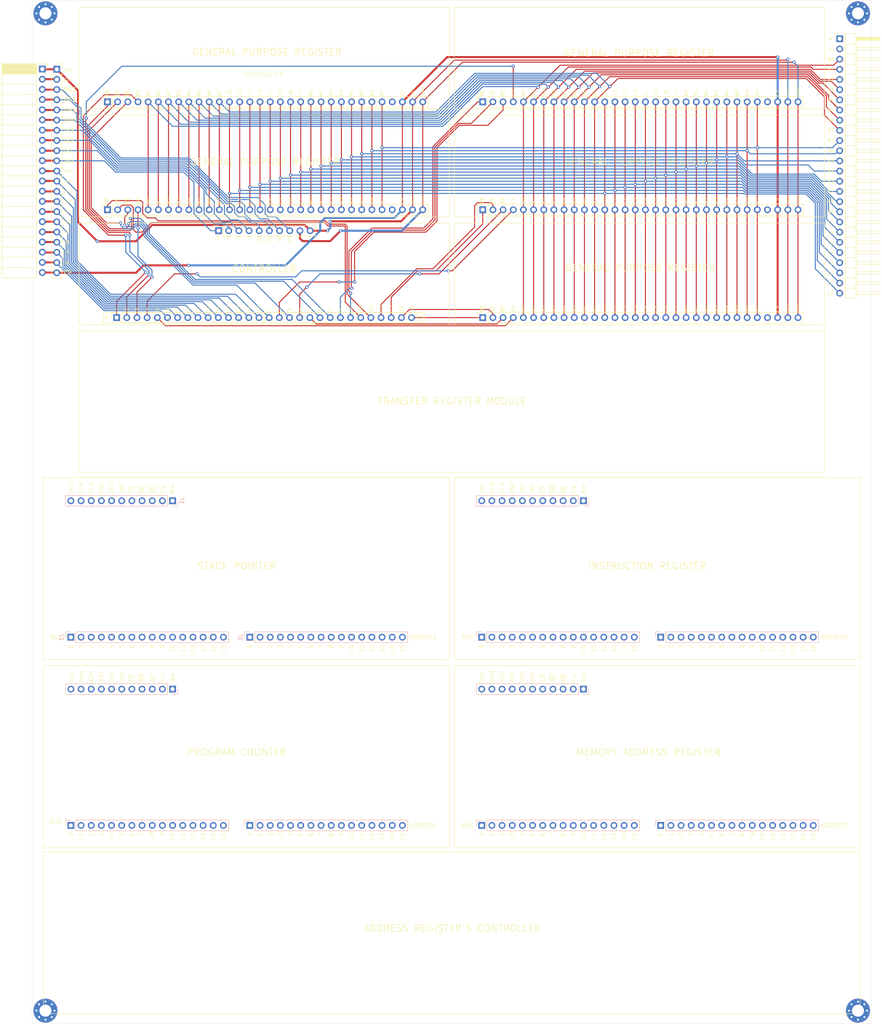
<source format=kicad_pcb>
(kicad_pcb (version 20171130) (host pcbnew "(5.1.10-1-10_14)")
  (layers (0 F.Cu signal) (31 B.Cu signal) (34 B.Paste user) (35 F.Paste user) (36 B.SilkS user) (37 F.SilkS user) (38 B.Mask user) (39 F.Mask user) (44 Edge.Cuts user))
  (net 0 "")
  (net 1 GND)
  (net 2 VCC)
  (net 3 O5)
  (net 4 O4)
  (net 5 O3)
  (net 6 O2)
  (net 7 O1)
  (net 8 I5)
  (net 9 I4)
  (net 10 I3)
  (net 11 I2)
  (net 12 I1)
  (net 13 LSB_O1)
  (net 14 MSB_O1)
  (net 15 LSB_O2)
  (net 16 MSB_O2)
  (net 17 LSB_O3)
  (net 18 MSB_O3)
  (net 19 LSB_O4)
  (net 20 MSB_O4)
  (net 21 LSB_O5)
  (net 22 MSB_O5)
  (net 23 CLOCK)
  (net 24 "Net-(J27-Pad8)")
  (net 25 "Net-(J27-Pad7)")
  (net 26 "Net-(J27-Pad6)")
  (net 27 "Net-(J27-Pad5)")
  (net 28 "Net-(J27-Pad4)")
  (net 29 "Net-(J27-Pad3)")
  (net 30 "Net-(J27-Pad2)")
  (net 31 "Net-(J27-Pad1)")
  (net 32 "Net-(J32-Pad29)")
  (net 33 "Net-(J33-Pad29)")
  (net 34 "Net-(J34-Pad29)")
  (net 35 "Net-(J35-Pad29)")
  (net 36 "Net-(J36-Pad29)")
  (net 37 "Net-(J28-Pad20)")
  (net 38 "Net-(J28-Pad19)")
  (net 39 "Net-(J28-Pad18)")
  (net 40 "Net-(J28-Pad17)")
  (net 41 "Net-(J28-Pad16)")
  (net 42 "Net-(J28-Pad15)")
  (net 43 "Net-(J28-Pad14)")
  (net 44 "Net-(J28-Pad13)")
  (net 45 "Net-(J28-Pad12)")
  (net 46 "Net-(J28-Pad11)")
  (net 47 "Net-(J32-Pad12)")
  (net 48 "Net-(J32-Pad11)")
  (net 49 "Net-(J32-Pad10)")
  (net 50 "Net-(J32-Pad9)")
  (net 51 "Net-(J32-Pad8)")
  (net 52 "Net-(J32-Pad7)")
  (net 53 "Net-(J32-Pad6)")
  (net 54 "Net-(J32-Pad5)")
  (net 55 RST)
  (net 56 "Net-(J1-Pad2)")
  (net 57 "Net-(J1-Pad1)")
  (net 58 SP_CLK)
  (net 59 SP_DEC)
  (net 60 SP_INC)
  (net 61 ~SP_LD)
  (net 62 ~SP_BO)
  (net 63 ~SP_AO)
  (net 64 "Net-(J2-Pad4)")
  (net 65 "Net-(J2-Pad3)")
  (net 66 "Net-(J3-Pad16)")
  (net 67 "Net-(J3-Pad15)")
  (net 68 "Net-(J3-Pad14)")
  (net 69 "Net-(J3-Pad13)")
  (net 70 "Net-(J3-Pad12)")
  (net 71 "Net-(J3-Pad11)")
  (net 72 "Net-(J3-Pad10)")
  (net 73 "Net-(J3-Pad9)")
  (net 74 "Net-(J3-Pad8)")
  (net 75 "Net-(J3-Pad7)")
  (net 76 "Net-(J3-Pad6)")
  (net 77 "Net-(J3-Pad5)")
  (net 78 "Net-(J3-Pad4)")
  (net 79 "Net-(J3-Pad3)")
  (net 80 "Net-(J3-Pad2)")
  (net 81 "Net-(J3-Pad1)")
  (net 82 /A15)
  (net 83 /A14)
  (net 84 /A13)
  (net 85 /A12)
  (net 86 /A11)
  (net 87 /A10)
  (net 88 /A9)
  (net 89 /A8)
  (net 90 /A7)
  (net 91 /A6)
  (net 92 /A5)
  (net 93 /A4)
  (net 94 /A3)
  (net 95 /A2)
  (net 96 /A1)
  (net 97 /A0)
  (module Connector_PinHeader_2.54mm:PinHeader_1x16_P2.54mm_Vertical (layer B.Cu) (at 60.198 217.424 270)
    (fp_text reference J3 (at 0 2.33 270) (layer B.SilkS) (effects (justify mirror)))
    (fp_text value Conn_01x16)
    (pad 16 thru_hole oval (at 0 -38.1 270) (size 1.7 1.7) (drill 1) (layers *.Cu *.Mask) (net 66 "Net-(J3-Pad16)"))
    (pad 15 thru_hole oval (at 0 -35.56 270) (size 1.7 1.7) (drill 1) (layers *.Cu *.Mask) (net 67 "Net-(J3-Pad15)"))
    (pad 14 thru_hole oval (at 0 -33.02 270) (size 1.7 1.7) (drill 1) (layers *.Cu *.Mask) (net 68 "Net-(J3-Pad14)"))
    (pad 13 thru_hole oval (at 0 -30.48 270) (size 1.7 1.7) (drill 1) (layers *.Cu *.Mask) (net 69 "Net-(J3-Pad13)"))
    (pad 12 thru_hole oval (at 0 -27.94 270) (size 1.7 1.7) (drill 1) (layers *.Cu *.Mask) (net 70 "Net-(J3-Pad12)"))
    (pad 11 thru_hole oval (at 0 -25.4 270) (size 1.7 1.7) (drill 1) (layers *.Cu *.Mask) (net 71 "Net-(J3-Pad11)"))
    (pad 10 thru_hole oval (at 0 -22.86 270) (size 1.7 1.7) (drill 1) (layers *.Cu *.Mask) (net 72 "Net-(J3-Pad10)"))
    (pad 9 thru_hole oval (at 0 -20.32 270) (size 1.7 1.7) (drill 1) (layers *.Cu *.Mask) (net 73 "Net-(J3-Pad9)"))
    (pad 8 thru_hole oval (at 0 -17.78 270) (size 1.7 1.7) (drill 1) (layers *.Cu *.Mask) (net 74 "Net-(J3-Pad8)"))
    (pad 7 thru_hole oval (at 0 -15.24 270) (size 1.7 1.7) (drill 1) (layers *.Cu *.Mask) (net 75 "Net-(J3-Pad7)"))
    (pad 6 thru_hole oval (at 0 -12.7 270) (size 1.7 1.7) (drill 1) (layers *.Cu *.Mask) (net 76 "Net-(J3-Pad6)"))
    (pad 5 thru_hole oval (at 0 -10.16 270) (size 1.7 1.7) (drill 1) (layers *.Cu *.Mask) (net 77 "Net-(J3-Pad5)"))
    (pad 4 thru_hole oval (at 0 -7.62 270) (size 1.7 1.7) (drill 1) (layers *.Cu *.Mask) (net 78 "Net-(J3-Pad4)"))
    (pad 3 thru_hole oval (at 0 -5.08 270) (size 1.7 1.7) (drill 1) (layers *.Cu *.Mask) (net 79 "Net-(J3-Pad3)"))
    (pad 2 thru_hole oval (at 0 -2.54 270) (size 1.7 1.7) (drill 1) (layers *.Cu *.Mask) (net 80 "Net-(J3-Pad2)"))
    (pad 1 thru_hole rect (at 0 0 270) (size 1.7 1.7) (drill 1) (layers *.Cu *.Mask) (net 81 "Net-(J3-Pad1)"))
  )
  (module Connector_PinHeader_2.54mm:PinHeader_1x16_P2.54mm_Vertical (layer B.Cu) (at 104.902 217.424 270)
    (fp_text reference J2 (at 0 2.33 270) (layer B.SilkS) (effects (justify mirror)))
    (fp_text value Conn_01x16)
    (pad 16 thru_hole oval (at 0 -38.1 270) (size 1.7 1.7) (drill 1) (layers *.Cu *.Mask) (net 82 /A15))
    (pad 15 thru_hole oval (at 0 -35.56 270) (size 1.7 1.7) (drill 1) (layers *.Cu *.Mask) (net 83 /A14))
    (pad 14 thru_hole oval (at 0 -33.02 270) (size 1.7 1.7) (drill 1) (layers *.Cu *.Mask) (net 84 /A13))
    (pad 13 thru_hole oval (at 0 -30.48 270) (size 1.7 1.7) (drill 1) (layers *.Cu *.Mask) (net 85 /A12))
    (pad 12 thru_hole oval (at 0 -27.94 270) (size 1.7 1.7) (drill 1) (layers *.Cu *.Mask) (net 86 /A11))
    (pad 11 thru_hole oval (at 0 -25.4 270) (size 1.7 1.7) (drill 1) (layers *.Cu *.Mask) (net 87 /A10))
    (pad 10 thru_hole oval (at 0 -22.86 270) (size 1.7 1.7) (drill 1) (layers *.Cu *.Mask) (net 88 /A9))
    (pad 9 thru_hole oval (at 0 -20.32 270) (size 1.7 1.7) (drill 1) (layers *.Cu *.Mask) (net 89 /A8))
    (pad 8 thru_hole oval (at 0 -17.78 270) (size 1.7 1.7) (drill 1) (layers *.Cu *.Mask) (net 90 /A7))
    (pad 7 thru_hole oval (at 0 -15.24 270) (size 1.7 1.7) (drill 1) (layers *.Cu *.Mask) (net 91 /A6))
    (pad 6 thru_hole oval (at 0 -12.7 270) (size 1.7 1.7) (drill 1) (layers *.Cu *.Mask) (net 92 /A5))
    (pad 5 thru_hole oval (at 0 -10.16 270) (size 1.7 1.7) (drill 1) (layers *.Cu *.Mask) (net 93 /A4))
    (pad 4 thru_hole oval (at 0 -7.62 270) (size 1.7 1.7) (drill 1) (layers *.Cu *.Mask) (net 94 /A3))
    (pad 3 thru_hole oval (at 0 -5.08 270) (size 1.7 1.7) (drill 1) (layers *.Cu *.Mask) (net 95 /A2))
    (pad 2 thru_hole oval (at 0 -2.54 270) (size 1.7 1.7) (drill 1) (layers *.Cu *.Mask) (net 96 /A1))
    (pad 1 thru_hole rect (at 0 0 270) (size 1.7 1.7) (drill 1) (layers *.Cu *.Mask) (net 97 /A0))
  )
  (module Connector_PinHeader_2.54mm:PinHeader_1x11_P2.54mm_Vertical (layer B.Cu) (at 85.598 183.388 90)
    (fp_text reference J1 (at 0 2.33 -90) (layer B.SilkS) (effects (justify mirror)))
    (fp_text value Conn_01x11)
    (pad 11 thru_hole oval (at 0 -25.4 90) (size 1.7 1.7) (drill 1) (layers *.Cu *.Mask) (net 2 VCC))
    (pad 10 thru_hole oval (at 0 -22.86 90) (size 1.7 1.7) (drill 1) (layers *.Cu *.Mask) (net 1 GND))
    (pad 9 thru_hole oval (at 0 -20.32 90) (size 1.7 1.7) (drill 1) (layers *.Cu *.Mask) (net 58 SP_CLK))
    (pad 8 thru_hole oval (at 0 -17.78 90) (size 1.7 1.7) (drill 1) (layers *.Cu *.Mask) (net 55 RST))
    (pad 7 thru_hole oval (at 0 -15.24 90) (size 1.7 1.7) (drill 1) (layers *.Cu *.Mask) (net 59 SP_DEC))
    (pad 6 thru_hole oval (at 0 -12.7 90) (size 1.7 1.7) (drill 1) (layers *.Cu *.Mask) (net 60 SP_INC))
    (pad 5 thru_hole oval (at 0 -10.16 90) (size 1.7 1.7) (drill 1) (layers *.Cu *.Mask) (net 61 ~SP_LD))
    (pad 4 thru_hole oval (at 0 -7.62 90) (size 1.7 1.7) (drill 1) (layers *.Cu *.Mask) (net 62 ~SP_BO))
    (pad 3 thru_hole oval (at 0 -5.08 90) (size 1.7 1.7) (drill 1) (layers *.Cu *.Mask) (net 63 ~SP_AO))
    (pad 2 thru_hole oval (at 0 -2.54 90) (size 1.7 1.7) (drill 1) (layers *.Cu *.Mask) (net 56 "Net-(J1-Pad2)"))
    (pad 1 thru_hole rect (at 0 0 90) (size 1.7 1.7) (drill 1) (layers *.Cu *.Mask) (net 57 "Net-(J1-Pad1)"))
  )
  (module Connector_PinHeader_2.54mm:PinHeader_1x11_P2.54mm_Vertical (layer B.Cu) (at 188.214 230.378 90)
    (fp_text reference J4 hide)
    (fp_text value Conn_01x11)
    (pad 1 thru_hole rect (at 0 0 90) (size 1.7 1.7) (drill 1) (layers *.Cu *.Mask))
    (pad 2 thru_hole oval (at 0 -2.54 90) (size 1.7 1.7) (drill 1) (layers *.Cu *.Mask))
    (pad 3 thru_hole oval (at 0 -5.08 90) (size 1.7 1.7) (drill 1) (layers *.Cu *.Mask))
    (pad 4 thru_hole oval (at 0 -7.62 90) (size 1.7 1.7) (drill 1) (layers *.Cu *.Mask))
    (pad 5 thru_hole oval (at 0 -10.16 90) (size 1.7 1.7) (drill 1) (layers *.Cu *.Mask))
    (pad 6 thru_hole oval (at 0 -12.7 90) (size 1.7 1.7) (drill 1) (layers *.Cu *.Mask))
    (pad 7 thru_hole oval (at 0 -15.24 90) (size 1.7 1.7) (drill 1) (layers *.Cu *.Mask))
    (pad 8 thru_hole oval (at 0 -17.78 90) (size 1.7 1.7) (drill 1) (layers *.Cu *.Mask))
    (pad 9 thru_hole oval (at 0 -20.32 90) (size 1.7 1.7) (drill 1) (layers *.Cu *.Mask))
    (pad 10 thru_hole oval (at 0 -22.86 90) (size 1.7 1.7) (drill 1) (layers *.Cu *.Mask))
    (pad 11 thru_hole oval (at 0 -25.4 90) (size 1.7 1.7) (drill 1) (layers *.Cu *.Mask))
  )
  (module Connector_PinHeader_2.54mm:PinHeader_1x16_P2.54mm_Vertical (layer B.Cu) (at 207.518 264.414 270)
    (fp_text reference J3 hide)
    (fp_text value Conn_01x16)
    (pad 1 thru_hole rect (at 0 0 270) (size 1.7 1.7) (drill 1) (layers *.Cu *.Mask))
    (pad 2 thru_hole oval (at 0 -2.54 270) (size 1.7 1.7) (drill 1) (layers *.Cu *.Mask))
    (pad 3 thru_hole oval (at 0 -5.08 270) (size 1.7 1.7) (drill 1) (layers *.Cu *.Mask))
    (pad 4 thru_hole oval (at 0 -7.62 270) (size 1.7 1.7) (drill 1) (layers *.Cu *.Mask))
    (pad 5 thru_hole oval (at 0 -10.16 270) (size 1.7 1.7) (drill 1) (layers *.Cu *.Mask))
    (pad 6 thru_hole oval (at 0 -12.7 270) (size 1.7 1.7) (drill 1) (layers *.Cu *.Mask))
    (pad 7 thru_hole oval (at 0 -15.24 270) (size 1.7 1.7) (drill 1) (layers *.Cu *.Mask))
    (pad 8 thru_hole oval (at 0 -17.78 270) (size 1.7 1.7) (drill 1) (layers *.Cu *.Mask))
    (pad 9 thru_hole oval (at 0 -20.32 270) (size 1.7 1.7) (drill 1) (layers *.Cu *.Mask))
    (pad 10 thru_hole oval (at 0 -22.86 270) (size 1.7 1.7) (drill 1) (layers *.Cu *.Mask))
    (pad 11 thru_hole oval (at 0 -25.4 270) (size 1.7 1.7) (drill 1) (layers *.Cu *.Mask))
    (pad 12 thru_hole oval (at 0 -27.94 270) (size 1.7 1.7) (drill 1) (layers *.Cu *.Mask))
    (pad 13 thru_hole oval (at 0 -30.48 270) (size 1.7 1.7) (drill 1) (layers *.Cu *.Mask))
    (pad 14 thru_hole oval (at 0 -33.02 270) (size 1.7 1.7) (drill 1) (layers *.Cu *.Mask))
    (pad 15 thru_hole oval (at 0 -35.56 270) (size 1.7 1.7) (drill 1) (layers *.Cu *.Mask))
    (pad 16 thru_hole oval (at 0 -38.1 270) (size 1.7 1.7) (drill 1) (layers *.Cu *.Mask))
  )
  (module Connector_PinHeader_2.54mm:PinHeader_1x16_P2.54mm_Vertical (layer B.Cu) (at 162.814 264.414 270)
    (fp_text reference J2 hide)
    (fp_text value Conn_01x16)
    (pad 1 thru_hole rect (at 0 0 270) (size 1.7 1.7) (drill 1) (layers *.Cu *.Mask))
    (pad 2 thru_hole oval (at 0 -2.54 270) (size 1.7 1.7) (drill 1) (layers *.Cu *.Mask))
    (pad 3 thru_hole oval (at 0 -5.08 270) (size 1.7 1.7) (drill 1) (layers *.Cu *.Mask))
    (pad 4 thru_hole oval (at 0 -7.62 270) (size 1.7 1.7) (drill 1) (layers *.Cu *.Mask))
    (pad 5 thru_hole oval (at 0 -10.16 270) (size 1.7 1.7) (drill 1) (layers *.Cu *.Mask))
    (pad 6 thru_hole oval (at 0 -12.7 270) (size 1.7 1.7) (drill 1) (layers *.Cu *.Mask))
    (pad 7 thru_hole oval (at 0 -15.24 270) (size 1.7 1.7) (drill 1) (layers *.Cu *.Mask))
    (pad 8 thru_hole oval (at 0 -17.78 270) (size 1.7 1.7) (drill 1) (layers *.Cu *.Mask))
    (pad 9 thru_hole oval (at 0 -20.32 270) (size 1.7 1.7) (drill 1) (layers *.Cu *.Mask))
    (pad 10 thru_hole oval (at 0 -22.86 270) (size 1.7 1.7) (drill 1) (layers *.Cu *.Mask))
    (pad 11 thru_hole oval (at 0 -25.4 270) (size 1.7 1.7) (drill 1) (layers *.Cu *.Mask))
    (pad 12 thru_hole oval (at 0 -27.94 270) (size 1.7 1.7) (drill 1) (layers *.Cu *.Mask))
    (pad 13 thru_hole oval (at 0 -30.48 270) (size 1.7 1.7) (drill 1) (layers *.Cu *.Mask))
    (pad 14 thru_hole oval (at 0 -33.02 270) (size 1.7 1.7) (drill 1) (layers *.Cu *.Mask))
    (pad 15 thru_hole oval (at 0 -35.56 270) (size 1.7 1.7) (drill 1) (layers *.Cu *.Mask))
    (pad 16 thru_hole oval (at 0 -38.1 270) (size 1.7 1.7) (drill 1) (layers *.Cu *.Mask))
  )
  (module Connector_PinHeader_2.54mm:PinHeader_1x16_P2.54mm_Vertical (layer B.Cu) (at 60.198 264.414 270)
    (fp_text reference J2 hide)
    (fp_text value Conn_01x16)
    (pad 16 thru_hole oval (at 0 -38.1 270) (size 1.7 1.7) (drill 1) (layers *.Cu *.Mask))
    (pad 15 thru_hole oval (at 0 -35.56 270) (size 1.7 1.7) (drill 1) (layers *.Cu *.Mask))
    (pad 14 thru_hole oval (at 0 -33.02 270) (size 1.7 1.7) (drill 1) (layers *.Cu *.Mask))
    (pad 13 thru_hole oval (at 0 -30.48 270) (size 1.7 1.7) (drill 1) (layers *.Cu *.Mask))
    (pad 12 thru_hole oval (at 0 -27.94 270) (size 1.7 1.7) (drill 1) (layers *.Cu *.Mask))
    (pad 11 thru_hole oval (at 0 -25.4 270) (size 1.7 1.7) (drill 1) (layers *.Cu *.Mask))
    (pad 10 thru_hole oval (at 0 -22.86 270) (size 1.7 1.7) (drill 1) (layers *.Cu *.Mask))
    (pad 9 thru_hole oval (at 0 -20.32 270) (size 1.7 1.7) (drill 1) (layers *.Cu *.Mask))
    (pad 8 thru_hole oval (at 0 -17.78 270) (size 1.7 1.7) (drill 1) (layers *.Cu *.Mask))
    (pad 7 thru_hole oval (at 0 -15.24 270) (size 1.7 1.7) (drill 1) (layers *.Cu *.Mask))
    (pad 6 thru_hole oval (at 0 -12.7 270) (size 1.7 1.7) (drill 1) (layers *.Cu *.Mask))
    (pad 5 thru_hole oval (at 0 -10.16 270) (size 1.7 1.7) (drill 1) (layers *.Cu *.Mask))
    (pad 4 thru_hole oval (at 0 -7.62 270) (size 1.7 1.7) (drill 1) (layers *.Cu *.Mask))
    (pad 3 thru_hole oval (at 0 -5.08 270) (size 1.7 1.7) (drill 1) (layers *.Cu *.Mask))
    (pad 2 thru_hole oval (at 0 -2.54 270) (size 1.7 1.7) (drill 1) (layers *.Cu *.Mask))
    (pad 1 thru_hole rect (at 0 0 270) (size 1.7 1.7) (drill 1) (layers *.Cu *.Mask))
  )
  (module Connector_PinHeader_2.54mm:PinHeader_1x16_P2.54mm_Vertical (layer B.Cu) (at 104.902 264.414 270)
    (fp_text reference J3 hide)
    (fp_text value Conn_01x16)
    (pad 16 thru_hole oval (at 0 -38.1 270) (size 1.7 1.7) (drill 1) (layers *.Cu *.Mask))
    (pad 15 thru_hole oval (at 0 -35.56 270) (size 1.7 1.7) (drill 1) (layers *.Cu *.Mask))
    (pad 14 thru_hole oval (at 0 -33.02 270) (size 1.7 1.7) (drill 1) (layers *.Cu *.Mask))
    (pad 13 thru_hole oval (at 0 -30.48 270) (size 1.7 1.7) (drill 1) (layers *.Cu *.Mask))
    (pad 12 thru_hole oval (at 0 -27.94 270) (size 1.7 1.7) (drill 1) (layers *.Cu *.Mask))
    (pad 11 thru_hole oval (at 0 -25.4 270) (size 1.7 1.7) (drill 1) (layers *.Cu *.Mask))
    (pad 10 thru_hole oval (at 0 -22.86 270) (size 1.7 1.7) (drill 1) (layers *.Cu *.Mask))
    (pad 9 thru_hole oval (at 0 -20.32 270) (size 1.7 1.7) (drill 1) (layers *.Cu *.Mask))
    (pad 8 thru_hole oval (at 0 -17.78 270) (size 1.7 1.7) (drill 1) (layers *.Cu *.Mask))
    (pad 7 thru_hole oval (at 0 -15.24 270) (size 1.7 1.7) (drill 1) (layers *.Cu *.Mask))
    (pad 6 thru_hole oval (at 0 -12.7 270) (size 1.7 1.7) (drill 1) (layers *.Cu *.Mask))
    (pad 5 thru_hole oval (at 0 -10.16 270) (size 1.7 1.7) (drill 1) (layers *.Cu *.Mask))
    (pad 4 thru_hole oval (at 0 -7.62 270) (size 1.7 1.7) (drill 1) (layers *.Cu *.Mask))
    (pad 3 thru_hole oval (at 0 -5.08 270) (size 1.7 1.7) (drill 1) (layers *.Cu *.Mask))
    (pad 2 thru_hole oval (at 0 -2.54 270) (size 1.7 1.7) (drill 1) (layers *.Cu *.Mask))
    (pad 1 thru_hole rect (at 0 0 270) (size 1.7 1.7) (drill 1) (layers *.Cu *.Mask))
  )
  (module Connector_PinHeader_2.54mm:PinHeader_1x11_P2.54mm_Vertical (layer B.Cu) (at 85.598 230.378 90)
    (fp_text reference J4 hide)
    (fp_text value Conn_01x11)
    (pad 11 thru_hole oval (at 0 -25.4 90) (size 1.7 1.7) (drill 1) (layers *.Cu *.Mask))
    (pad 10 thru_hole oval (at 0 -22.86 90) (size 1.7 1.7) (drill 1) (layers *.Cu *.Mask))
    (pad 9 thru_hole oval (at 0 -20.32 90) (size 1.7 1.7) (drill 1) (layers *.Cu *.Mask))
    (pad 8 thru_hole oval (at 0 -17.78 90) (size 1.7 1.7) (drill 1) (layers *.Cu *.Mask))
    (pad 7 thru_hole oval (at 0 -15.24 90) (size 1.7 1.7) (drill 1) (layers *.Cu *.Mask))
    (pad 6 thru_hole oval (at 0 -12.7 90) (size 1.7 1.7) (drill 1) (layers *.Cu *.Mask))
    (pad 5 thru_hole oval (at 0 -10.16 90) (size 1.7 1.7) (drill 1) (layers *.Cu *.Mask))
    (pad 4 thru_hole oval (at 0 -7.62 90) (size 1.7 1.7) (drill 1) (layers *.Cu *.Mask))
    (pad 3 thru_hole oval (at 0 -5.08 90) (size 1.7 1.7) (drill 1) (layers *.Cu *.Mask))
    (pad 2 thru_hole oval (at 0 -2.54 90) (size 1.7 1.7) (drill 1) (layers *.Cu *.Mask))
    (pad 1 thru_hole rect (at 0 0 90) (size 1.7 1.7) (drill 1) (layers *.Cu *.Mask))
  )
  (module Connector_PinHeader_2.54mm:PinHeader_1x16_P2.54mm_Vertical (layer B.Cu) (at 162.814 217.424 270)
    (fp_text reference J2 hide)
    (fp_text value Conn_01x16)
    (pad 16 thru_hole oval (at 0 -38.1 270) (size 1.7 1.7) (drill 1) (layers *.Cu *.Mask))
    (pad 15 thru_hole oval (at 0 -35.56 270) (size 1.7 1.7) (drill 1) (layers *.Cu *.Mask))
    (pad 14 thru_hole oval (at 0 -33.02 270) (size 1.7 1.7) (drill 1) (layers *.Cu *.Mask))
    (pad 13 thru_hole oval (at 0 -30.48 270) (size 1.7 1.7) (drill 1) (layers *.Cu *.Mask))
    (pad 12 thru_hole oval (at 0 -27.94 270) (size 1.7 1.7) (drill 1) (layers *.Cu *.Mask))
    (pad 11 thru_hole oval (at 0 -25.4 270) (size 1.7 1.7) (drill 1) (layers *.Cu *.Mask))
    (pad 10 thru_hole oval (at 0 -22.86 270) (size 1.7 1.7) (drill 1) (layers *.Cu *.Mask))
    (pad 9 thru_hole oval (at 0 -20.32 270) (size 1.7 1.7) (drill 1) (layers *.Cu *.Mask))
    (pad 8 thru_hole oval (at 0 -17.78 270) (size 1.7 1.7) (drill 1) (layers *.Cu *.Mask))
    (pad 7 thru_hole oval (at 0 -15.24 270) (size 1.7 1.7) (drill 1) (layers *.Cu *.Mask))
    (pad 6 thru_hole oval (at 0 -12.7 270) (size 1.7 1.7) (drill 1) (layers *.Cu *.Mask))
    (pad 5 thru_hole oval (at 0 -10.16 270) (size 1.7 1.7) (drill 1) (layers *.Cu *.Mask))
    (pad 4 thru_hole oval (at 0 -7.62 270) (size 1.7 1.7) (drill 1) (layers *.Cu *.Mask))
    (pad 3 thru_hole oval (at 0 -5.08 270) (size 1.7 1.7) (drill 1) (layers *.Cu *.Mask))
    (pad 2 thru_hole oval (at 0 -2.54 270) (size 1.7 1.7) (drill 1) (layers *.Cu *.Mask))
    (pad 1 thru_hole rect (at 0 0 270) (size 1.7 1.7) (drill 1) (layers *.Cu *.Mask))
  )
  (module Connector_PinHeader_2.54mm:PinHeader_1x16_P2.54mm_Vertical (layer B.Cu) (at 207.518 217.424 270)
    (fp_text reference J3 hide)
    (fp_text value Conn_01x16)
    (pad 16 thru_hole oval (at 0 -38.1 270) (size 1.7 1.7) (drill 1) (layers *.Cu *.Mask))
    (pad 15 thru_hole oval (at 0 -35.56 270) (size 1.7 1.7) (drill 1) (layers *.Cu *.Mask))
    (pad 14 thru_hole oval (at 0 -33.02 270) (size 1.7 1.7) (drill 1) (layers *.Cu *.Mask))
    (pad 13 thru_hole oval (at 0 -30.48 270) (size 1.7 1.7) (drill 1) (layers *.Cu *.Mask))
    (pad 12 thru_hole oval (at 0 -27.94 270) (size 1.7 1.7) (drill 1) (layers *.Cu *.Mask))
    (pad 11 thru_hole oval (at 0 -25.4 270) (size 1.7 1.7) (drill 1) (layers *.Cu *.Mask))
    (pad 10 thru_hole oval (at 0 -22.86 270) (size 1.7 1.7) (drill 1) (layers *.Cu *.Mask))
    (pad 9 thru_hole oval (at 0 -20.32 270) (size 1.7 1.7) (drill 1) (layers *.Cu *.Mask))
    (pad 8 thru_hole oval (at 0 -17.78 270) (size 1.7 1.7) (drill 1) (layers *.Cu *.Mask))
    (pad 7 thru_hole oval (at 0 -15.24 270) (size 1.7 1.7) (drill 1) (layers *.Cu *.Mask))
    (pad 6 thru_hole oval (at 0 -12.7 270) (size 1.7 1.7) (drill 1) (layers *.Cu *.Mask))
    (pad 5 thru_hole oval (at 0 -10.16 270) (size 1.7 1.7) (drill 1) (layers *.Cu *.Mask))
    (pad 4 thru_hole oval (at 0 -7.62 270) (size 1.7 1.7) (drill 1) (layers *.Cu *.Mask))
    (pad 3 thru_hole oval (at 0 -5.08 270) (size 1.7 1.7) (drill 1) (layers *.Cu *.Mask))
    (pad 2 thru_hole oval (at 0 -2.54 270) (size 1.7 1.7) (drill 1) (layers *.Cu *.Mask))
    (pad 1 thru_hole rect (at 0 0 270) (size 1.7 1.7) (drill 1) (layers *.Cu *.Mask))
  )
  (module Connector_PinHeader_2.54mm:PinHeader_1x11_P2.54mm_Vertical (layer B.Cu) (at 188.214 183.388 90)
    (fp_text reference J4 hide)
    (fp_text value Conn_01x11)
    (pad 11 thru_hole oval (at 0 -25.4 90) (size 1.7 1.7) (drill 1) (layers *.Cu *.Mask))
    (pad 10 thru_hole oval (at 0 -22.86 90) (size 1.7 1.7) (drill 1) (layers *.Cu *.Mask))
    (pad 9 thru_hole oval (at 0 -20.32 90) (size 1.7 1.7) (drill 1) (layers *.Cu *.Mask))
    (pad 8 thru_hole oval (at 0 -17.78 90) (size 1.7 1.7) (drill 1) (layers *.Cu *.Mask))
    (pad 7 thru_hole oval (at 0 -15.24 90) (size 1.7 1.7) (drill 1) (layers *.Cu *.Mask))
    (pad 6 thru_hole oval (at 0 -12.7 90) (size 1.7 1.7) (drill 1) (layers *.Cu *.Mask))
    (pad 5 thru_hole oval (at 0 -10.16 90) (size 1.7 1.7) (drill 1) (layers *.Cu *.Mask))
    (pad 4 thru_hole oval (at 0 -7.62 90) (size 1.7 1.7) (drill 1) (layers *.Cu *.Mask))
    (pad 3 thru_hole oval (at 0 -5.08 90) (size 1.7 1.7) (drill 1) (layers *.Cu *.Mask))
    (pad 2 thru_hole oval (at 0 -2.54 90) (size 1.7 1.7) (drill 1) (layers *.Cu *.Mask))
    (pad 1 thru_hole rect (at 0 0 90) (size 1.7 1.7) (drill 1) (layers *.Cu *.Mask))
  )
  (module Connector_PinHeader_2.54mm:PinHeader_1x26_P2.54mm_Horizontal (layer F.Cu) (at 252.222 68.072)
    (fp_text reference J37 hide)
    (fp_text value Conn_01x26)
    (pad 26 thru_hole oval (at 0 63.5) (size 1.7 1.7) (drill 1) (layers *.Cu *.Mask) (net 97 /A0))
    (pad 25 thru_hole oval (at 0 60.96) (size 1.7 1.7) (drill 1) (layers *.Cu *.Mask) (net 96 /A1))
    (pad 24 thru_hole oval (at 0 58.42) (size 1.7 1.7) (drill 1) (layers *.Cu *.Mask) (net 95 /A2))
    (pad 23 thru_hole oval (at 0 55.88) (size 1.7 1.7) (drill 1) (layers *.Cu *.Mask) (net 94 /A3))
    (pad 22 thru_hole oval (at 0 53.34) (size 1.7 1.7) (drill 1) (layers *.Cu *.Mask) (net 93 /A4))
    (pad 21 thru_hole oval (at 0 50.8) (size 1.7 1.7) (drill 1) (layers *.Cu *.Mask) (net 92 /A5))
    (pad 20 thru_hole oval (at 0 48.26) (size 1.7 1.7) (drill 1) (layers *.Cu *.Mask) (net 91 /A6))
    (pad 19 thru_hole oval (at 0 45.72) (size 1.7 1.7) (drill 1) (layers *.Cu *.Mask) (net 90 /A7))
    (pad 18 thru_hole oval (at 0 43.18) (size 1.7 1.7) (drill 1) (layers *.Cu *.Mask) (net 89 /A8))
    (pad 17 thru_hole oval (at 0 40.64) (size 1.7 1.7) (drill 1) (layers *.Cu *.Mask) (net 88 /A9))
    (pad 16 thru_hole oval (at 0 38.1) (size 1.7 1.7) (drill 1) (layers *.Cu *.Mask) (net 87 /A10))
    (pad 15 thru_hole oval (at 0 35.56) (size 1.7 1.7) (drill 1) (layers *.Cu *.Mask) (net 86 /A11))
    (pad 14 thru_hole oval (at 0 33.02) (size 1.7 1.7) (drill 1) (layers *.Cu *.Mask) (net 85 /A12))
    (pad 13 thru_hole oval (at 0 30.48) (size 1.7 1.7) (drill 1) (layers *.Cu *.Mask) (net 84 /A13))
    (pad 12 thru_hole oval (at 0 27.94) (size 1.7 1.7) (drill 1) (layers *.Cu *.Mask) (net 83 /A14))
    (pad 11 thru_hole oval (at 0 25.4) (size 1.7 1.7) (drill 1) (layers *.Cu *.Mask) (net 82 /A15))
    (pad 10 thru_hole oval (at 0 22.86) (size 1.7 1.7) (drill 1) (layers *.Cu *.Mask) (net 47 "Net-(J32-Pad12)"))
    (pad 9 thru_hole oval (at 0 20.32) (size 1.7 1.7) (drill 1) (layers *.Cu *.Mask) (net 48 "Net-(J32-Pad11)"))
    (pad 8 thru_hole oval (at 0 17.78) (size 1.7 1.7) (drill 1) (layers *.Cu *.Mask) (net 49 "Net-(J32-Pad10)"))
    (pad 7 thru_hole oval (at 0 15.24) (size 1.7 1.7) (drill 1) (layers *.Cu *.Mask) (net 50 "Net-(J32-Pad9)"))
    (pad 6 thru_hole oval (at 0 12.7) (size 1.7 1.7) (drill 1) (layers *.Cu *.Mask) (net 51 "Net-(J32-Pad8)"))
    (pad 5 thru_hole oval (at 0 10.16) (size 1.7 1.7) (drill 1) (layers *.Cu *.Mask) (net 52 "Net-(J32-Pad7)"))
    (pad 4 thru_hole oval (at 0 7.62) (size 1.7 1.7) (drill 1) (layers *.Cu *.Mask) (net 53 "Net-(J32-Pad6)"))
    (pad 3 thru_hole oval (at 0 5.08) (size 1.7 1.7) (drill 1) (layers *.Cu *.Mask) (net 54 "Net-(J32-Pad5)"))
    (pad 2 thru_hole oval (at 0 2.54) (size 1.7 1.7) (drill 1) (layers *.Cu *.Mask) (net 1 GND))
    (pad 1 thru_hole rect (at 0 0) (size 1.7 1.7) (drill 1) (layers *.Cu *.Mask) (net 2 VCC))
  )
  (module MountingHole:MountingHole_3mm_Pad_Via (layer F.Cu) (at 256.794 61.722)
    (fp_text reference REF** hide)
    (fp_text value MountingHole_3mm_Pad_Via)
    (pad 1 thru_hole circle (at 0 0) (size 6 6) (drill 3) (layers *.Cu *.Mask))
    (pad 1 thru_hole circle (at 2.25 0) (size 0.8 0.8) (drill 0.5) (layers *.Cu *.Mask))
    (pad 1 thru_hole circle (at 1.59099 1.59099) (size 0.8 0.8) (drill 0.5) (layers *.Cu *.Mask))
    (pad 1 thru_hole circle (at 0 2.25) (size 0.8 0.8) (drill 0.5) (layers *.Cu *.Mask))
    (pad 1 thru_hole circle (at -1.59099 1.59099) (size 0.8 0.8) (drill 0.5) (layers *.Cu *.Mask))
    (pad 1 thru_hole circle (at -2.25 0) (size 0.8 0.8) (drill 0.5) (layers *.Cu *.Mask))
    (pad 1 thru_hole circle (at -1.59099 -1.59099) (size 0.8 0.8) (drill 0.5) (layers *.Cu *.Mask))
    (pad 1 thru_hole circle (at 0 -2.25) (size 0.8 0.8) (drill 0.5) (layers *.Cu *.Mask))
    (pad 1 thru_hole circle (at 1.59099 -1.59099) (size 0.8 0.8) (drill 0.5) (layers *.Cu *.Mask))
  )
  (module MountingHole:MountingHole_3mm_Pad_Via (layer F.Cu) (at 256.794 310.642)
    (fp_text reference REF** hide)
    (fp_text value MountingHole_3mm_Pad_Via)
    (pad 1 thru_hole circle (at 1.59099 -1.59099) (size 0.8 0.8) (drill 0.5) (layers *.Cu *.Mask))
    (pad 1 thru_hole circle (at 0 -2.25) (size 0.8 0.8) (drill 0.5) (layers *.Cu *.Mask))
    (pad 1 thru_hole circle (at -1.59099 -1.59099) (size 0.8 0.8) (drill 0.5) (layers *.Cu *.Mask))
    (pad 1 thru_hole circle (at -2.25 0) (size 0.8 0.8) (drill 0.5) (layers *.Cu *.Mask))
    (pad 1 thru_hole circle (at -1.59099 1.59099) (size 0.8 0.8) (drill 0.5) (layers *.Cu *.Mask))
    (pad 1 thru_hole circle (at 0 2.25) (size 0.8 0.8) (drill 0.5) (layers *.Cu *.Mask))
    (pad 1 thru_hole circle (at 1.59099 1.59099) (size 0.8 0.8) (drill 0.5) (layers *.Cu *.Mask))
    (pad 1 thru_hole circle (at 2.25 0) (size 0.8 0.8) (drill 0.5) (layers *.Cu *.Mask))
    (pad 1 thru_hole circle (at 0 0) (size 6 6) (drill 3) (layers *.Cu *.Mask))
  )
  (module MountingHole:MountingHole_3mm_Pad_Via (layer F.Cu) (at 53.848 310.642)
    (fp_text reference REF** hide)
    (fp_text value MountingHole_3mm_Pad_Via)
    (pad 1 thru_hole circle (at 0 0) (size 6 6) (drill 3) (layers *.Cu *.Mask))
    (pad 1 thru_hole circle (at 2.25 0) (size 0.8 0.8) (drill 0.5) (layers *.Cu *.Mask))
    (pad 1 thru_hole circle (at 1.59099 1.59099) (size 0.8 0.8) (drill 0.5) (layers *.Cu *.Mask))
    (pad 1 thru_hole circle (at 0 2.25) (size 0.8 0.8) (drill 0.5) (layers *.Cu *.Mask))
    (pad 1 thru_hole circle (at -1.59099 1.59099) (size 0.8 0.8) (drill 0.5) (layers *.Cu *.Mask))
    (pad 1 thru_hole circle (at -2.25 0) (size 0.8 0.8) (drill 0.5) (layers *.Cu *.Mask))
    (pad 1 thru_hole circle (at -1.59099 -1.59099) (size 0.8 0.8) (drill 0.5) (layers *.Cu *.Mask))
    (pad 1 thru_hole circle (at 0 -2.25) (size 0.8 0.8) (drill 0.5) (layers *.Cu *.Mask))
    (pad 1 thru_hole circle (at 1.59099 -1.59099) (size 0.8 0.8) (drill 0.5) (layers *.Cu *.Mask))
  )
  (module MountingHole:MountingHole_3mm_Pad_Via (layer F.Cu) (at 53.848 61.722)
    (fp_text reference REF** hide)
    (fp_text value MountingHole_3mm_Pad_Via)
    (pad 1 thru_hole circle (at 1.59099 -1.59099) (size 0.8 0.8) (drill 0.5) (layers *.Cu *.Mask))
    (pad 1 thru_hole circle (at 0 -2.25) (size 0.8 0.8) (drill 0.5) (layers *.Cu *.Mask))
    (pad 1 thru_hole circle (at -1.59099 -1.59099) (size 0.8 0.8) (drill 0.5) (layers *.Cu *.Mask))
    (pad 1 thru_hole circle (at -2.25 0) (size 0.8 0.8) (drill 0.5) (layers *.Cu *.Mask))
    (pad 1 thru_hole circle (at -1.59099 1.59099) (size 0.8 0.8) (drill 0.5) (layers *.Cu *.Mask))
    (pad 1 thru_hole circle (at 0 2.25) (size 0.8 0.8) (drill 0.5) (layers *.Cu *.Mask))
    (pad 1 thru_hole circle (at 1.59099 1.59099) (size 0.8 0.8) (drill 0.5) (layers *.Cu *.Mask))
    (pad 1 thru_hole circle (at 2.25 0) (size 0.8 0.8) (drill 0.5) (layers *.Cu *.Mask))
    (pad 1 thru_hole circle (at 0 0) (size 6 6) (drill 3) (layers *.Cu *.Mask))
  )
  (module Connector_PinSocket_2.54mm:PinSocket_1x21_P2.54mm_Horizontal (layer F.Cu) (at 53.07 75.624)
    (fp_text reference J29 hide)
    (fp_text value Conn_01x21)
    (pad 21 thru_hole oval (at 0 50.8) (size 1.7 1.7) (drill 1) (layers *.Cu *.Mask) (net 23 CLOCK))
    (pad 20 thru_hole oval (at 0 48.26) (size 1.7 1.7) (drill 1) (layers *.Cu *.Mask) (net 37 "Net-(J28-Pad20)"))
    (pad 19 thru_hole oval (at 0 45.72) (size 1.7 1.7) (drill 1) (layers *.Cu *.Mask) (net 38 "Net-(J28-Pad19)"))
    (pad 18 thru_hole oval (at 0 43.18) (size 1.7 1.7) (drill 1) (layers *.Cu *.Mask) (net 39 "Net-(J28-Pad18)"))
    (pad 17 thru_hole oval (at 0 40.64) (size 1.7 1.7) (drill 1) (layers *.Cu *.Mask) (net 40 "Net-(J28-Pad17)"))
    (pad 16 thru_hole oval (at 0 38.1) (size 1.7 1.7) (drill 1) (layers *.Cu *.Mask) (net 41 "Net-(J28-Pad16)"))
    (pad 15 thru_hole oval (at 0 35.56) (size 1.7 1.7) (drill 1) (layers *.Cu *.Mask) (net 42 "Net-(J28-Pad15)"))
    (pad 14 thru_hole oval (at 0 33.02) (size 1.7 1.7) (drill 1) (layers *.Cu *.Mask) (net 43 "Net-(J28-Pad14)"))
    (pad 13 thru_hole oval (at 0 30.48) (size 1.7 1.7) (drill 1) (layers *.Cu *.Mask) (net 44 "Net-(J28-Pad13)"))
    (pad 12 thru_hole oval (at 0 27.94) (size 1.7 1.7) (drill 1) (layers *.Cu *.Mask) (net 45 "Net-(J28-Pad12)"))
    (pad 11 thru_hole oval (at 0 25.4) (size 1.7 1.7) (drill 1) (layers *.Cu *.Mask) (net 46 "Net-(J28-Pad11)"))
    (pad 10 thru_hole oval (at 0 22.86) (size 1.7 1.7) (drill 1) (layers *.Cu *.Mask) (net 31 "Net-(J27-Pad1)"))
    (pad 9 thru_hole oval (at 0 20.32) (size 1.7 1.7) (drill 1) (layers *.Cu *.Mask) (net 30 "Net-(J27-Pad2)"))
    (pad 8 thru_hole oval (at 0 17.78) (size 1.7 1.7) (drill 1) (layers *.Cu *.Mask) (net 29 "Net-(J27-Pad3)"))
    (pad 7 thru_hole oval (at 0 15.24) (size 1.7 1.7) (drill 1) (layers *.Cu *.Mask) (net 28 "Net-(J27-Pad4)"))
    (pad 6 thru_hole oval (at 0 12.7) (size 1.7 1.7) (drill 1) (layers *.Cu *.Mask) (net 27 "Net-(J27-Pad5)"))
    (pad 5 thru_hole oval (at 0 10.16) (size 1.7 1.7) (drill 1) (layers *.Cu *.Mask) (net 26 "Net-(J27-Pad6)"))
    (pad 4 thru_hole oval (at 0 7.62) (size 1.7 1.7) (drill 1) (layers *.Cu *.Mask) (net 25 "Net-(J27-Pad7)"))
    (pad 3 thru_hole oval (at 0 5.08) (size 1.7 1.7) (drill 1) (layers *.Cu *.Mask) (net 24 "Net-(J27-Pad8)"))
    (pad 2 thru_hole oval (at 0 2.54) (size 1.7 1.7) (drill 1) (layers *.Cu *.Mask) (net 1 GND))
    (pad 1 thru_hole rect (at 0 0) (size 1.7 1.7) (drill 1) (layers *.Cu *.Mask) (net 2 VCC))
  )
  (module Connector_PinSocket_2.54mm:PinSocket_1x21_P2.54mm_Vertical (layer F.Cu) (at 56.682 75.672)
    (fp_text reference J28 hide)
    (fp_text value Conn_01x21)
    (pad 21 thru_hole oval (at 0 50.8) (size 1.7 1.7) (drill 1) (layers *.Cu *.Mask) (net 23 CLOCK))
    (pad 20 thru_hole oval (at 0 48.26) (size 1.7 1.7) (drill 1) (layers *.Cu *.Mask) (net 37 "Net-(J28-Pad20)"))
    (pad 19 thru_hole oval (at 0 45.72) (size 1.7 1.7) (drill 1) (layers *.Cu *.Mask) (net 38 "Net-(J28-Pad19)"))
    (pad 18 thru_hole oval (at 0 43.18) (size 1.7 1.7) (drill 1) (layers *.Cu *.Mask) (net 39 "Net-(J28-Pad18)"))
    (pad 17 thru_hole oval (at 0 40.64) (size 1.7 1.7) (drill 1) (layers *.Cu *.Mask) (net 40 "Net-(J28-Pad17)"))
    (pad 16 thru_hole oval (at 0 38.1) (size 1.7 1.7) (drill 1) (layers *.Cu *.Mask) (net 41 "Net-(J28-Pad16)"))
    (pad 15 thru_hole oval (at 0 35.56) (size 1.7 1.7) (drill 1) (layers *.Cu *.Mask) (net 42 "Net-(J28-Pad15)"))
    (pad 14 thru_hole oval (at 0 33.02) (size 1.7 1.7) (drill 1) (layers *.Cu *.Mask) (net 43 "Net-(J28-Pad14)"))
    (pad 13 thru_hole oval (at 0 30.48) (size 1.7 1.7) (drill 1) (layers *.Cu *.Mask) (net 44 "Net-(J28-Pad13)"))
    (pad 12 thru_hole oval (at 0 27.94) (size 1.7 1.7) (drill 1) (layers *.Cu *.Mask) (net 45 "Net-(J28-Pad12)"))
    (pad 11 thru_hole oval (at 0 25.4) (size 1.7 1.7) (drill 1) (layers *.Cu *.Mask) (net 46 "Net-(J28-Pad11)"))
    (pad 10 thru_hole oval (at 0 22.86) (size 1.7 1.7) (drill 1) (layers *.Cu *.Mask) (net 31 "Net-(J27-Pad1)"))
    (pad 9 thru_hole oval (at 0 20.32) (size 1.7 1.7) (drill 1) (layers *.Cu *.Mask) (net 30 "Net-(J27-Pad2)"))
    (pad 8 thru_hole oval (at 0 17.78) (size 1.7 1.7) (drill 1) (layers *.Cu *.Mask) (net 29 "Net-(J27-Pad3)"))
    (pad 7 thru_hole oval (at 0 15.24) (size 1.7 1.7) (drill 1) (layers *.Cu *.Mask) (net 28 "Net-(J27-Pad4)"))
    (pad 6 thru_hole oval (at 0 12.7) (size 1.7 1.7) (drill 1) (layers *.Cu *.Mask) (net 27 "Net-(J27-Pad5)"))
    (pad 5 thru_hole oval (at 0 10.16) (size 1.7 1.7) (drill 1) (layers *.Cu *.Mask) (net 26 "Net-(J27-Pad6)"))
    (pad 4 thru_hole oval (at 0 7.62) (size 1.7 1.7) (drill 1) (layers *.Cu *.Mask) (net 25 "Net-(J27-Pad7)"))
    (pad 3 thru_hole oval (at 0 5.08) (size 1.7 1.7) (drill 1) (layers *.Cu *.Mask) (net 24 "Net-(J27-Pad8)"))
    (pad 2 thru_hole oval (at 0 2.54) (size 1.7 1.7) (drill 1) (layers *.Cu *.Mask) (net 1 GND))
    (pad 1 thru_hole rect (at 0 0) (size 1.7 1.7) (drill 1) (layers *.Cu *.Mask) (net 2 VCC))
  )
  (module Connector_PinSocket_2.54mm:PinSocket_1x10_P2.54mm_Vertical (layer F.Cu) (at 97.084 115.98 90)
    (fp_text reference J27 hide)
    (fp_text value Conn_01x10)
    (pad 10 thru_hole oval (at 0 22.86 90) (size 1.7 1.7) (drill 1) (layers *.Cu *.Mask) (net 2 VCC))
    (pad 9 thru_hole oval (at 0 20.32 90) (size 1.7 1.7) (drill 1) (layers *.Cu *.Mask) (net 1 GND))
    (pad 8 thru_hole oval (at 0 17.78 90) (size 1.7 1.7) (drill 1) (layers *.Cu *.Mask) (net 24 "Net-(J27-Pad8)"))
    (pad 7 thru_hole oval (at 0 15.24 90) (size 1.7 1.7) (drill 1) (layers *.Cu *.Mask) (net 25 "Net-(J27-Pad7)"))
    (pad 6 thru_hole oval (at 0 12.7 90) (size 1.7 1.7) (drill 1) (layers *.Cu *.Mask) (net 26 "Net-(J27-Pad6)"))
    (pad 5 thru_hole oval (at 0 10.16 90) (size 1.7 1.7) (drill 1) (layers *.Cu *.Mask) (net 27 "Net-(J27-Pad5)"))
    (pad 4 thru_hole oval (at 0 7.62 90) (size 1.7 1.7) (drill 1) (layers *.Cu *.Mask) (net 28 "Net-(J27-Pad4)"))
    (pad 3 thru_hole oval (at 0 5.08 90) (size 1.7 1.7) (drill 1) (layers *.Cu *.Mask) (net 29 "Net-(J27-Pad3)"))
    (pad 2 thru_hole oval (at 0 2.54 90) (size 1.7 1.7) (drill 1) (layers *.Cu *.Mask) (net 30 "Net-(J27-Pad2)"))
    (pad 1 thru_hole rect (at 0 0 90) (size 1.7 1.7) (drill 1) (layers *.Cu *.Mask) (net 31 "Net-(J27-Pad1)"))
  )
  (module Connector_PinSocket_2.54mm:PinSocket_1x30_P2.54mm_Vertical (layer F.Cu) (at 71.628 137.668 90)
    (fp_text reference J30 hide)
    (fp_text value Conn_01x30)
    (pad 30 thru_hole oval (at 0 73.66 90) (size 1.7 1.7) (drill 1) (layers *.Cu *.Mask) (net 22 MSB_O5))
    (pad 29 thru_hole oval (at 0 71.12 90) (size 1.7 1.7) (drill 1) (layers *.Cu *.Mask) (net 21 LSB_O5))
    (pad 28 thru_hole oval (at 0 68.58 90) (size 1.7 1.7) (drill 1) (layers *.Cu *.Mask) (net 20 MSB_O4))
    (pad 27 thru_hole oval (at 0 66.04 90) (size 1.7 1.7) (drill 1) (layers *.Cu *.Mask) (net 19 LSB_O4))
    (pad 26 thru_hole oval (at 0 63.5 90) (size 1.7 1.7) (drill 1) (layers *.Cu *.Mask) (net 18 MSB_O3))
    (pad 25 thru_hole oval (at 0 60.96 90) (size 1.7 1.7) (drill 1) (layers *.Cu *.Mask) (net 17 LSB_O3))
    (pad 24 thru_hole oval (at 0 58.42 90) (size 1.7 1.7) (drill 1) (layers *.Cu *.Mask) (net 16 MSB_O2))
    (pad 23 thru_hole oval (at 0 55.88 90) (size 1.7 1.7) (drill 1) (layers *.Cu *.Mask) (net 15 LSB_O2))
    (pad 22 thru_hole oval (at 0 53.34 90) (size 1.7 1.7) (drill 1) (layers *.Cu *.Mask) (net 14 MSB_O1))
    (pad 21 thru_hole oval (at 0 50.8 90) (size 1.7 1.7) (drill 1) (layers *.Cu *.Mask) (net 13 LSB_O1))
    (pad 20 thru_hole oval (at 0 48.26 90) (size 1.7 1.7) (drill 1) (layers *.Cu *.Mask) (net 3 O5))
    (pad 19 thru_hole oval (at 0 45.72 90) (size 1.7 1.7) (drill 1) (layers *.Cu *.Mask) (net 4 O4))
    (pad 18 thru_hole oval (at 0 43.18 90) (size 1.7 1.7) (drill 1) (layers *.Cu *.Mask) (net 5 O3))
    (pad 17 thru_hole oval (at 0 40.64 90) (size 1.7 1.7) (drill 1) (layers *.Cu *.Mask) (net 6 O2))
    (pad 16 thru_hole oval (at 0 38.1 90) (size 1.7 1.7) (drill 1) (layers *.Cu *.Mask) (net 7 O1))
    (pad 15 thru_hole oval (at 0 35.56 90) (size 1.7 1.7) (drill 1) (layers *.Cu *.Mask) (net 46 "Net-(J28-Pad11)"))
    (pad 14 thru_hole oval (at 0 33.02 90) (size 1.7 1.7) (drill 1) (layers *.Cu *.Mask) (net 45 "Net-(J28-Pad12)"))
    (pad 13 thru_hole oval (at 0 30.48 90) (size 1.7 1.7) (drill 1) (layers *.Cu *.Mask) (net 44 "Net-(J28-Pad13)"))
    (pad 12 thru_hole oval (at 0 27.94 90) (size 1.7 1.7) (drill 1) (layers *.Cu *.Mask) (net 43 "Net-(J28-Pad14)"))
    (pad 11 thru_hole oval (at 0 25.4 90) (size 1.7 1.7) (drill 1) (layers *.Cu *.Mask) (net 42 "Net-(J28-Pad15)"))
    (pad 10 thru_hole oval (at 0 22.86 90) (size 1.7 1.7) (drill 1) (layers *.Cu *.Mask) (net 41 "Net-(J28-Pad16)"))
    (pad 9 thru_hole oval (at 0 20.32 90) (size 1.7 1.7) (drill 1) (layers *.Cu *.Mask) (net 40 "Net-(J28-Pad17)"))
    (pad 8 thru_hole oval (at 0 17.78 90) (size 1.7 1.7) (drill 1) (layers *.Cu *.Mask) (net 39 "Net-(J28-Pad18)"))
    (pad 7 thru_hole oval (at 0 15.24 90) (size 1.7 1.7) (drill 1) (layers *.Cu *.Mask) (net 38 "Net-(J28-Pad19)"))
    (pad 6 thru_hole oval (at 0 12.7 90) (size 1.7 1.7) (drill 1) (layers *.Cu *.Mask) (net 37 "Net-(J28-Pad20)"))
    (pad 5 thru_hole oval (at 0 10.16 90) (size 1.7 1.7) (drill 1) (layers *.Cu *.Mask) (net 8 I5))
    (pad 4 thru_hole oval (at 0 7.62 90) (size 1.7 1.7) (drill 1) (layers *.Cu *.Mask) (net 9 I4))
    (pad 3 thru_hole oval (at 0 5.08 90) (size 1.7 1.7) (drill 1) (layers *.Cu *.Mask) (net 10 I3))
    (pad 2 thru_hole oval (at 0 2.54 90) (size 1.7 1.7) (drill 1) (layers *.Cu *.Mask) (net 11 I2))
    (pad 1 thru_hole rect (at 0 0 90) (size 1.7 1.7) (drill 1) (layers *.Cu *.Mask) (net 12 I1))
  )
  (module Connector_PinSocket_2.54mm:PinSocket_1x32_P2.54mm_Vertical (layer F.Cu) (at 69.342 110.744 90)
    (fp_text reference J34 hide)
    (fp_text value Conn_01x32 hide)
    (pad 32 thru_hole oval (at 0 78.74 90) (size 1.7 1.7) (drill 1) (layers *.Cu *.Mask) (net 1 GND))
    (pad 31 thru_hole oval (at 0 76.2 90) (size 1.7 1.7) (drill 1) (layers *.Cu *.Mask) (net 2 VCC))
    (pad 30 thru_hole oval (at 0 73.66 90) (size 1.7 1.7) (drill 1) (layers *.Cu *.Mask) (net 23 CLOCK))
    (pad 29 thru_hole oval (at 0 71.12 90) (size 1.7 1.7) (drill 1) (layers *.Cu *.Mask) (net 34 "Net-(J34-Pad29)"))
    (pad 28 thru_hole oval (at 0 68.58 90) (size 1.7 1.7) (drill 1) (layers *.Cu *.Mask) (net 82 /A15))
    (pad 27 thru_hole oval (at 0 66.04 90) (size 1.7 1.7) (drill 1) (layers *.Cu *.Mask) (net 83 /A14))
    (pad 26 thru_hole oval (at 0 63.5 90) (size 1.7 1.7) (drill 1) (layers *.Cu *.Mask) (net 84 /A13))
    (pad 25 thru_hole oval (at 0 60.96 90) (size 1.7 1.7) (drill 1) (layers *.Cu *.Mask) (net 85 /A12))
    (pad 24 thru_hole oval (at 0 58.42 90) (size 1.7 1.7) (drill 1) (layers *.Cu *.Mask) (net 86 /A11))
    (pad 23 thru_hole oval (at 0 55.88 90) (size 1.7 1.7) (drill 1) (layers *.Cu *.Mask) (net 87 /A10))
    (pad 22 thru_hole oval (at 0 53.34 90) (size 1.7 1.7) (drill 1) (layers *.Cu *.Mask) (net 88 /A9))
    (pad 21 thru_hole oval (at 0 50.8 90) (size 1.7 1.7) (drill 1) (layers *.Cu *.Mask) (net 89 /A8))
    (pad 20 thru_hole oval (at 0 48.26 90) (size 1.7 1.7) (drill 1) (layers *.Cu *.Mask) (net 90 /A7))
    (pad 19 thru_hole oval (at 0 45.72 90) (size 1.7 1.7) (drill 1) (layers *.Cu *.Mask) (net 91 /A6))
    (pad 18 thru_hole oval (at 0 43.18 90) (size 1.7 1.7) (drill 1) (layers *.Cu *.Mask) (net 92 /A5))
    (pad 17 thru_hole oval (at 0 40.64 90) (size 1.7 1.7) (drill 1) (layers *.Cu *.Mask) (net 93 /A4))
    (pad 16 thru_hole oval (at 0 38.1 90) (size 1.7 1.7) (drill 1) (layers *.Cu *.Mask) (net 94 /A3))
    (pad 15 thru_hole oval (at 0 35.56 90) (size 1.7 1.7) (drill 1) (layers *.Cu *.Mask) (net 95 /A2))
    (pad 14 thru_hole oval (at 0 33.02 90) (size 1.7 1.7) (drill 1) (layers *.Cu *.Mask) (net 96 /A1))
    (pad 13 thru_hole oval (at 0 30.48 90) (size 1.7 1.7) (drill 1) (layers *.Cu *.Mask) (net 97 /A0))
    (pad 12 thru_hole oval (at 0 27.94 90) (size 1.7 1.7) (drill 1) (layers *.Cu *.Mask) (net 47 "Net-(J32-Pad12)"))
    (pad 11 thru_hole oval (at 0 25.4 90) (size 1.7 1.7) (drill 1) (layers *.Cu *.Mask) (net 48 "Net-(J32-Pad11)"))
    (pad 10 thru_hole oval (at 0 22.86 90) (size 1.7 1.7) (drill 1) (layers *.Cu *.Mask) (net 49 "Net-(J32-Pad10)"))
    (pad 9 thru_hole oval (at 0 20.32 90) (size 1.7 1.7) (drill 1) (layers *.Cu *.Mask) (net 50 "Net-(J32-Pad9)"))
    (pad 8 thru_hole oval (at 0 17.78 90) (size 1.7 1.7) (drill 1) (layers *.Cu *.Mask) (net 51 "Net-(J32-Pad8)"))
    (pad 7 thru_hole oval (at 0 15.24 90) (size 1.7 1.7) (drill 1) (layers *.Cu *.Mask) (net 52 "Net-(J32-Pad7)"))
    (pad 6 thru_hole oval (at 0 12.7 90) (size 1.7 1.7) (drill 1) (layers *.Cu *.Mask) (net 53 "Net-(J32-Pad6)"))
    (pad 5 thru_hole oval (at 0 10.16 90) (size 1.7 1.7) (drill 1) (layers *.Cu *.Mask) (net 54 "Net-(J32-Pad5)"))
    (pad 4 thru_hole oval (at 0 7.62 90) (size 1.7 1.7) (drill 1) (layers *.Cu *.Mask) (net 10 I3))
    (pad 3 thru_hole oval (at 0 5.08 90) (size 1.7 1.7) (drill 1) (layers *.Cu *.Mask) (net 5 O3))
    (pad 2 thru_hole oval (at 0 2.54 90) (size 1.7 1.7) (drill 1) (layers *.Cu *.Mask) (net 17 LSB_O3))
    (pad 1 thru_hole rect (at 0 0 90) (size 1.7 1.7) (drill 1) (layers *.Cu *.Mask) (net 18 MSB_O3))
  )
  (module Connector_PinSocket_2.54mm:PinSocket_1x32_P2.54mm_Vertical (layer F.Cu) (at 163.068 110.744 90)
    (fp_text reference J35 hide)
    (fp_text value Conn_01x32 hide)
    (pad 32 thru_hole oval (at 0 78.74 90) (size 1.7 1.7) (drill 1) (layers *.Cu *.Mask) (net 1 GND))
    (pad 31 thru_hole oval (at 0 76.2 90) (size 1.7 1.7) (drill 1) (layers *.Cu *.Mask) (net 2 VCC))
    (pad 30 thru_hole oval (at 0 73.66 90) (size 1.7 1.7) (drill 1) (layers *.Cu *.Mask) (net 23 CLOCK))
    (pad 29 thru_hole oval (at 0 71.12 90) (size 1.7 1.7) (drill 1) (layers *.Cu *.Mask) (net 35 "Net-(J35-Pad29)"))
    (pad 28 thru_hole oval (at 0 68.58 90) (size 1.7 1.7) (drill 1) (layers *.Cu *.Mask) (net 82 /A15))
    (pad 27 thru_hole oval (at 0 66.04 90) (size 1.7 1.7) (drill 1) (layers *.Cu *.Mask) (net 83 /A14))
    (pad 26 thru_hole oval (at 0 63.5 90) (size 1.7 1.7) (drill 1) (layers *.Cu *.Mask) (net 84 /A13))
    (pad 25 thru_hole oval (at 0 60.96 90) (size 1.7 1.7) (drill 1) (layers *.Cu *.Mask) (net 85 /A12))
    (pad 24 thru_hole oval (at 0 58.42 90) (size 1.7 1.7) (drill 1) (layers *.Cu *.Mask) (net 86 /A11))
    (pad 23 thru_hole oval (at 0 55.88 90) (size 1.7 1.7) (drill 1) (layers *.Cu *.Mask) (net 87 /A10))
    (pad 22 thru_hole oval (at 0 53.34 90) (size 1.7 1.7) (drill 1) (layers *.Cu *.Mask) (net 88 /A9))
    (pad 21 thru_hole oval (at 0 50.8 90) (size 1.7 1.7) (drill 1) (layers *.Cu *.Mask) (net 89 /A8))
    (pad 20 thru_hole oval (at 0 48.26 90) (size 1.7 1.7) (drill 1) (layers *.Cu *.Mask) (net 90 /A7))
    (pad 19 thru_hole oval (at 0 45.72 90) (size 1.7 1.7) (drill 1) (layers *.Cu *.Mask) (net 91 /A6))
    (pad 18 thru_hole oval (at 0 43.18 90) (size 1.7 1.7) (drill 1) (layers *.Cu *.Mask) (net 92 /A5))
    (pad 17 thru_hole oval (at 0 40.64 90) (size 1.7 1.7) (drill 1) (layers *.Cu *.Mask) (net 93 /A4))
    (pad 16 thru_hole oval (at 0 38.1 90) (size 1.7 1.7) (drill 1) (layers *.Cu *.Mask) (net 94 /A3))
    (pad 15 thru_hole oval (at 0 35.56 90) (size 1.7 1.7) (drill 1) (layers *.Cu *.Mask) (net 95 /A2))
    (pad 14 thru_hole oval (at 0 33.02 90) (size 1.7 1.7) (drill 1) (layers *.Cu *.Mask) (net 96 /A1))
    (pad 13 thru_hole oval (at 0 30.48 90) (size 1.7 1.7) (drill 1) (layers *.Cu *.Mask) (net 97 /A0))
    (pad 12 thru_hole oval (at 0 27.94 90) (size 1.7 1.7) (drill 1) (layers *.Cu *.Mask) (net 47 "Net-(J32-Pad12)"))
    (pad 11 thru_hole oval (at 0 25.4 90) (size 1.7 1.7) (drill 1) (layers *.Cu *.Mask) (net 48 "Net-(J32-Pad11)"))
    (pad 10 thru_hole oval (at 0 22.86 90) (size 1.7 1.7) (drill 1) (layers *.Cu *.Mask) (net 49 "Net-(J32-Pad10)"))
    (pad 9 thru_hole oval (at 0 20.32 90) (size 1.7 1.7) (drill 1) (layers *.Cu *.Mask) (net 50 "Net-(J32-Pad9)"))
    (pad 8 thru_hole oval (at 0 17.78 90) (size 1.7 1.7) (drill 1) (layers *.Cu *.Mask) (net 51 "Net-(J32-Pad8)"))
    (pad 7 thru_hole oval (at 0 15.24 90) (size 1.7 1.7) (drill 1) (layers *.Cu *.Mask) (net 52 "Net-(J32-Pad7)"))
    (pad 6 thru_hole oval (at 0 12.7 90) (size 1.7 1.7) (drill 1) (layers *.Cu *.Mask) (net 53 "Net-(J32-Pad6)"))
    (pad 5 thru_hole oval (at 0 10.16 90) (size 1.7 1.7) (drill 1) (layers *.Cu *.Mask) (net 54 "Net-(J32-Pad5)"))
    (pad 4 thru_hole oval (at 0 7.62 90) (size 1.7 1.7) (drill 1) (layers *.Cu *.Mask) (net 9 I4))
    (pad 3 thru_hole oval (at 0 5.08 90) (size 1.7 1.7) (drill 1) (layers *.Cu *.Mask) (net 4 O4))
    (pad 2 thru_hole oval (at 0 2.54 90) (size 1.7 1.7) (drill 1) (layers *.Cu *.Mask) (net 19 LSB_O4))
    (pad 1 thru_hole rect (at 0 0 90) (size 1.7 1.7) (drill 1) (layers *.Cu *.Mask) (net 20 MSB_O4))
  )
  (module Connector_PinSocket_2.54mm:PinSocket_1x32_P2.54mm_Vertical (layer F.Cu) (at 163.068 83.82 90)
    (fp_text reference J33 hide)
    (fp_text value Conn_01x32 hide)
    (pad 32 thru_hole oval (at 0 78.74 90) (size 1.7 1.7) (drill 1) (layers *.Cu *.Mask) (net 1 GND))
    (pad 31 thru_hole oval (at 0 76.2 90) (size 1.7 1.7) (drill 1) (layers *.Cu *.Mask) (net 2 VCC))
    (pad 30 thru_hole oval (at 0 73.66 90) (size 1.7 1.7) (drill 1) (layers *.Cu *.Mask) (net 23 CLOCK))
    (pad 29 thru_hole oval (at 0 71.12 90) (size 1.7 1.7) (drill 1) (layers *.Cu *.Mask) (net 33 "Net-(J33-Pad29)"))
    (pad 28 thru_hole oval (at 0 68.58 90) (size 1.7 1.7) (drill 1) (layers *.Cu *.Mask) (net 82 /A15))
    (pad 27 thru_hole oval (at 0 66.04 90) (size 1.7 1.7) (drill 1) (layers *.Cu *.Mask) (net 83 /A14))
    (pad 26 thru_hole oval (at 0 63.5 90) (size 1.7 1.7) (drill 1) (layers *.Cu *.Mask) (net 84 /A13))
    (pad 25 thru_hole oval (at 0 60.96 90) (size 1.7 1.7) (drill 1) (layers *.Cu *.Mask) (net 85 /A12))
    (pad 24 thru_hole oval (at 0 58.42 90) (size 1.7 1.7) (drill 1) (layers *.Cu *.Mask) (net 86 /A11))
    (pad 23 thru_hole oval (at 0 55.88 90) (size 1.7 1.7) (drill 1) (layers *.Cu *.Mask) (net 87 /A10))
    (pad 22 thru_hole oval (at 0 53.34 90) (size 1.7 1.7) (drill 1) (layers *.Cu *.Mask) (net 88 /A9))
    (pad 21 thru_hole oval (at 0 50.8 90) (size 1.7 1.7) (drill 1) (layers *.Cu *.Mask) (net 89 /A8))
    (pad 20 thru_hole oval (at 0 48.26 90) (size 1.7 1.7) (drill 1) (layers *.Cu *.Mask) (net 90 /A7))
    (pad 19 thru_hole oval (at 0 45.72 90) (size 1.7 1.7) (drill 1) (layers *.Cu *.Mask) (net 91 /A6))
    (pad 18 thru_hole oval (at 0 43.18 90) (size 1.7 1.7) (drill 1) (layers *.Cu *.Mask) (net 92 /A5))
    (pad 17 thru_hole oval (at 0 40.64 90) (size 1.7 1.7) (drill 1) (layers *.Cu *.Mask) (net 93 /A4))
    (pad 16 thru_hole oval (at 0 38.1 90) (size 1.7 1.7) (drill 1) (layers *.Cu *.Mask) (net 94 /A3))
    (pad 15 thru_hole oval (at 0 35.56 90) (size 1.7 1.7) (drill 1) (layers *.Cu *.Mask) (net 95 /A2))
    (pad 14 thru_hole oval (at 0 33.02 90) (size 1.7 1.7) (drill 1) (layers *.Cu *.Mask) (net 96 /A1))
    (pad 13 thru_hole oval (at 0 30.48 90) (size 1.7 1.7) (drill 1) (layers *.Cu *.Mask) (net 97 /A0))
    (pad 12 thru_hole oval (at 0 27.94 90) (size 1.7 1.7) (drill 1) (layers *.Cu *.Mask) (net 47 "Net-(J32-Pad12)"))
    (pad 11 thru_hole oval (at 0 25.4 90) (size 1.7 1.7) (drill 1) (layers *.Cu *.Mask) (net 48 "Net-(J32-Pad11)"))
    (pad 10 thru_hole oval (at 0 22.86 90) (size 1.7 1.7) (drill 1) (layers *.Cu *.Mask) (net 49 "Net-(J32-Pad10)"))
    (pad 9 thru_hole oval (at 0 20.32 90) (size 1.7 1.7) (drill 1) (layers *.Cu *.Mask) (net 50 "Net-(J32-Pad9)"))
    (pad 8 thru_hole oval (at 0 17.78 90) (size 1.7 1.7) (drill 1) (layers *.Cu *.Mask) (net 51 "Net-(J32-Pad8)"))
    (pad 7 thru_hole oval (at 0 15.24 90) (size 1.7 1.7) (drill 1) (layers *.Cu *.Mask) (net 52 "Net-(J32-Pad7)"))
    (pad 6 thru_hole oval (at 0 12.7 90) (size 1.7 1.7) (drill 1) (layers *.Cu *.Mask) (net 53 "Net-(J32-Pad6)"))
    (pad 5 thru_hole oval (at 0 10.16 90) (size 1.7 1.7) (drill 1) (layers *.Cu *.Mask) (net 54 "Net-(J32-Pad5)"))
    (pad 4 thru_hole oval (at 0 7.62 90) (size 1.7 1.7) (drill 1) (layers *.Cu *.Mask) (net 11 I2))
    (pad 3 thru_hole oval (at 0 5.08 90) (size 1.7 1.7) (drill 1) (layers *.Cu *.Mask) (net 6 O2))
    (pad 2 thru_hole oval (at 0 2.54 90) (size 1.7 1.7) (drill 1) (layers *.Cu *.Mask) (net 15 LSB_O2))
    (pad 1 thru_hole rect (at 0 0 90) (size 1.7 1.7) (drill 1) (layers *.Cu *.Mask) (net 16 MSB_O2))
  )
  (module Connector_PinSocket_2.54mm:PinSocket_1x32_P2.54mm_Vertical (layer F.Cu) (at 69.342 83.82 90)
    (fp_text reference J32 hide)
    (fp_text value Conn_01x32 hide)
    (pad 32 thru_hole oval (at 0 78.74 90) (size 1.7 1.7) (drill 1) (layers *.Cu *.Mask) (net 1 GND))
    (pad 31 thru_hole oval (at 0 76.2 90) (size 1.7 1.7) (drill 1) (layers *.Cu *.Mask) (net 2 VCC))
    (pad 30 thru_hole oval (at 0 73.66 90) (size 1.7 1.7) (drill 1) (layers *.Cu *.Mask) (net 23 CLOCK))
    (pad 29 thru_hole oval (at 0 71.12 90) (size 1.7 1.7) (drill 1) (layers *.Cu *.Mask) (net 32 "Net-(J32-Pad29)"))
    (pad 28 thru_hole oval (at 0 68.58 90) (size 1.7 1.7) (drill 1) (layers *.Cu *.Mask) (net 82 /A15))
    (pad 27 thru_hole oval (at 0 66.04 90) (size 1.7 1.7) (drill 1) (layers *.Cu *.Mask) (net 83 /A14))
    (pad 26 thru_hole oval (at 0 63.5 90) (size 1.7 1.7) (drill 1) (layers *.Cu *.Mask) (net 84 /A13))
    (pad 25 thru_hole oval (at 0 60.96 90) (size 1.7 1.7) (drill 1) (layers *.Cu *.Mask) (net 85 /A12))
    (pad 24 thru_hole oval (at 0 58.42 90) (size 1.7 1.7) (drill 1) (layers *.Cu *.Mask) (net 86 /A11))
    (pad 23 thru_hole oval (at 0 55.88 90) (size 1.7 1.7) (drill 1) (layers *.Cu *.Mask) (net 87 /A10))
    (pad 22 thru_hole oval (at 0 53.34 90) (size 1.7 1.7) (drill 1) (layers *.Cu *.Mask) (net 88 /A9))
    (pad 21 thru_hole oval (at 0 50.8 90) (size 1.7 1.7) (drill 1) (layers *.Cu *.Mask) (net 89 /A8))
    (pad 20 thru_hole oval (at 0 48.26 90) (size 1.7 1.7) (drill 1) (layers *.Cu *.Mask) (net 90 /A7))
    (pad 19 thru_hole oval (at 0 45.72 90) (size 1.7 1.7) (drill 1) (layers *.Cu *.Mask) (net 91 /A6))
    (pad 18 thru_hole oval (at 0 43.18 90) (size 1.7 1.7) (drill 1) (layers *.Cu *.Mask) (net 92 /A5))
    (pad 17 thru_hole oval (at 0 40.64 90) (size 1.7 1.7) (drill 1) (layers *.Cu *.Mask) (net 93 /A4))
    (pad 16 thru_hole oval (at 0 38.1 90) (size 1.7 1.7) (drill 1) (layers *.Cu *.Mask) (net 94 /A3))
    (pad 15 thru_hole oval (at 0 35.56 90) (size 1.7 1.7) (drill 1) (layers *.Cu *.Mask) (net 95 /A2))
    (pad 14 thru_hole oval (at 0 33.02 90) (size 1.7 1.7) (drill 1) (layers *.Cu *.Mask) (net 96 /A1))
    (pad 13 thru_hole oval (at 0 30.48 90) (size 1.7 1.7) (drill 1) (layers *.Cu *.Mask) (net 97 /A0))
    (pad 12 thru_hole oval (at 0 27.94 90) (size 1.7 1.7) (drill 1) (layers *.Cu *.Mask) (net 47 "Net-(J32-Pad12)"))
    (pad 11 thru_hole oval (at 0 25.4 90) (size 1.7 1.7) (drill 1) (layers *.Cu *.Mask) (net 48 "Net-(J32-Pad11)"))
    (pad 10 thru_hole oval (at 0 22.86 90) (size 1.7 1.7) (drill 1) (layers *.Cu *.Mask) (net 49 "Net-(J32-Pad10)"))
    (pad 9 thru_hole oval (at 0 20.32 90) (size 1.7 1.7) (drill 1) (layers *.Cu *.Mask) (net 50 "Net-(J32-Pad9)"))
    (pad 8 thru_hole oval (at 0 17.78 90) (size 1.7 1.7) (drill 1) (layers *.Cu *.Mask) (net 51 "Net-(J32-Pad8)"))
    (pad 7 thru_hole oval (at 0 15.24 90) (size 1.7 1.7) (drill 1) (layers *.Cu *.Mask) (net 52 "Net-(J32-Pad7)"))
    (pad 6 thru_hole oval (at 0 12.7 90) (size 1.7 1.7) (drill 1) (layers *.Cu *.Mask) (net 53 "Net-(J32-Pad6)"))
    (pad 5 thru_hole oval (at 0 10.16 90) (size 1.7 1.7) (drill 1) (layers *.Cu *.Mask) (net 54 "Net-(J32-Pad5)"))
    (pad 4 thru_hole oval (at 0 7.62 90) (size 1.7 1.7) (drill 1) (layers *.Cu *.Mask) (net 12 I1))
    (pad 3 thru_hole oval (at 0 5.08 90) (size 1.7 1.7) (drill 1) (layers *.Cu *.Mask) (net 7 O1))
    (pad 2 thru_hole oval (at 0 2.54 90) (size 1.7 1.7) (drill 1) (layers *.Cu *.Mask) (net 13 LSB_O1))
    (pad 1 thru_hole rect (at 0 0 90) (size 1.7 1.7) (drill 1) (layers *.Cu *.Mask) (net 14 MSB_O1))
  )
  (module Connector_PinSocket_2.54mm:PinSocket_1x32_P2.54mm_Vertical (layer F.Cu) (at 163.068 137.668 90)
    (fp_text reference J36 hide)
    (fp_text value Conn_01x32 hide)
    (pad 32 thru_hole oval (at 0 78.74 90) (size 1.7 1.7) (drill 1) (layers *.Cu *.Mask) (net 1 GND))
    (pad 31 thru_hole oval (at 0 76.2 90) (size 1.7 1.7) (drill 1) (layers *.Cu *.Mask) (net 2 VCC))
    (pad 30 thru_hole oval (at 0 73.66 90) (size 1.7 1.7) (drill 1) (layers *.Cu *.Mask) (net 23 CLOCK))
    (pad 29 thru_hole oval (at 0 71.12 90) (size 1.7 1.7) (drill 1) (layers *.Cu *.Mask) (net 36 "Net-(J36-Pad29)"))
    (pad 28 thru_hole oval (at 0 68.58 90) (size 1.7 1.7) (drill 1) (layers *.Cu *.Mask) (net 82 /A15))
    (pad 27 thru_hole oval (at 0 66.04 90) (size 1.7 1.7) (drill 1) (layers *.Cu *.Mask) (net 83 /A14))
    (pad 26 thru_hole oval (at 0 63.5 90) (size 1.7 1.7) (drill 1) (layers *.Cu *.Mask) (net 84 /A13))
    (pad 25 thru_hole oval (at 0 60.96 90) (size 1.7 1.7) (drill 1) (layers *.Cu *.Mask) (net 85 /A12))
    (pad 24 thru_hole oval (at 0 58.42 90) (size 1.7 1.7) (drill 1) (layers *.Cu *.Mask) (net 86 /A11))
    (pad 23 thru_hole oval (at 0 55.88 90) (size 1.7 1.7) (drill 1) (layers *.Cu *.Mask) (net 87 /A10))
    (pad 22 thru_hole oval (at 0 53.34 90) (size 1.7 1.7) (drill 1) (layers *.Cu *.Mask) (net 88 /A9))
    (pad 21 thru_hole oval (at 0 50.8 90) (size 1.7 1.7) (drill 1) (layers *.Cu *.Mask) (net 89 /A8))
    (pad 20 thru_hole oval (at 0 48.26 90) (size 1.7 1.7) (drill 1) (layers *.Cu *.Mask) (net 90 /A7))
    (pad 19 thru_hole oval (at 0 45.72 90) (size 1.7 1.7) (drill 1) (layers *.Cu *.Mask) (net 91 /A6))
    (pad 18 thru_hole oval (at 0 43.18 90) (size 1.7 1.7) (drill 1) (layers *.Cu *.Mask) (net 92 /A5))
    (pad 17 thru_hole oval (at 0 40.64 90) (size 1.7 1.7) (drill 1) (layers *.Cu *.Mask) (net 93 /A4))
    (pad 16 thru_hole oval (at 0 38.1 90) (size 1.7 1.7) (drill 1) (layers *.Cu *.Mask) (net 94 /A3))
    (pad 15 thru_hole oval (at 0 35.56 90) (size 1.7 1.7) (drill 1) (layers *.Cu *.Mask) (net 95 /A2))
    (pad 14 thru_hole oval (at 0 33.02 90) (size 1.7 1.7) (drill 1) (layers *.Cu *.Mask) (net 96 /A1))
    (pad 13 thru_hole oval (at 0 30.48 90) (size 1.7 1.7) (drill 1) (layers *.Cu *.Mask) (net 97 /A0))
    (pad 12 thru_hole oval (at 0 27.94 90) (size 1.7 1.7) (drill 1) (layers *.Cu *.Mask) (net 47 "Net-(J32-Pad12)"))
    (pad 11 thru_hole oval (at 0 25.4 90) (size 1.7 1.7) (drill 1) (layers *.Cu *.Mask) (net 48 "Net-(J32-Pad11)"))
    (pad 10 thru_hole oval (at 0 22.86 90) (size 1.7 1.7) (drill 1) (layers *.Cu *.Mask) (net 49 "Net-(J32-Pad10)"))
    (pad 9 thru_hole oval (at 0 20.32 90) (size 1.7 1.7) (drill 1) (layers *.Cu *.Mask) (net 50 "Net-(J32-Pad9)"))
    (pad 8 thru_hole oval (at 0 17.78 90) (size 1.7 1.7) (drill 1) (layers *.Cu *.Mask) (net 51 "Net-(J32-Pad8)"))
    (pad 7 thru_hole oval (at 0 15.24 90) (size 1.7 1.7) (drill 1) (layers *.Cu *.Mask) (net 52 "Net-(J32-Pad7)"))
    (pad 6 thru_hole oval (at 0 12.7 90) (size 1.7 1.7) (drill 1) (layers *.Cu *.Mask) (net 53 "Net-(J32-Pad6)"))
    (pad 5 thru_hole oval (at 0 10.16 90) (size 1.7 1.7) (drill 1) (layers *.Cu *.Mask) (net 54 "Net-(J32-Pad5)"))
    (pad 4 thru_hole oval (at 0 7.62 90) (size 1.7 1.7) (drill 1) (layers *.Cu *.Mask) (net 8 I5))
    (pad 3 thru_hole oval (at 0 5.08 90) (size 1.7 1.7) (drill 1) (layers *.Cu *.Mask) (net 3 O5))
    (pad 2 thru_hole oval (at 0 2.54 90) (size 1.7 1.7) (drill 1) (layers *.Cu *.Mask) (net 21 LSB_O5))
    (pad 1 thru_hole rect (at 0 0 90) (size 1.7 1.7) (drill 1) (layers *.Cu *.Mask) (net 22 MSB_O5))
  )
  (gr_line (start 257.302 271.018) (end 155.448 271.018) (layer F.SilkS) (width 0.12))
  (gr_line (start 257.302 311.404) (end 257.302 271.018) (layer F.SilkS) (width 0.12))
  (gr_line (start 53.34 311.404) (end 257.302 311.404) (layer F.SilkS) (width 0.12))
  (gr_line (start 53.34 271.018) (end 53.34 311.404) (layer F.SilkS) (width 0.12))
  (gr_line (start 155.448 271.018) (end 53.34 271.018) (layer F.SilkS) (width 0.12))
  (gr_text "ADDRESS REGISTER’S CONTROLLER" (at 155.448 290.068) (layer F.SilkS) (effects (font (size 1.7 1.7))))
  (gr_line (start 260.096 313.944) (end 260.096 271.018) (layer Edge.Cuts) (width 0.05))
  (gr_line (start 50.546 313.944) (end 260.096 313.944) (layer Edge.Cuts) (width 0.05))
  (gr_line (start 50.546 271.018) (end 50.546 313.944) (layer Edge.Cuts) (width 0.05))
  (gr_text "INSTRUCTION REGISTER" (at 204.216 199.644) (layer F.SilkS) (effects (font (size 1.7 1.7))))
  (gr_text "MEMORY ADDRESS REGISTER" (at 204.47 246.126) (layer F.SilkS) (effects (font (size 1.7 1.7))))
  (gr_text "PROGRAM COUNTER" (at 101.6 246.126) (layer F.SilkS) (effects (font (size 1.7 1.7))))
  (gr_text "STACK POINTER" (at 101.6 199.644) (layer F.SilkS) (effects (font (size 1.7 1.7))))
  (gr_text "TRANSFER REGISTER MODULE" (at 155.448 158.496) (layer F.SilkS) (effects (font (size 1.7 1.7))))
  (gr_line (start 248.412 140.97) (end 62.23 140.97) (layer F.SilkS) (width 0.12))
  (gr_line (start 248.412 141.478) (end 248.412 140.97) (layer F.SilkS) (width 0.12))
  (gr_line (start 248.412 176.276) (end 248.412 141.478) (layer F.SilkS) (width 0.12))
  (gr_line (start 62.23 176.276) (end 248.412 176.276) (layer F.SilkS) (width 0.12))
  (gr_line (start 62.23 140.97) (end 62.23 176.276) (layer F.SilkS) (width 0.12))
  (gr_line (start 50.546 235.204) (end 50.546 271.018) (layer Edge.Cuts) (width 0.05))
  (gr_line (start 260.096 235.204) (end 260.096 271.018) (layer Edge.Cuts) (width 0.05))
  (gr_line (start 50.546 58.42) (end 51.47 58.42) (layer Edge.Cuts) (width 0.05))
  (gr_line (start 50.546 235.204) (end 50.546 58.42) (layer Edge.Cuts) (width 0.05))
  (gr_line (start 260.096 58.42) (end 260.096 235.204) (layer Edge.Cuts) (width 0.05))
  (gr_line (start 253.746 58.42) (end 260.096 58.42) (layer Edge.Cuts) (width 0.05))
  (gr_line (start 155.956 270.002) (end 155.956 224.536) (layer F.SilkS) (width 0.12))
  (gr_line (start 257.302 224.536) (end 257.302 270.002) (layer F.SilkS) (width 0.12))
  (gr_line (start 257.302 270.002) (end 155.956 270.002) (layer F.SilkS) (width 0.12))
  (gr_line (start 155.956 224.536) (end 257.302 224.536) (layer F.SilkS) (width 0.12))
  (gr_line (start 53.34 270.002) (end 53.34 224.536) (layer F.SilkS) (width 0.12))
  (gr_line (start 154.686 224.536) (end 154.686 270.002) (layer F.SilkS) (width 0.12))
  (gr_line (start 154.686 270.002) (end 53.34 270.002) (layer F.SilkS) (width 0.12))
  (gr_line (start 53.34 224.536) (end 154.686 224.536) (layer F.SilkS) (width 0.12))
  (gr_text RST (at 67.818 228.6 90) (layer F.SilkS) (effects (font (size 1 1) (thickness 0.1)) (justify left)))
  (gr_text 13 (at 93.218 266.192 90) (layer F.SilkS) (effects (font (size 1 1) (thickness 0.1)) (justify right)))
  (gr_text 0 (at 60.198 266.192 90) (layer F.SilkS) (effects (font (size 1 1) (thickness 0.1)) (justify right)))
  (gr_text Vcc (at 60.198 228.6 90) (layer F.SilkS) (effects (font (size 1 1) (thickness 0.1)) (justify left)))
  (gr_text 3 (at 67.818 266.192 90) (layer F.SilkS) (effects (font (size 1 1) (thickness 0.1)) (justify right)))
  (gr_text 2 (at 109.982 266.192 90) (layer F.SilkS) (effects (font (size 1 1) (thickness 0.1)) (justify right)))
  (gr_text 7 (at 77.978 266.192 90) (layer F.SilkS) (effects (font (size 1 1) (thickness 0.1)) (justify right)))
  (gr_text DEC (at 70.358 228.6 90) (layer F.SilkS) (effects (font (size 1 1) (thickness 0.1)) (justify left)))
  (gr_text Brw (at 85.598 228.6 90) (layer F.SilkS) (effects (font (size 0.8 0.8) (thickness 0.1)) (justify left)))
  (gr_text Cry (at 185.674 228.6 90) (layer F.SilkS) (effects (font (size 0.8 0.8) (thickness 0.1)) (justify left)))
  (gr_text Brw (at 188.214 228.6 90) (layer F.SilkS) (effects (font (size 0.8 0.8) (thickness 0.1)) (justify left)))
  (gr_text DEC (at 172.974 228.6 90) (layer F.SilkS) (effects (font (size 1 1) (thickness 0.1)) (justify left)))
  (gr_text Vcc (at 162.814 228.6 90) (layer F.SilkS) (effects (font (size 1 1) (thickness 0.1)) (justify left)))
  (gr_text RST (at 170.434 228.6 90) (layer F.SilkS) (effects (font (size 1 1) (thickness 0.1)) (justify left)))
  (gr_text 7 (at 180.594 266.192 90) (layer F.SilkS) (effects (font (size 1 1) (thickness 0.1)) (justify right)))
  (gr_text 2 (at 212.598 266.192 90) (layer F.SilkS) (effects (font (size 1 1) (thickness 0.1)) (justify right)))
  (gr_text 0 (at 162.814 266.192 90) (layer F.SilkS) (effects (font (size 1 1) (thickness 0.1)) (justify right)))
  (gr_text 13 (at 195.834 266.192 90) (layer F.SilkS) (effects (font (size 1 1) (thickness 0.1)) (justify right)))
  (gr_text 3 (at 170.434 266.192 90) (layer F.SilkS) (effects (font (size 1 1) (thickness 0.1)) (justify right)))
  (gr_text ~LD (at 178.054 228.6 90) (layer F.SilkS) (effects (font (size 1 1) (thickness 0.1)) (justify left)))
  (gr_text 12 (at 193.294 266.192 90) (layer F.SilkS) (effects (font (size 1 1) (thickness 0.1)) (justify right)))
  (gr_text 2 (at 167.894 266.192 90) (layer F.SilkS) (effects (font (size 1 1) (thickness 0.1)) (justify right)))
  (gr_text 4 (at 172.974 266.192 90) (layer F.SilkS) (effects (font (size 1 1) (thickness 0.1)) (justify right)))
  (gr_text 10 (at 188.214 266.192 90) (layer F.SilkS) (effects (font (size 1 1) (thickness 0.1)) (justify right)))
  (gr_text 11 (at 190.754 266.192 90) (layer F.SilkS) (effects (font (size 1 1) (thickness 0.1)) (justify right)))
  (gr_text 0 (at 207.518 266.192 90) (layer F.SilkS) (effects (font (size 1 1) (thickness 0.1)) (justify right)))
  (gr_text 12 (at 237.998 266.192 90) (layer F.SilkS) (effects (font (size 1 1) (thickness 0.1)) (justify right)))
  (gr_text 13 (at 240.538 266.192 90) (layer F.SilkS) (effects (font (size 1 1) (thickness 0.1)) (justify right)))
  (gr_text 1 (at 165.354 266.192 90) (layer F.SilkS) (effects (font (size 1 1) (thickness 0.1)) (justify right)))
  (gr_text 10 (at 232.918 266.192 90) (layer F.SilkS) (effects (font (size 1 1) (thickness 0.1)) (justify right)))
  (gr_text 11 (at 235.458 266.192 90) (layer F.SilkS) (effects (font (size 1 1) (thickness 0.1)) (justify right)))
  (gr_text 14 (at 243.078 266.192 90) (layer F.SilkS) (effects (font (size 1 1) (thickness 0.1)) (justify right)))
  (gr_text 1 (at 210.058 266.192 90) (layer F.SilkS) (effects (font (size 1 1) (thickness 0.1)) (justify right)))
  (gr_text 15 (at 245.618 266.192 90) (layer F.SilkS) (effects (font (size 1 1) (thickness 0.1)) (justify right)))
  (gr_text 9 (at 230.378 266.192 90) (layer F.SilkS) (effects (font (size 1 1) (thickness 0.1)) (justify right)))
  (gr_text 6 (at 222.758 266.192 90) (layer F.SilkS) (effects (font (size 1 1) (thickness 0.1)) (justify right)))
  (gr_text 9 (at 185.674 266.192 90) (layer F.SilkS) (effects (font (size 1 1) (thickness 0.1)) (justify right)))
  (gr_text 4 (at 217.678 266.192 90) (layer F.SilkS) (effects (font (size 1 1) (thickness 0.1)) (justify right)))
  (gr_text ADDRESS (at 247.396 264.414) (layer F.SilkS) (effects (font (size 1 1) (thickness 0.1)) (justify left)))
  (gr_text 5 (at 220.218 266.192 90) (layer F.SilkS) (effects (font (size 1 1) (thickness 0.1)) (justify right)))
  (gr_text 8 (at 227.838 266.192 90) (layer F.SilkS) (effects (font (size 1 1) (thickness 0.1)) (justify right)))
  (gr_text 5 (at 175.514 266.192 90) (layer F.SilkS) (effects (font (size 1 1) (thickness 0.1)) (justify right)))
  (gr_text 8 (at 183.134 266.192 90) (layer F.SilkS) (effects (font (size 1 1) (thickness 0.1)) (justify right)))
  (gr_text 7 (at 225.298 266.192 90) (layer F.SilkS) (effects (font (size 1 1) (thickness 0.1)) (justify right)))
  (gr_text BUS (at 160.782 264.414) (layer F.SilkS) (effects (font (size 1 1) (thickness 0.1)) (justify right)))
  (gr_text 6 (at 178.054 266.192 90) (layer F.SilkS) (effects (font (size 1 1) (thickness 0.1)) (justify right)))
  (gr_text CLK (at 167.894 228.6 90) (layer F.SilkS) (effects (font (size 1 1) (thickness 0.1)) (justify left)))
  (gr_text ~AO (at 183.388 228.6 90) (layer F.SilkS) (effects (font (size 1 1) (thickness 0.1)) (justify left)))
  (gr_text INC (at 175.514 228.6 90) (layer F.SilkS) (effects (font (size 1 1) (thickness 0.1)) (justify left)))
  (gr_text ~BO (at 180.594 228.6 90) (layer F.SilkS) (effects (font (size 1 1) (thickness 0.1)) (justify left)))
  (gr_text Gnd (at 165.354 228.6 90) (layer F.SilkS) (effects (font (size 1 1) (thickness 0.1)) (justify left)))
  (gr_text 14 (at 198.374 266.192 90) (layer F.SilkS) (effects (font (size 1 1) (thickness 0.1)) (justify right)))
  (gr_text 3 (at 215.138 266.192 90) (layer F.SilkS) (effects (font (size 1 1) (thickness 0.1)) (justify right)))
  (gr_text 15 (at 200.914 266.192 90) (layer F.SilkS) (effects (font (size 1 1) (thickness 0.1)) (justify right)))
  (gr_text Cry (at 83.058 228.6 90) (layer F.SilkS) (effects (font (size 0.8 0.8) (thickness 0.1)) (justify left)))
  (gr_text ~LD (at 75.438 228.6 90) (layer F.SilkS) (effects (font (size 1 1) (thickness 0.1)) (justify left)))
  (gr_text ADDRESS (at 144.78 264.414) (layer F.SilkS) (effects (font (size 1 1) (thickness 0.1)) (justify left)))
  (gr_text ~BO (at 77.978 228.6 90) (layer F.SilkS) (effects (font (size 1 1) (thickness 0.1)) (justify left)))
  (gr_text 5 (at 117.602 266.192 90) (layer F.SilkS) (effects (font (size 1 1) (thickness 0.1)) (justify right)))
  (gr_text 12 (at 90.678 266.192 90) (layer F.SilkS) (effects (font (size 1 1) (thickness 0.1)) (justify right)))
  (gr_text 6 (at 75.438 266.192 90) (layer F.SilkS) (effects (font (size 1 1) (thickness 0.1)) (justify right)))
  (gr_text 8 (at 80.518 266.192 90) (layer F.SilkS) (effects (font (size 1 1) (thickness 0.1)) (justify right)))
  (gr_text 7 (at 122.682 266.192 90) (layer F.SilkS) (effects (font (size 1 1) (thickness 0.1)) (justify right)))
  (gr_text 11 (at 88.138 266.192 90) (layer F.SilkS) (effects (font (size 1 1) (thickness 0.1)) (justify right)))
  (gr_text 12 (at 135.382 266.192 90) (layer F.SilkS) (effects (font (size 1 1) (thickness 0.1)) (justify right)))
  (gr_text 5 (at 72.898 266.192 90) (layer F.SilkS) (effects (font (size 1 1) (thickness 0.1)) (justify right)))
  (gr_text 13 (at 137.922 266.192 90) (layer F.SilkS) (effects (font (size 1 1) (thickness 0.1)) (justify right)))
  (gr_text 0 (at 104.902 266.192 90) (layer F.SilkS) (effects (font (size 1 1) (thickness 0.1)) (justify right)))
  (gr_text 1 (at 62.738 266.192 90) (layer F.SilkS) (effects (font (size 1 1) (thickness 0.1)) (justify right)))
  (gr_text 8 (at 125.222 266.192 90) (layer F.SilkS) (effects (font (size 1 1) (thickness 0.1)) (justify right)))
  (gr_text 14 (at 95.758 266.192 90) (layer F.SilkS) (effects (font (size 1 1) (thickness 0.1)) (justify right)))
  (gr_text 10 (at 130.302 266.192 90) (layer F.SilkS) (effects (font (size 1 1) (thickness 0.1)) (justify right)))
  (gr_text 4 (at 115.062 266.192 90) (layer F.SilkS) (effects (font (size 1 1) (thickness 0.1)) (justify right)))
  (gr_text 11 (at 132.842 266.192 90) (layer F.SilkS) (effects (font (size 1 1) (thickness 0.1)) (justify right)))
  (gr_text 9 (at 83.058 266.192 90) (layer F.SilkS) (effects (font (size 1 1) (thickness 0.1)) (justify right)))
  (gr_text 14 (at 140.462 266.192 90) (layer F.SilkS) (effects (font (size 1 1) (thickness 0.1)) (justify right)))
  (gr_text 6 (at 120.142 266.192 90) (layer F.SilkS) (effects (font (size 1 1) (thickness 0.1)) (justify right)))
  (gr_text 10 (at 85.598 266.192 90) (layer F.SilkS) (effects (font (size 1 1) (thickness 0.1)) (justify right)))
  (gr_text 4 (at 70.358 266.192 90) (layer F.SilkS) (effects (font (size 1 1) (thickness 0.1)) (justify right)))
  (gr_text 1 (at 107.442 266.192 90) (layer F.SilkS) (effects (font (size 1 1) (thickness 0.1)) (justify right)))
  (gr_text 9 (at 127.762 266.192 90) (layer F.SilkS) (effects (font (size 1 1) (thickness 0.1)) (justify right)))
  (gr_text 15 (at 98.298 266.192 90) (layer F.SilkS) (effects (font (size 1 1) (thickness 0.1)) (justify right)))
  (gr_text 15 (at 143.002 266.192 90) (layer F.SilkS) (effects (font (size 1 1) (thickness 0.1)) (justify right)))
  (gr_text 3 (at 112.522 266.192 90) (layer F.SilkS) (effects (font (size 1 1) (thickness 0.1)) (justify right)))
  (gr_text BUS (at 57.912 263.398) (layer F.SilkS) (effects (font (size 1 1) (thickness 0.1)) (justify right)))
  (gr_text Gnd (at 62.738 228.6 90) (layer F.SilkS) (effects (font (size 1 1) (thickness 0.1)) (justify left)))
  (gr_text CLK (at 65.278 228.6 90) (layer F.SilkS) (effects (font (size 1 1) (thickness 0.1)) (justify left)))
  (gr_text ~AO (at 80.772 228.6 90) (layer F.SilkS) (effects (font (size 1 1) (thickness 0.1)) (justify left)))
  (gr_text 2 (at 65.278 266.192 90) (layer F.SilkS) (effects (font (size 1 1) (thickness 0.1)) (justify right)))
  (gr_text INC (at 72.898 228.6 90) (layer F.SilkS) (effects (font (size 1 1) (thickness 0.1)) (justify left)))
  (gr_line (start 53.34 223.012) (end 53.34 177.546) (layer F.SilkS) (width 0.12))
  (gr_line (start 154.686 177.546) (end 154.686 223.012) (layer F.SilkS) (width 0.12))
  (gr_line (start 154.686 223.012) (end 53.34 223.012) (layer F.SilkS) (width 0.12))
  (gr_line (start 53.34 177.546) (end 154.686 177.546) (layer F.SilkS) (width 0.12))
  (gr_text Cry (at 83.058 181.61 90) (layer F.SilkS) (effects (font (size 0.8 0.8) (thickness 0.1)) (justify left)))
  (gr_text Brw (at 85.598 181.61 90) (layer F.SilkS) (effects (font (size 0.8 0.8) (thickness 0.1)) (justify left)))
  (gr_text DEC (at 70.358 181.61 90) (layer F.SilkS) (effects (font (size 1 1) (thickness 0.1)) (justify left)))
  (gr_text Vcc (at 60.198 181.61 90) (layer F.SilkS) (effects (font (size 1 1) (thickness 0.1)) (justify left)))
  (gr_text RST (at 67.818 181.61 90) (layer F.SilkS) (effects (font (size 1 1) (thickness 0.1)) (justify left)))
  (gr_text 7 (at 77.978 219.202 90) (layer F.SilkS) (effects (font (size 1 1) (thickness 0.1)) (justify right)))
  (gr_text 2 (at 109.982 219.202 90) (layer F.SilkS) (effects (font (size 1 1) (thickness 0.1)) (justify right)))
  (gr_text 0 (at 60.198 219.202 90) (layer F.SilkS) (effects (font (size 1 1) (thickness 0.1)) (justify right)))
  (gr_text 13 (at 93.218 219.202 90) (layer F.SilkS) (effects (font (size 1 1) (thickness 0.1)) (justify right)))
  (gr_text 3 (at 67.818 219.202 90) (layer F.SilkS) (effects (font (size 1 1) (thickness 0.1)) (justify right)))
  (gr_text ~LD (at 75.438 181.61 90) (layer F.SilkS) (effects (font (size 1 1) (thickness 0.1)) (justify left)))
  (gr_text 12 (at 90.678 219.202 90) (layer F.SilkS) (effects (font (size 1 1) (thickness 0.1)) (justify right)))
  (gr_text 2 (at 65.278 219.202 90) (layer F.SilkS) (effects (font (size 1 1) (thickness 0.1)) (justify right)))
  (gr_text 4 (at 70.358 219.202 90) (layer F.SilkS) (effects (font (size 1 1) (thickness 0.1)) (justify right)))
  (gr_text 10 (at 85.598 219.202 90) (layer F.SilkS) (effects (font (size 1 1) (thickness 0.1)) (justify right)))
  (gr_text 11 (at 88.138 219.202 90) (layer F.SilkS) (effects (font (size 1 1) (thickness 0.1)) (justify right)))
  (gr_text 0 (at 104.902 219.202 90) (layer F.SilkS) (effects (font (size 1 1) (thickness 0.1)) (justify right)))
  (gr_text 12 (at 135.382 219.202 90) (layer F.SilkS) (effects (font (size 1 1) (thickness 0.1)) (justify right)))
  (gr_text 13 (at 137.922 219.202 90) (layer F.SilkS) (effects (font (size 1 1) (thickness 0.1)) (justify right)))
  (gr_text 1 (at 62.738 219.202 90) (layer F.SilkS) (effects (font (size 1 1) (thickness 0.1)) (justify right)))
  (gr_text 10 (at 130.302 219.202 90) (layer F.SilkS) (effects (font (size 1 1) (thickness 0.1)) (justify right)))
  (gr_text 11 (at 132.842 219.202 90) (layer F.SilkS) (effects (font (size 1 1) (thickness 0.1)) (justify right)))
  (gr_text 14 (at 140.462 219.202 90) (layer F.SilkS) (effects (font (size 1 1) (thickness 0.1)) (justify right)))
  (gr_text 1 (at 107.442 219.202 90) (layer F.SilkS) (effects (font (size 1 1) (thickness 0.1)) (justify right)))
  (gr_text 15 (at 143.002 219.202 90) (layer F.SilkS) (effects (font (size 1 1) (thickness 0.1)) (justify right)))
  (gr_text 9 (at 127.762 219.202 90) (layer F.SilkS) (effects (font (size 1 1) (thickness 0.1)) (justify right)))
  (gr_text 6 (at 120.142 219.202 90) (layer F.SilkS) (effects (font (size 1 1) (thickness 0.1)) (justify right)))
  (gr_text 9 (at 83.058 219.202 90) (layer F.SilkS) (effects (font (size 1 1) (thickness 0.1)) (justify right)))
  (gr_text 4 (at 115.062 219.202 90) (layer F.SilkS) (effects (font (size 1 1) (thickness 0.1)) (justify right)))
  (gr_text ADDRESS (at 144.78 217.424) (layer F.SilkS) (effects (font (size 1 1) (thickness 0.1)) (justify left)))
  (gr_text 5 (at 117.602 219.202 90) (layer F.SilkS) (effects (font (size 1 1) (thickness 0.1)) (justify right)))
  (gr_text 8 (at 125.222 219.202 90) (layer F.SilkS) (effects (font (size 1 1) (thickness 0.1)) (justify right)))
  (gr_text 5 (at 72.898 219.202 90) (layer F.SilkS) (effects (font (size 1 1) (thickness 0.1)) (justify right)))
  (gr_text 8 (at 80.518 219.202 90) (layer F.SilkS) (effects (font (size 1 1) (thickness 0.1)) (justify right)))
  (gr_text 7 (at 122.682 219.202 90) (layer F.SilkS) (effects (font (size 1 1) (thickness 0.1)) (justify right)))
  (gr_text BUS (at 58.166 217.424) (layer F.SilkS) (effects (font (size 1 1) (thickness 0.1)) (justify right)))
  (gr_text 6 (at 75.438 219.202 90) (layer F.SilkS) (effects (font (size 1 1) (thickness 0.1)) (justify right)))
  (gr_text CLK (at 65.278 181.61 90) (layer F.SilkS) (effects (font (size 1 1) (thickness 0.1)) (justify left)))
  (gr_text ~AO (at 80.772 181.61 90) (layer F.SilkS) (effects (font (size 1 1) (thickness 0.1)) (justify left)))
  (gr_text INC (at 72.898 181.61 90) (layer F.SilkS) (effects (font (size 1 1) (thickness 0.1)) (justify left)))
  (gr_text ~BO (at 77.978 181.61 90) (layer F.SilkS) (effects (font (size 1 1) (thickness 0.1)) (justify left)))
  (gr_text Gnd (at 62.738 181.61 90) (layer F.SilkS) (effects (font (size 1 1) (thickness 0.1)) (justify left)))
  (gr_text 14 (at 95.758 219.202 90) (layer F.SilkS) (effects (font (size 1 1) (thickness 0.1)) (justify right)))
  (gr_text 3 (at 112.522 219.202 90) (layer F.SilkS) (effects (font (size 1 1) (thickness 0.1)) (justify right)))
  (gr_text 15 (at 98.298 219.202 90) (layer F.SilkS) (effects (font (size 1 1) (thickness 0.1)) (justify right)))
  (gr_line (start 155.956 177.546) (end 257.302 177.546) (layer F.SilkS) (width 0.12))
  (gr_line (start 155.956 223.012) (end 155.956 177.546) (layer F.SilkS) (width 0.12))
  (gr_line (start 257.302 223.012) (end 155.956 223.012) (layer F.SilkS) (width 0.12))
  (gr_line (start 257.302 177.546) (end 257.302 223.012) (layer F.SilkS) (width 0.12))
  (gr_text 3 (at 170.434 219.202 90) (layer F.SilkS) (effects (font (size 1 1) (thickness 0.1)) (justify right)))
  (gr_text 13 (at 195.834 219.202 90) (layer F.SilkS) (effects (font (size 1 1) (thickness 0.1)) (justify right)))
  (gr_text 0 (at 162.814 219.202 90) (layer F.SilkS) (effects (font (size 1 1) (thickness 0.1)) (justify right)))
  (gr_text 2 (at 212.598 219.202 90) (layer F.SilkS) (effects (font (size 1 1) (thickness 0.1)) (justify right)))
  (gr_text 7 (at 180.594 219.202 90) (layer F.SilkS) (effects (font (size 1 1) (thickness 0.1)) (justify right)))
  (gr_text RST (at 170.434 181.61 90) (layer F.SilkS) (effects (font (size 1 1) (thickness 0.1)) (justify left)))
  (gr_text Vcc (at 162.814 181.61 90) (layer F.SilkS) (effects (font (size 1 1) (thickness 0.1)) (justify left)))
  (gr_text Cry (at 185.674 181.61 90) (layer F.SilkS) (effects (font (size 0.8 0.8) (thickness 0.1)) (justify left)))
  (gr_text Brw (at 188.214 181.61 90) (layer F.SilkS) (effects (font (size 0.8 0.8) (thickness 0.1)) (justify left)))
  (gr_text DEC (at 172.974 181.61 90) (layer F.SilkS) (effects (font (size 1 1) (thickness 0.1)) (justify left)))
  (gr_text ~LD (at 178.054 181.61 90) (layer F.SilkS) (effects (font (size 1 1) (thickness 0.1)) (justify left)))
  (gr_text 12 (at 193.294 219.202 90) (layer F.SilkS) (effects (font (size 1 1) (thickness 0.1)) (justify right)))
  (gr_text 2 (at 167.894 219.202 90) (layer F.SilkS) (effects (font (size 1 1) (thickness 0.1)) (justify right)))
  (gr_text 4 (at 172.974 219.202 90) (layer F.SilkS) (effects (font (size 1 1) (thickness 0.1)) (justify right)))
  (gr_text 10 (at 188.214 219.202 90) (layer F.SilkS) (effects (font (size 1 1) (thickness 0.1)) (justify right)))
  (gr_text ~BO (at 180.594 181.61 90) (layer F.SilkS) (effects (font (size 1 1) (thickness 0.1)) (justify left)))
  (gr_text Gnd (at 165.354 181.61 90) (layer F.SilkS) (effects (font (size 1 1) (thickness 0.1)) (justify left)))
  (gr_text 14 (at 198.374 219.202 90) (layer F.SilkS) (effects (font (size 1 1) (thickness 0.1)) (justify right)))
  (gr_text 15 (at 200.914 219.202 90) (layer F.SilkS) (effects (font (size 1 1) (thickness 0.1)) (justify right)))
  (gr_text 3 (at 215.138 219.202 90) (layer F.SilkS) (effects (font (size 1 1) (thickness 0.1)) (justify right)))
  (gr_text INC (at 175.514 181.61 90) (layer F.SilkS) (effects (font (size 1 1) (thickness 0.1)) (justify left)))
  (gr_text ~AO (at 183.388 181.61 90) (layer F.SilkS) (effects (font (size 1 1) (thickness 0.1)) (justify left)))
  (gr_text CLK (at 167.894 181.61 90) (layer F.SilkS) (effects (font (size 1 1) (thickness 0.1)) (justify left)))
  (gr_text 6 (at 178.054 219.202 90) (layer F.SilkS) (effects (font (size 1 1) (thickness 0.1)) (justify right)))
  (gr_text BUS (at 160.782 217.424) (layer F.SilkS) (effects (font (size 1 1) (thickness 0.1)) (justify right)))
  (gr_text 7 (at 225.298 219.202 90) (layer F.SilkS) (effects (font (size 1 1) (thickness 0.1)) (justify right)))
  (gr_text 8 (at 183.134 219.202 90) (layer F.SilkS) (effects (font (size 1 1) (thickness 0.1)) (justify right)))
  (gr_text 5 (at 175.514 219.202 90) (layer F.SilkS) (effects (font (size 1 1) (thickness 0.1)) (justify right)))
  (gr_text 11 (at 190.754 219.202 90) (layer F.SilkS) (effects (font (size 1 1) (thickness 0.1)) (justify right)))
  (gr_text 0 (at 207.518 219.202 90) (layer F.SilkS) (effects (font (size 1 1) (thickness 0.1)) (justify right)))
  (gr_text 12 (at 237.998 219.202 90) (layer F.SilkS) (effects (font (size 1 1) (thickness 0.1)) (justify right)))
  (gr_text 13 (at 240.538 219.202 90) (layer F.SilkS) (effects (font (size 1 1) (thickness 0.1)) (justify right)))
  (gr_text 1 (at 165.354 219.202 90) (layer F.SilkS) (effects (font (size 1 1) (thickness 0.1)) (justify right)))
  (gr_text 10 (at 232.918 219.202 90) (layer F.SilkS) (effects (font (size 1 1) (thickness 0.1)) (justify right)))
  (gr_text 11 (at 235.458 219.202 90) (layer F.SilkS) (effects (font (size 1 1) (thickness 0.1)) (justify right)))
  (gr_text 14 (at 243.078 219.202 90) (layer F.SilkS) (effects (font (size 1 1) (thickness 0.1)) (justify right)))
  (gr_text 1 (at 210.058 219.202 90) (layer F.SilkS) (effects (font (size 1 1) (thickness 0.1)) (justify right)))
  (gr_text 15 (at 245.618 219.202 90) (layer F.SilkS) (effects (font (size 1 1) (thickness 0.1)) (justify right)))
  (gr_text 9 (at 230.378 219.202 90) (layer F.SilkS) (effects (font (size 1 1) (thickness 0.1)) (justify right)))
  (gr_text 6 (at 222.758 219.202 90) (layer F.SilkS) (effects (font (size 1 1) (thickness 0.1)) (justify right)))
  (gr_text 9 (at 185.674 219.202 90) (layer F.SilkS) (effects (font (size 1 1) (thickness 0.1)) (justify right)))
  (gr_text 4 (at 217.678 219.202 90) (layer F.SilkS) (effects (font (size 1 1) (thickness 0.1)) (justify right)))
  (gr_text ADDRESS (at 247.396 217.424) (layer F.SilkS) (effects (font (size 1 1) (thickness 0.1)) (justify left)))
  (gr_text 8 (at 227.838 219.202 90) (layer F.SilkS) (effects (font (size 1 1) (thickness 0.1)) (justify right)))
  (gr_text 5 (at 220.218 219.202 90) (layer F.SilkS) (effects (font (size 1 1) (thickness 0.1)) (justify right)))
  (gr_text + (at 249.936 68.072) (layer F.SilkS) (effects (font (size 1 1))))
  (gr_text - (at 249.936 70.612) (layer F.SilkS) (effects (font (size 1 1))))
  (gr_text JLCJLCJLCJLC (at 108.204 76.962) (layer F.SilkS) (effects (font (size 1 1) (thickness 0.1))))
  (gr_text IS3 (at 58.42 90.932) (layer F.SilkS) (effects (font (size 1 1)) (justify left)))
  (gr_text IS1 (at 58.42 96.012) (layer F.SilkS) (effects (font (size 1 1)) (justify left)))
  (gr_text IS0 (at 58.42 98.552) (layer F.SilkS) (effects (font (size 1 1)) (justify left)))
  (gr_text IS2 (at 58.42 93.472) (layer F.SilkS) (effects (font (size 1 1)) (justify left)))
  (gr_text OS0 (at 58.42 88.392) (layer F.SilkS) (effects (font (size 1 1)) (justify left)))
  (gr_text OS1 (at 58.42 85.852) (layer F.SilkS) (effects (font (size 1 1)) (justify left)))
  (gr_text OS2 (at 58.42 83.312) (layer F.SilkS) (effects (font (size 1 1)) (justify left)))
  (gr_text OS3 (at 58.42 80.772) (layer F.SilkS) (effects (font (size 1 1)) (justify left)))
  (gr_text I14 (at 59.436 103.632) (layer F.SilkS) (effects (font (size 0.8 0.8) (thickness 0.1))))
  (gr_text I15 (at 59.436 101.092) (layer F.SilkS) (effects (font (size 0.8 0.8) (thickness 0.1))))
  (gr_text I6 (at 59.182 123.952) (layer F.SilkS) (effects (font (size 0.8 0.8) (thickness 0.1))))
  (gr_text I7 (at 59.182 121.412) (layer F.SilkS) (effects (font (size 0.8 0.8) (thickness 0.1))))
  (gr_text I8 (at 59.182 118.872) (layer F.SilkS) (effects (font (size 0.8 0.8) (thickness 0.1))))
  (gr_text I9 (at 59.182 116.332) (layer F.SilkS) (effects (font (size 0.8 0.8) (thickness 0.1))))
  (gr_text I10 (at 59.436 113.792) (layer F.SilkS) (effects (font (size 0.8 0.8) (thickness 0.1))))
  (gr_text I11 (at 59.436 111.252) (layer F.SilkS) (effects (font (size 0.8 0.8) (thickness 0.1))))
  (gr_text I12 (at 59.436 108.712) (layer F.SilkS) (effects (font (size 0.8 0.8) (thickness 0.1))))
  (gr_text I13 (at 59.436 106.172) (layer F.SilkS) (effects (font (size 0.8 0.8) (thickness 0.1))))
  (gr_text CP (at 59.436 126.492) (layer F.SilkS) (effects (font (size 1 1))))
  (gr_text Vcc (at 59.626 75.778) (layer F.SilkS) (effects (font (size 0.8 0.8) (thickness 0.1))))
  (gr_text Gnd (at 59.646 78.318) (layer F.SilkS) (effects (font (size 0.8 0.8) (thickness 0.1))))
  (gr_text M6 (at 249.936 96.012) (layer F.SilkS) (effects (font (size 0.8 0.8) (thickness 0.1))))
  (gr_text M7 (at 249.936 93.472) (layer F.SilkS) (effects (font (size 0.8 0.8) (thickness 0.1))))
  (gr_text M2 (at 249.936 106.172) (layer F.SilkS) (effects (font (size 0.8 0.8) (thickness 0.1))))
  (gr_text M3 (at 249.936 103.632) (layer F.SilkS) (effects (font (size 0.8 0.8) (thickness 0.1))))
  (gr_text M4 (at 249.936 101.092) (layer F.SilkS) (effects (font (size 0.8 0.8) (thickness 0.1))))
  (gr_text M0 (at 249.936 111.252) (layer F.SilkS) (effects (font (size 0.8 0.8) (thickness 0.1))))
  (gr_text M5 (at 249.936 98.552) (layer F.SilkS) (effects (font (size 0.8 0.8) (thickness 0.1))))
  (gr_text M1 (at 249.936 108.712) (layer F.SilkS) (effects (font (size 0.8 0.8) (thickness 0.1))))
  (gr_text L1 (at 249.936 129.032) (layer F.SilkS) (effects (font (size 0.8 0.8) (thickness 0.1))))
  (gr_text L3 (at 249.936 123.952) (layer F.SilkS) (effects (font (size 0.8 0.8) (thickness 0.1))))
  (gr_text L4 (at 249.936 121.412) (layer F.SilkS) (effects (font (size 0.8 0.8) (thickness 0.1))))
  (gr_text L5 (at 249.936 118.872) (layer F.SilkS) (effects (font (size 0.8 0.8) (thickness 0.1))))
  (gr_text L2 (at 249.936 126.492) (layer F.SilkS) (effects (font (size 0.8 0.8) (thickness 0.1))))
  (gr_text L7 (at 249.936 113.792) (layer F.SilkS) (effects (font (size 0.8 0.8) (thickness 0.1))))
  (gr_text L6 (at 249.936 116.332) (layer F.SilkS) (effects (font (size 0.8 0.8) (thickness 0.1))))
  (gr_text L0 (at 249.936 131.572) (layer F.SilkS) (effects (font (size 0.8 0.8) (thickness 0.1))))
  (gr_text B5 (at 249.936 85.852) (layer F.SilkS) (effects (font (size 0.8 0.8) (thickness 0.1))))
  (gr_text B7 (at 249.936 90.932) (layer F.SilkS) (effects (font (size 0.8 0.8) (thickness 0.1))))
  (gr_text B6 (at 249.936 88.392) (layer F.SilkS) (effects (font (size 0.8 0.8) (thickness 0.1))))
  (gr_text B4 (at 249.936 83.312) (layer F.SilkS) (effects (font (size 0.8 0.8) (thickness 0.1))))
  (gr_text B3 (at 249.936 80.772) (layer F.SilkS) (effects (font (size 0.8 0.8) (thickness 0.1))))
  (gr_text B2 (at 249.936 78.232) (layer F.SilkS) (effects (font (size 0.8 0.8) (thickness 0.1))))
  (gr_text B1 (at 249.936 75.692) (layer F.SilkS) (effects (font (size 0.8 0.8) (thickness 0.1))))
  (gr_text B0 (at 249.936 73.152) (layer F.SilkS) (effects (font (size 0.8 0.8) (thickness 0.1))))
  (gr_text CONTROLLER (at 108.458 125.476) (layer F.SilkS) (effects (font (size 1.7 1.7))))
  (gr_line (start 51.47 58.42) (end 54.356 58.42) (layer Edge.Cuts) (width 0.05))
  (gr_line (start 54.356 58.42) (end 60.706 58.42) (layer Edge.Cuts) (width 0.05))
  (gr_line (start 108.458 136.652) (end 108.458 138.938) (layer F.SilkS) (width 0.12))
  (gr_line (start 108.458 138.938) (end 68.326 138.938) (layer F.SilkS) (width 0.12))
  (gr_line (start 68.326 138.938) (end 68.326 136.398) (layer F.SilkS) (width 0.12))
  (gr_line (start 68.326 136.398) (end 101.346 136.398) (layer F.SilkS) (width 0.12))
  (gr_line (start 101.346 136.398) (end 108.458 136.398) (layer F.SilkS) (width 0.12))
  (gr_line (start 108.458 136.398) (end 108.458 136.652) (layer F.SilkS) (width 0.12))
  (gr_line (start 108.458 136.398) (end 146.812 136.398) (layer F.SilkS) (width 0.12))
  (gr_line (start 146.812 138.938) (end 108.458 138.938) (layer F.SilkS) (width 0.12))
  (gr_line (start 146.812 136.398) (end 148.59 136.398) (layer F.SilkS) (width 0.12))
  (gr_line (start 148.59 136.398) (end 148.59 138.938) (layer F.SilkS) (width 0.12))
  (gr_line (start 148.59 138.938) (end 146.812 138.938) (layer F.SilkS) (width 0.12))
  (gr_text 1 (at 71.628 135.636 90) (layer F.SilkS) (effects (font (size 0.8 0.8) (thickness 0.1))))
  (gr_text 2 (at 74.168 135.636 90) (layer F.SilkS) (effects (font (size 0.8 0.8) (thickness 0.1))))
  (gr_text 3 (at 76.708 135.636 90) (layer F.SilkS) (effects (font (size 0.8 0.8) (thickness 0.1))))
  (gr_text 4 (at 117.348 135.636 90) (layer F.SilkS) (effects (font (size 0.8 0.8) (thickness 0.1))))
  (gr_text 3 (at 114.808 135.636 90) (layer F.SilkS) (effects (font (size 0.8 0.8) (thickness 0.1))))
  (gr_text 5 (at 119.888 135.636 90) (layer F.SilkS) (effects (font (size 0.8 0.8) (thickness 0.1))))
  (gr_text 7 (at 124.968 135.636 90) (layer F.SilkS) (effects (font (size 0.8 0.8) (thickness 0.1))))
  (gr_text 6 (at 122.428 135.636 90) (layer F.SilkS) (effects (font (size 0.8 0.8) (thickness 0.1))))
  (gr_text OUT (at 147.828 137.668 90) (layer F.SilkS) (effects (font (size 0.8 0.8) (thickness 0.1))))
  (gr_text I1 (at 99.568 117.094 90) (layer F.SilkS) (effects (font (size 0.8 0.8) (thickness 0.1)) (justify right)))
  (gr_text + (at 119.888 117.602 90) (layer F.SilkS) (effects (font (size 0.8 0.8) (thickness 0.1))))
  (gr_text IN (at 69.088 137.668 90) (layer F.SilkS) (effects (font (size 0.8 0.8) (thickness 0.1))))
  (gr_text 2 (at 112.268 135.636 90) (layer F.SilkS) (effects (font (size 0.8 0.8) (thickness 0.1))))
  (gr_text I3 (at 104.648 117.094 90) (layer F.SilkS) (effects (font (size 0.8 0.8) (thickness 0.1)) (justify right)))
  (gr_text O0 (at 107.188 117.094 90) (layer F.SilkS) (effects (font (size 0.8 0.8) (thickness 0.1)) (justify right)))
  (gr_text I0 (at 97.028 117.094 90) (layer F.SilkS) (effects (font (size 0.8 0.8) (thickness 0.1)) (justify right)))
  (gr_text O1 (at 109.728 117.094 90) (layer F.SilkS) (effects (font (size 0.8 0.8) (thickness 0.1)) (justify right)))
  (gr_text I2 (at 102.108 117.094 90) (layer F.SilkS) (effects (font (size 0.8 0.8) (thickness 0.1)) (justify right)))
  (gr_text 4 (at 79.248 135.636 90) (layer F.SilkS) (effects (font (size 0.8 0.8) (thickness 0.1))))
  (gr_text O3 (at 114.808 117.094 90) (layer F.SilkS) (effects (font (size 0.8 0.8) (thickness 0.1)) (justify right)))
  (gr_text - (at 117.348 117.602 180) (layer F.SilkS) (effects (font (size 0.8 0.8) (thickness 0.1))))
  (gr_text O2 (at 112.268 117.094 90) (layer F.SilkS) (effects (font (size 0.8 0.8) (thickness 0.1)) (justify right)))
  (gr_text 6 (at 84.328 135.636 90) (layer F.SilkS) (effects (font (size 0.8 0.8) (thickness 0.1))))
  (gr_text 5 (at 81.788 135.636 90) (layer F.SilkS) (effects (font (size 0.8 0.8) (thickness 0.1))))
  (gr_text 7 (at 86.868 135.636 90) (layer F.SilkS) (effects (font (size 0.8 0.8) (thickness 0.1))))
  (gr_text 8 (at 89.408 135.636 90) (layer F.SilkS) (effects (font (size 0.8 0.8) (thickness 0.1))))
  (gr_text 9 (at 91.948 135.636 90) (layer F.SilkS) (effects (font (size 0.8 0.8) (thickness 0.1))))
  (gr_text 10 (at 94.488 135.382 90) (layer F.SilkS) (effects (font (size 0.8 0.8) (thickness 0.1))))
  (gr_text 11 (at 97.028 135.382 90) (layer F.SilkS) (effects (font (size 0.8 0.8) (thickness 0.1))))
  (gr_text 12 (at 99.568 135.382 90) (layer F.SilkS) (effects (font (size 0.8 0.8) (thickness 0.1))))
  (gr_text 13 (at 102.108 135.382 90) (layer F.SilkS) (effects (font (size 0.8 0.8) (thickness 0.1))))
  (gr_text 14 (at 104.648 135.382 90) (layer F.SilkS) (effects (font (size 0.8 0.8) (thickness 0.1))))
  (gr_text 15 (at 107.188 135.382 90) (layer F.SilkS) (effects (font (size 0.8 0.8) (thickness 0.1))))
  (gr_text 1 (at 109.728 135.636 90) (layer F.SilkS) (effects (font (size 0.8 0.8) (thickness 0.1))))
  (gr_text 15 (at 145.288 135.382 90) (layer F.SilkS) (effects (font (size 0.8 0.8) (thickness 0.1))))
  (gr_text 13 (at 140.208 135.382 90) (layer F.SilkS) (effects (font (size 0.8 0.8) (thickness 0.1))))
  (gr_text 14 (at 142.748 135.382 90) (layer F.SilkS) (effects (font (size 0.8 0.8) (thickness 0.1))))
  (gr_text 12 (at 137.668 135.382 90) (layer F.SilkS) (effects (font (size 0.8 0.8) (thickness 0.1))))
  (gr_text 11 (at 135.128 135.382 90) (layer F.SilkS) (effects (font (size 0.8 0.8) (thickness 0.1))))
  (gr_text 10 (at 132.588 135.382 90) (layer F.SilkS) (effects (font (size 0.8 0.8) (thickness 0.1))))
  (gr_text 9 (at 130.048 135.636 90) (layer F.SilkS) (effects (font (size 0.8 0.8) (thickness 0.1))))
  (gr_text 8 (at 127.508 135.636 90) (layer F.SilkS) (effects (font (size 0.8 0.8) (thickness 0.1))))
  (gr_line (start 250.444 58.42) (end 253.746 58.42) (layer Edge.Cuts) (width 0.05))
  (gr_line (start 60.706 58.42) (end 250.444 58.42) (layer Edge.Cuts) (width 0.05))
  (gr_text "GENERAL PURPOSE REGISTER" (at 202.184 98.806) (layer F.SilkS) (effects (font (size 1.7 1.7))))
  (gr_text "GENERAL PURPOSE REGISTER" (at 202.184 71.628) (layer F.SilkS) (effects (font (size 1.7 1.7))))
  (gr_text "GENERAL PURPOSE REGISTER" (at 202.438 125.222) (layer F.SilkS) (effects (font (size 1.7 1.7))))
  (gr_text "GENERAL PURPOSE REGISTER" (at 108.712 98.806) (layer F.SilkS) (effects (font (size 1.7 1.7))))
  (gr_text "GENERAL PURPOSE REGISTER" (at 109.22 71.374) (layer F.SilkS) (effects (font (size 1.7 1.7))))
  (gr_line (start 248.412 112.522) (end 155.956 112.522) (layer F.SilkS) (width 0.12))
  (gr_line (start 248.412 60.198) (end 248.412 85.598) (layer F.SilkS) (width 0.12))
  (gr_line (start 155.956 60.198) (end 248.412 60.198) (layer F.SilkS) (width 0.12))
  (gr_line (start 162.464 80.882) (end 162.464 82.232) (layer F.SilkS) (width 0.12))
  (gr_line (start 154.686 139.446) (end 62.23 139.446) (layer F.SilkS) (width 0.12))
  (gr_line (start 155.956 87.122) (end 248.412 87.122) (layer F.SilkS) (width 0.12))
  (gr_line (start 167.544 107.806) (end 167.544 109.156) (layer F.SilkS) (width 0.12))
  (gr_line (start 164.994 107.806) (end 164.994 109.156) (layer F.SilkS) (width 0.12))
  (gr_line (start 154.686 114.046) (end 154.686 139.446) (layer F.SilkS) (width 0.12))
  (gr_line (start 62.23 139.446) (end 62.23 114.046) (layer F.SilkS) (width 0.12))
  (gr_line (start 162.464 107.806) (end 162.464 109.156) (layer F.SilkS) (width 0.12))
  (gr_line (start 62.23 114.046) (end 154.686 114.046) (layer F.SilkS) (width 0.12))
  (gr_line (start 248.412 85.598) (end 155.956 85.598) (layer F.SilkS) (width 0.12))
  (gr_line (start 155.956 112.522) (end 155.956 87.122) (layer F.SilkS) (width 0.12))
  (gr_line (start 164.994 80.882) (end 164.994 82.232) (layer F.SilkS) (width 0.12))
  (gr_line (start 167.544 80.882) (end 167.544 82.232) (layer F.SilkS) (width 0.12))
  (gr_line (start 248.412 87.122) (end 248.412 112.522) (layer F.SilkS) (width 0.12))
  (gr_line (start 155.956 85.598) (end 155.956 60.198) (layer F.SilkS) (width 0.12))
  (gr_text MS (at 163.064 108.506 90) (layer F.SilkS) (effects (font (size 0.8 0.8) (thickness 0.1))))
  (gr_text L0 (at 193.544 108.506 90) (layer F.SilkS) (effects (font (size 0.8 0.8) (thickness 0.1))))
  (gr_text B4 (at 183.384 108.506 90) (layer F.SilkS) (effects (font (size 0.8 0.8) (thickness 0.1))))
  (gr_text M5 (at 226.564 108.506 90) (layer F.SilkS) (effects (font (size 0.8 0.8) (thickness 0.1))))
  (gr_text L6 (at 208.784 108.506 90) (layer F.SilkS) (effects (font (size 0.8 0.8) (thickness 0.1))))
  (gr_text M7 (at 231.644 108.506 90) (layer F.SilkS) (effects (font (size 0.8 0.8) (thickness 0.1))))
  (gr_text CP (at 236.724 108.506 90) (layer F.SilkS) (effects (font (size 0.8 0.8) (thickness 0.1))))
  (gr_text L7 (at 211.324 108.506 90) (layer F.SilkS) (effects (font (size 0.8 0.8) (thickness 0.1))))
  (gr_text B7 (at 191.004 108.506 90) (layer F.SilkS) (effects (font (size 0.8 0.8) (thickness 0.1))))
  (gr_text B5 (at 185.924 108.506 90) (layer F.SilkS) (effects (font (size 0.8 0.8) (thickness 0.1))))
  (gr_text M0 (at 213.864 108.506 90) (layer F.SilkS) (effects (font (size 0.8 0.8) (thickness 0.1))))
  (gr_text Gnd (at 241.804 108.166 90) (layer F.SilkS) (effects (font (size 0.8 0.8) (thickness 0.1))))
  (gr_text BS (at 168.144 108.506 90) (layer F.SilkS) (effects (font (size 0.8 0.8) (thickness 0.1))))
  (gr_text B3 (at 180.844 108.506 90) (layer F.SilkS) (effects (font (size 0.8 0.8) (thickness 0.1))))
  (gr_text L5 (at 206.244 108.506 90) (layer F.SilkS) (effects (font (size 0.8 0.8) (thickness 0.1))))
  (gr_text B0 (at 173.224 108.506 90) (layer F.SilkS) (effects (font (size 0.8 0.8) (thickness 0.1))))
  (gr_text B1 (at 175.764 108.506 90) (layer F.SilkS) (effects (font (size 0.8 0.8) (thickness 0.1))))
  (gr_text M3 (at 221.484 108.506 90) (layer F.SilkS) (effects (font (size 0.8 0.8) (thickness 0.1))))
  (gr_text M2 (at 218.944 108.506 90) (layer F.SilkS) (effects (font (size 0.8 0.8) (thickness 0.1))))
  (gr_text M6 (at 229.104 108.506 90) (layer F.SilkS) (effects (font (size 0.8 0.8) (thickness 0.1))))
  (gr_text L1 (at 196.084 108.506 90) (layer F.SilkS) (effects (font (size 0.8 0.8) (thickness 0.1))))
  (gr_text L2 (at 198.624 108.506 90) (layer F.SilkS) (effects (font (size 0.8 0.8) (thickness 0.1))))
  (gr_text M4 (at 224.024 108.506 90) (layer F.SilkS) (effects (font (size 0.8 0.8) (thickness 0.1))))
  (gr_text Vcc (at 239.264 108.186 90) (layer F.SilkS) (effects (font (size 0.8 0.8) (thickness 0.1))))
  (gr_text EN (at 170.684 108.506 90) (layer F.SilkS) (effects (font (size 0.8 0.8) (thickness 0.1))))
  (gr_text M1 (at 216.404 108.506 90) (layer F.SilkS) (effects (font (size 0.8 0.8) (thickness 0.1))))
  (gr_text B2 (at 178.304 108.506 90) (layer F.SilkS) (effects (font (size 0.8 0.8) (thickness 0.1))))
  (gr_text LS (at 165.604 108.506 90) (layer F.SilkS) (effects (font (size 0.8 0.8) (thickness 0.1))))
  (gr_text B6 (at 188.464 108.506 90) (layer F.SilkS) (effects (font (size 0.8 0.8) (thickness 0.1))))
  (gr_text L3 (at 201.164 108.506 90) (layer F.SilkS) (effects (font (size 0.8 0.8) (thickness 0.1))))
  (gr_text L4 (at 203.704 108.506 90) (layer F.SilkS) (effects (font (size 0.8 0.8) (thickness 0.1))))
  (gr_text B0 (at 173.224 81.582 90) (layer F.SilkS) (effects (font (size 0.8 0.8) (thickness 0.1))))
  (gr_text B4 (at 183.384 81.582 90) (layer F.SilkS) (effects (font (size 0.8 0.8) (thickness 0.1))))
  (gr_text BS (at 168.144 81.582 90) (layer F.SilkS) (effects (font (size 0.8 0.8) (thickness 0.1))))
  (gr_text B2 (at 178.304 81.582 90) (layer F.SilkS) (effects (font (size 0.8 0.8) (thickness 0.1))))
  (gr_text MS (at 163.064 81.582 90) (layer F.SilkS) (effects (font (size 0.8 0.8) (thickness 0.1))))
  (gr_text B3 (at 180.844 81.582 90) (layer F.SilkS) (effects (font (size 0.8 0.8) (thickness 0.1))))
  (gr_text B6 (at 188.464 81.582 90) (layer F.SilkS) (effects (font (size 0.8 0.8) (thickness 0.1))))
  (gr_text M4 (at 224.024 81.582 90) (layer F.SilkS) (effects (font (size 0.8 0.8) (thickness 0.1))))
  (gr_text L2 (at 198.624 81.582 90) (layer F.SilkS) (effects (font (size 0.8 0.8) (thickness 0.1))))
  (gr_text M6 (at 229.104 81.582 90) (layer F.SilkS) (effects (font (size 0.8 0.8) (thickness 0.1))))
  (gr_text M3 (at 221.484 81.582 90) (layer F.SilkS) (effects (font (size 0.8 0.8) (thickness 0.1))))
  (gr_text L1 (at 196.084 81.582 90) (layer F.SilkS) (effects (font (size 0.8 0.8) (thickness 0.1))))
  (gr_text L5 (at 206.244 81.582 90) (layer F.SilkS) (effects (font (size 0.8 0.8) (thickness 0.1))))
  (gr_text M5 (at 226.564 81.582 90) (layer F.SilkS) (effects (font (size 0.8 0.8) (thickness 0.1))))
  (gr_text L7 (at 211.324 81.582 90) (layer F.SilkS) (effects (font (size 0.8 0.8) (thickness 0.1))))
  (gr_text B5 (at 185.924 81.582 90) (layer F.SilkS) (effects (font (size 0.8 0.8) (thickness 0.1))))
  (gr_text M2 (at 218.944 81.582 90) (layer F.SilkS) (effects (font (size 0.8 0.8) (thickness 0.1))))
  (gr_text M1 (at 216.404 81.582 90) (layer F.SilkS) (effects (font (size 0.8 0.8) (thickness 0.1))))
  (gr_text B7 (at 191.004 81.582 90) (layer F.SilkS) (effects (font (size 0.8 0.8) (thickness 0.1))))
  (gr_text L3 (at 201.164 81.582 90) (layer F.SilkS) (effects (font (size 0.8 0.8) (thickness 0.1))))
  (gr_text L4 (at 203.704 81.582 90) (layer F.SilkS) (effects (font (size 0.8 0.8) (thickness 0.1))))
  (gr_text L6 (at 208.784 81.582 90) (layer F.SilkS) (effects (font (size 0.8 0.8) (thickness 0.1))))
  (gr_text L0 (at 193.544 81.582 90) (layer F.SilkS) (effects (font (size 0.8 0.8) (thickness 0.1))))
  (gr_text M0 (at 213.864 81.582 90) (layer F.SilkS) (effects (font (size 0.8 0.8) (thickness 0.1))))
  (gr_text CP (at 236.724 81.582 90) (layer F.SilkS) (effects (font (size 0.8 0.8) (thickness 0.1))))
  (gr_text M7 (at 231.644 81.582 90) (layer F.SilkS) (effects (font (size 0.8 0.8) (thickness 0.1))))
  (gr_text Gnd (at 241.804 81.242 90) (layer F.SilkS) (effects (font (size 0.8 0.8) (thickness 0.1))))
  (gr_text Vcc (at 239.264 81.262 90) (layer F.SilkS) (effects (font (size 0.8 0.8) (thickness 0.1))))
  (gr_text B1 (at 175.764 81.582 90) (layer F.SilkS) (effects (font (size 0.8 0.8) (thickness 0.1))))
  (gr_text EN (at 170.684 81.582 90) (layer F.SilkS) (effects (font (size 0.8 0.8) (thickness 0.1))))
  (gr_text LS (at 165.604 81.582 90) (layer F.SilkS) (effects (font (size 0.8 0.8) (thickness 0.1))))
  (gr_line (start 248.412 114.046) (end 248.412 139.446) (layer F.SilkS) (width 0.12))
  (gr_line (start 155.956 114.046) (end 248.412 114.046) (layer F.SilkS) (width 0.12))
  (gr_line (start 155.956 139.446) (end 155.956 114.046) (layer F.SilkS) (width 0.12))
  (gr_line (start 248.412 139.446) (end 155.956 139.446) (layer F.SilkS) (width 0.12))
  (gr_line (start 62.23 87.122) (end 154.686 87.122) (layer F.SilkS) (width 0.12))
  (gr_line (start 62.23 112.522) (end 62.23 87.122) (layer F.SilkS) (width 0.12))
  (gr_line (start 154.686 112.522) (end 62.23 112.522) (layer F.SilkS) (width 0.12))
  (gr_line (start 154.686 87.122) (end 154.686 112.522) (layer F.SilkS) (width 0.12))
  (gr_line (start 62.23 60.198) (end 154.686 60.198) (layer F.SilkS) (width 0.12))
  (gr_line (start 62.23 85.598) (end 62.23 60.198) (layer F.SilkS) (width 0.12))
  (gr_line (start 154.686 85.598) (end 62.23 85.598) (layer F.SilkS) (width 0.12))
  (gr_line (start 154.686 60.198) (end 154.686 85.598) (layer F.SilkS) (width 0.12))
  (gr_line (start 162.464 134.73) (end 162.464 136.08) (layer F.SilkS) (width 0.12))
  (gr_line (start 164.994 134.73) (end 164.994 136.08) (layer F.SilkS) (width 0.12))
  (gr_line (start 167.544 134.73) (end 167.544 136.08) (layer F.SilkS) (width 0.12))
  (gr_text B0 (at 173.224 135.43 90) (layer F.SilkS) (effects (font (size 0.8 0.8) (thickness 0.1))))
  (gr_text B4 (at 183.384 135.43 90) (layer F.SilkS) (effects (font (size 0.8 0.8) (thickness 0.1))))
  (gr_text BS (at 168.144 135.43 90) (layer F.SilkS) (effects (font (size 0.8 0.8) (thickness 0.1))))
  (gr_text B2 (at 178.304 135.43 90) (layer F.SilkS) (effects (font (size 0.8 0.8) (thickness 0.1))))
  (gr_text MS (at 163.064 135.43 90) (layer F.SilkS) (effects (font (size 0.8 0.8) (thickness 0.1))))
  (gr_text B3 (at 180.844 135.43 90) (layer F.SilkS) (effects (font (size 0.8 0.8) (thickness 0.1))))
  (gr_text B6 (at 188.464 135.43 90) (layer F.SilkS) (effects (font (size 0.8 0.8) (thickness 0.1))))
  (gr_text M4 (at 224.024 135.43 90) (layer F.SilkS) (effects (font (size 0.8 0.8) (thickness 0.1))))
  (gr_text L2 (at 198.624 135.43 90) (layer F.SilkS) (effects (font (size 0.8 0.8) (thickness 0.1))))
  (gr_text M6 (at 229.104 135.43 90) (layer F.SilkS) (effects (font (size 0.8 0.8) (thickness 0.1))))
  (gr_text M3 (at 221.484 135.43 90) (layer F.SilkS) (effects (font (size 0.8 0.8) (thickness 0.1))))
  (gr_text L1 (at 196.084 135.43 90) (layer F.SilkS) (effects (font (size 0.8 0.8) (thickness 0.1))))
  (gr_text L5 (at 206.244 135.43 90) (layer F.SilkS) (effects (font (size 0.8 0.8) (thickness 0.1))))
  (gr_text M5 (at 226.564 135.43 90) (layer F.SilkS) (effects (font (size 0.8 0.8) (thickness 0.1))))
  (gr_text L7 (at 211.324 135.43 90) (layer F.SilkS) (effects (font (size 0.8 0.8) (thickness 0.1))))
  (gr_text B5 (at 185.924 135.43 90) (layer F.SilkS) (effects (font (size 0.8 0.8) (thickness 0.1))))
  (gr_text M2 (at 218.944 135.43 90) (layer F.SilkS) (effects (font (size 0.8 0.8) (thickness 0.1))))
  (gr_text M1 (at 216.404 135.43 90) (layer F.SilkS) (effects (font (size 0.8 0.8) (thickness 0.1))))
  (gr_text B7 (at 191.004 135.43 90) (layer F.SilkS) (effects (font (size 0.8 0.8) (thickness 0.1))))
  (gr_text L3 (at 201.164 135.43 90) (layer F.SilkS) (effects (font (size 0.8 0.8) (thickness 0.1))))
  (gr_text L4 (at 203.704 135.43 90) (layer F.SilkS) (effects (font (size 0.8 0.8) (thickness 0.1))))
  (gr_text L6 (at 208.784 135.43 90) (layer F.SilkS) (effects (font (size 0.8 0.8) (thickness 0.1))))
  (gr_text L0 (at 193.544 135.43 90) (layer F.SilkS) (effects (font (size 0.8 0.8) (thickness 0.1))))
  (gr_text M0 (at 213.864 135.43 90) (layer F.SilkS) (effects (font (size 0.8 0.8) (thickness 0.1))))
  (gr_text CP (at 236.724 135.43 90) (layer F.SilkS) (effects (font (size 0.8 0.8) (thickness 0.1))))
  (gr_text M7 (at 231.644 135.43 90) (layer F.SilkS) (effects (font (size 0.8 0.8) (thickness 0.1))))
  (gr_text Gnd (at 241.804 135.09 90) (layer F.SilkS) (effects (font (size 0.8 0.8) (thickness 0.1))))
  (gr_text Vcc (at 239.264 135.11 90) (layer F.SilkS) (effects (font (size 0.8 0.8) (thickness 0.1))))
  (gr_text B1 (at 175.764 135.43 90) (layer F.SilkS) (effects (font (size 0.8 0.8) (thickness 0.1))))
  (gr_text EN (at 170.684 135.43 90) (layer F.SilkS) (effects (font (size 0.8 0.8) (thickness 0.1))))
  (gr_text LS (at 165.604 135.43 90) (layer F.SilkS) (effects (font (size 0.8 0.8) (thickness 0.1))))
  (gr_line (start 68.738 107.806) (end 68.738 109.156) (layer F.SilkS) (width 0.12))
  (gr_line (start 71.268 107.806) (end 71.268 109.156) (layer F.SilkS) (width 0.12))
  (gr_line (start 73.818 107.806) (end 73.818 109.156) (layer F.SilkS) (width 0.12))
  (gr_text B0 (at 79.498 108.506 90) (layer F.SilkS) (effects (font (size 0.8 0.8) (thickness 0.1))))
  (gr_text B4 (at 89.658 108.506 90) (layer F.SilkS) (effects (font (size 0.8 0.8) (thickness 0.1))))
  (gr_text BS (at 74.418 108.506 90) (layer F.SilkS) (effects (font (size 0.8 0.8) (thickness 0.1))))
  (gr_text B2 (at 84.578 108.506 90) (layer F.SilkS) (effects (font (size 0.8 0.8) (thickness 0.1))))
  (gr_text MS (at 69.338 108.506 90) (layer F.SilkS) (effects (font (size 0.8 0.8) (thickness 0.1))))
  (gr_text B3 (at 87.118 108.506 90) (layer F.SilkS) (effects (font (size 0.8 0.8) (thickness 0.1))))
  (gr_text B6 (at 94.738 108.506 90) (layer F.SilkS) (effects (font (size 0.8 0.8) (thickness 0.1))))
  (gr_text M4 (at 130.298 108.506 90) (layer F.SilkS) (effects (font (size 0.8 0.8) (thickness 0.1))))
  (gr_text L2 (at 104.898 108.506 90) (layer F.SilkS) (effects (font (size 0.8 0.8) (thickness 0.1))))
  (gr_text M6 (at 135.378 108.506 90) (layer F.SilkS) (effects (font (size 0.8 0.8) (thickness 0.1))))
  (gr_text M3 (at 127.758 108.506 90) (layer F.SilkS) (effects (font (size 0.8 0.8) (thickness 0.1))))
  (gr_text L1 (at 102.358 108.506 90) (layer F.SilkS) (effects (font (size 0.8 0.8) (thickness 0.1))))
  (gr_text L5 (at 112.518 108.506 90) (layer F.SilkS) (effects (font (size 0.8 0.8) (thickness 0.1))))
  (gr_text M5 (at 132.838 108.506 90) (layer F.SilkS) (effects (font (size 0.8 0.8) (thickness 0.1))))
  (gr_text L7 (at 117.598 108.506 90) (layer F.SilkS) (effects (font (size 0.8 0.8) (thickness 0.1))))
  (gr_text B5 (at 92.198 108.506 90) (layer F.SilkS) (effects (font (size 0.8 0.8) (thickness 0.1))))
  (gr_text M2 (at 125.218 108.506 90) (layer F.SilkS) (effects (font (size 0.8 0.8) (thickness 0.1))))
  (gr_text M1 (at 122.678 108.506 90) (layer F.SilkS) (effects (font (size 0.8 0.8) (thickness 0.1))))
  (gr_text B7 (at 97.278 108.506 90) (layer F.SilkS) (effects (font (size 0.8 0.8) (thickness 0.1))))
  (gr_text L3 (at 107.438 108.506 90) (layer F.SilkS) (effects (font (size 0.8 0.8) (thickness 0.1))))
  (gr_text L4 (at 109.978 108.506 90) (layer F.SilkS) (effects (font (size 0.8 0.8) (thickness 0.1))))
  (gr_text L6 (at 115.058 108.506 90) (layer F.SilkS) (effects (font (size 0.8 0.8) (thickness 0.1))))
  (gr_text L0 (at 99.818 108.506 90) (layer F.SilkS) (effects (font (size 0.8 0.8) (thickness 0.1))))
  (gr_text M0 (at 120.138 108.506 90) (layer F.SilkS) (effects (font (size 0.8 0.8) (thickness 0.1))))
  (gr_text CP (at 142.998 108.506 90) (layer F.SilkS) (effects (font (size 0.8 0.8) (thickness 0.1))))
  (gr_text M7 (at 137.918 108.506 90) (layer F.SilkS) (effects (font (size 0.8 0.8) (thickness 0.1))))
  (gr_text Gnd (at 148.078 108.166 90) (layer F.SilkS) (effects (font (size 0.8 0.8) (thickness 0.1))))
  (gr_text Vcc (at 145.538 108.186 90) (layer F.SilkS) (effects (font (size 0.8 0.8) (thickness 0.1))))
  (gr_text B1 (at 82.038 108.506 90) (layer F.SilkS) (effects (font (size 0.8 0.8) (thickness 0.1))))
  (gr_text EN (at 76.958 108.506 90) (layer F.SilkS) (effects (font (size 0.8 0.8) (thickness 0.1))))
  (gr_text LS (at 71.878 108.506 90) (layer F.SilkS) (effects (font (size 0.8 0.8) (thickness 0.1))))
  (gr_text LS (at 71.878 81.582 90) (layer F.SilkS) (effects (font (size 0.8 0.8) (thickness 0.1))))
  (gr_text EN (at 76.958 81.582 90) (layer F.SilkS) (effects (font (size 0.8 0.8) (thickness 0.1))))
  (gr_text MS (at 69.338 81.582 90) (layer F.SilkS) (effects (font (size 0.8 0.8) (thickness 0.1))))
  (gr_text BS (at 74.418 81.582 90) (layer F.SilkS) (effects (font (size 0.8 0.8) (thickness 0.1))))
  (gr_line (start 73.818 80.882) (end 73.818 82.232) (layer F.SilkS) (width 0.12))
  (gr_line (start 71.268 80.882) (end 71.268 82.232) (layer F.SilkS) (width 0.12))
  (gr_line (start 68.738 80.882) (end 68.738 82.232) (layer F.SilkS) (width 0.12))
  (gr_text B1 (at 82.038 81.582 90) (layer F.SilkS) (effects (font (size 0.8 0.8) (thickness 0.1))))
  (gr_text L0 (at 99.818 81.582 90) (layer F.SilkS) (effects (font (size 0.8 0.8) (thickness 0.1))))
  (gr_text L4 (at 109.978 81.582 90) (layer F.SilkS) (effects (font (size 0.8 0.8) (thickness 0.1))))
  (gr_text L3 (at 107.438 81.582 90) (layer F.SilkS) (effects (font (size 0.8 0.8) (thickness 0.1))))
  (gr_text B7 (at 97.278 81.582 90) (layer F.SilkS) (effects (font (size 0.8 0.8) (thickness 0.1))))
  (gr_text B5 (at 92.198 81.582 90) (layer F.SilkS) (effects (font (size 0.8 0.8) (thickness 0.1))))
  (gr_text L5 (at 112.518 81.582 90) (layer F.SilkS) (effects (font (size 0.8 0.8) (thickness 0.1))))
  (gr_text L1 (at 102.358 81.582 90) (layer F.SilkS) (effects (font (size 0.8 0.8) (thickness 0.1))))
  (gr_text L2 (at 104.898 81.582 90) (layer F.SilkS) (effects (font (size 0.8 0.8) (thickness 0.1))))
  (gr_text B6 (at 94.738 81.582 90) (layer F.SilkS) (effects (font (size 0.8 0.8) (thickness 0.1))))
  (gr_text B3 (at 87.118 81.582 90) (layer F.SilkS) (effects (font (size 0.8 0.8) (thickness 0.1))))
  (gr_text B2 (at 84.578 81.582 90) (layer F.SilkS) (effects (font (size 0.8 0.8) (thickness 0.1))))
  (gr_text B4 (at 89.658 81.582 90) (layer F.SilkS) (effects (font (size 0.8 0.8) (thickness 0.1))))
  (gr_text B0 (at 79.498 81.582 90) (layer F.SilkS) (effects (font (size 0.8 0.8) (thickness 0.1))))
  (gr_text L6 (at 115.058 81.582 90) (layer F.SilkS) (effects (font (size 0.8 0.8) (thickness 0.1))))
  (gr_text L7 (at 117.598 81.582 90) (layer F.SilkS) (effects (font (size 0.8 0.8) (thickness 0.1))))
  (gr_text M0 (at 120.138 81.582 90) (layer F.SilkS) (effects (font (size 0.8 0.8) (thickness 0.1))))
  (gr_text M1 (at 122.678 81.582 90) (layer F.SilkS) (effects (font (size 0.8 0.8) (thickness 0.1))))
  (gr_text M2 (at 125.218 81.582 90) (layer F.SilkS) (effects (font (size 0.8 0.8) (thickness 0.1))))
  (gr_text M3 (at 127.758 81.582 90) (layer F.SilkS) (effects (font (size 0.8 0.8) (thickness 0.1))))
  (gr_text M4 (at 130.298 81.582 90) (layer F.SilkS) (effects (font (size 0.8 0.8) (thickness 0.1))))
  (gr_text M5 (at 132.838 81.582 90) (layer F.SilkS) (effects (font (size 0.8 0.8) (thickness 0.1))))
  (gr_text M6 (at 135.378 81.582 90) (layer F.SilkS) (effects (font (size 0.8 0.8) (thickness 0.1))))
  (gr_text M7 (at 137.918 81.582 90) (layer F.SilkS) (effects (font (size 0.8 0.8) (thickness 0.1))))
  (gr_text CP (at 142.998 81.582 90) (layer F.SilkS) (effects (font (size 0.8 0.8) (thickness 0.1))))
  (gr_text Vcc (at 145.538 81.262 90) (layer F.SilkS) (effects (font (size 0.8 0.8) (thickness 0.1))))
  (gr_text Gnd (at 148.078 81.242 90) (layer F.SilkS) (effects (font (size 0.8 0.8) (thickness 0.1))))
  (segment (start 148.082 110.744) (end 142.846 115.98) (width 0.5) (layer B.Cu) (net 1))
  (segment (start 142.846 115.98) (end 127.564 115.98) (width 0.5) (layer B.Cu) (net 1))
  (segment (start 240.792 73.914) (end 157.988 73.914) (width 0.25) (layer F.Cu) (net 1))
  (segment (start 157.988 73.914) (end 148.082 83.82) (width 0.25) (layer F.Cu) (net 1))
  (segment (start 241.808 74.93) (end 240.792 73.914) (width 0.25) (layer B.Cu) (net 1))
  (via (at 240.792 73.914) (size 0.8) (drill 0.4) (layers F.Cu B.Cu) (net 1))
  (segment (start 241.808 83.82) (end 241.808 74.93) (width 0.25) (layer B.Cu) (net 1))
  (segment (start 241.808 137.668) (end 241.808 110.744) (width 0.25) (layer F.Cu) (net 1))
  (segment (start 241.808 110.744) (end 241.808 83.82) (width 0.25) (layer F.Cu) (net 1))
  (segment (start 148.082 110.744) (end 148.082 83.82) (width 0.25) (layer F.Cu) (net 1))
  (segment (start 127.564 115.98) (end 127.564 115.98) (width 0.5) (layer B.Cu) (net 1))
  (via (at 127.564 115.98) (size 0.8) (drill 0.4) (layers F.Cu B.Cu) (net 1))
  (segment (start 127.564 115.98) (end 124.968 118.576) (width 0.5) (layer F.Cu) (net 1))
  (segment (start 124.968 118.576) (end 118.068 118.576) (width 0.5) (layer F.Cu) (net 1))
  (segment (start 117.404 117.912) (end 117.404 115.98) (width 0.5) (layer F.Cu) (net 1))
  (segment (start 118.068 118.576) (end 117.404 117.912) (width 0.5) (layer F.Cu) (net 1))
  (segment (start 53.07 78.164) (end 56.634 78.164) (width 0.5) (layer F.Cu) (net 1))
  (segment (start 125.024 113.656016) (end 124.993994 113.62601) (width 0.5) (layer B.Cu) (net 2))
  (segment (start 142.65999 113.62601) (end 124.993994 113.62601) (width 0.5) (layer F.Cu) (net 2))
  (segment (start 145.542 110.744) (end 142.65999 113.62601) (width 0.5) (layer F.Cu) (net 2))
  (via (at 124.993994 113.62601) (size 0.8) (drill 0.4) (layers F.Cu B.Cu) (net 2))
  (segment (start 239.05099 73.406) (end 239.268 73.18899) (width 0.25) (layer F.Cu) (net 2))
  (segment (start 155.956 73.406) (end 239.05099 73.406) (width 0.25) (layer F.Cu) (net 2))
  (segment (start 239.268 83.82) (end 239.268 73.18899) (width 0.25) (layer B.Cu) (net 2))
  (segment (start 145.542 83.82) (end 155.956 73.406) (width 0.25) (layer F.Cu) (net 2))
  (via (at 239.268 73.18899) (size 0.8) (drill 0.4) (layers F.Cu B.Cu) (net 2))
  (segment (start 239.268 110.744) (end 239.268 137.668) (width 0.25) (layer F.Cu) (net 2))
  (segment (start 239.268 83.82) (end 239.268 110.744) (width 0.25) (layer F.Cu) (net 2))
  (segment (start 145.542 83.82) (end 145.542 110.744) (width 0.25) (layer F.Cu) (net 2))
  (segment (start 119.944 115.98) (end 124.304 115.98) (width 0.5) (layer F.Cu) (net 2))
  (via (at 124.304 115.98) (size 0.8) (drill 0.4) (layers F.Cu B.Cu) (net 2))
  (segment (start 124.993994 115.290006) (end 124.304 115.98) (width 0.5) (layer B.Cu) (net 2))
  (segment (start 124.993994 113.62601) (end 124.993994 115.290006) (width 0.5) (layer B.Cu) (net 2))
  (segment (start 61.976 80.966) (end 56.682 75.672) (width 0.5) (layer F.Cu) (net 2))
  (segment (start 61.976 113.792) (end 61.976 80.966) (width 0.5) (layer F.Cu) (net 2))
  (segment (start 66.802 118.618) (end 61.976 113.792) (width 0.5) (layer F.Cu) (net 2))
  (segment (start 76.454 118.618) (end 66.802 118.618) (width 0.5) (layer F.Cu) (net 2))
  (segment (start 118.618 114.554) (end 80.518 114.554) (width 0.5) (layer F.Cu) (net 2))
  (segment (start 80.518 114.554) (end 76.454 118.618) (width 0.5) (layer F.Cu) (net 2))
  (segment (start 119.944 115.88) (end 118.618 114.554) (width 0.5) (layer F.Cu) (net 2))
  (segment (start 119.944 115.98) (end 119.944 115.88) (width 0.5) (layer F.Cu) (net 2))
  (segment (start 66.802 118.618) (end 66.802 118.618) (width 0.5) (layer F.Cu) (net 2))
  (via (at 66.802 118.618) (size 0.8) (drill 0.4) (layers F.Cu B.Cu) (net 2))
  (segment (start 53.086 75.692) (end 56.65 75.692) (width 0.5) (layer F.Cu) (net 2))
  (segment (start 121.469989 139.249989) (end 119.888 137.668) (width 0.25) (layer F.Cu) (net 3))
  (segment (start 166.566011 139.249989) (end 121.469989 139.249989) (width 0.25) (layer F.Cu) (net 3))
  (segment (start 168.148 137.668) (end 166.566011 139.249989) (width 0.25) (layer F.Cu) (net 3))
  (segment (start 119.126 130.048) (end 117.348 131.826) (width 0.25) (layer F.Cu) (net 4))
  (segment (start 117.348 131.826) (end 117.348 137.668) (width 0.25) (layer F.Cu) (net 4))
  (segment (start 122.428 126.746) (end 119.126 130.048) (width 0.25) (layer B.Cu) (net 4))
  (via (at 119.126 130.048) (size 0.8) (drill 0.4) (layers F.Cu B.Cu) (net 4))
  (segment (start 147.32 126.746) (end 122.428 126.746) (width 0.25) (layer B.Cu) (net 4))
  (segment (start 152.146 126.746) (end 147.32 126.746) (width 0.25) (layer F.Cu) (net 4))
  (via (at 147.32 126.746) (size 0.8) (drill 0.4) (layers F.Cu B.Cu) (net 4))
  (segment (start 168.148 110.744) (end 152.146 126.746) (width 0.25) (layer F.Cu) (net 4))
  (segment (start 76.427599 114.140974) (end 77.496387 114.140974) (width 0.25) (layer B.Cu) (net 5))
  (segment (start 78.899012 115.543599) (end 78.899012 117.124602) (width 0.25) (layer B.Cu) (net 5))
  (segment (start 90.80641 129.032) (end 106.172 129.032) (width 0.25) (layer B.Cu) (net 5))
  (segment (start 77.496387 114.140974) (end 78.899012 115.543599) (width 0.25) (layer B.Cu) (net 5))
  (segment (start 73.66 114.554) (end 74.059999 114.953999) (width 0.25) (layer B.Cu) (net 5))
  (segment (start 106.172 129.032) (end 114.808 137.668) (width 0.25) (layer B.Cu) (net 5))
  (segment (start 74.059999 114.953999) (end 75.614575 114.953999) (width 0.25) (layer B.Cu) (net 5))
  (segment (start 75.614575 114.953999) (end 76.427599 114.140974) (width 0.25) (layer B.Cu) (net 5))
  (segment (start 78.899012 117.124602) (end 90.80641 129.032) (width 0.25) (layer B.Cu) (net 5))
  (via (at 73.66 114.554) (size 0.8) (drill 0.4) (layers F.Cu B.Cu) (net 5))
  (segment (start 73.66 112.522) (end 73.66 114.554) (width 0.25) (layer F.Cu) (net 5))
  (segment (start 74.422 111.76) (end 73.66 112.522) (width 0.25) (layer F.Cu) (net 5))
  (segment (start 74.422 110.744) (end 74.422 111.76) (width 0.25) (layer F.Cu) (net 5))
  (segment (start 117.348 128.778) (end 112.268 133.858) (width 0.25) (layer F.Cu) (net 6))
  (segment (start 112.268 133.858) (end 112.268 137.668) (width 0.25) (layer F.Cu) (net 6))
  (segment (start 127.254 128.778) (end 117.348 128.778) (width 0.25) (layer F.Cu) (net 6))
  (via (at 127.254 128.778) (size 0.8) (drill 0.4) (layers F.Cu B.Cu) (net 6))
  (segment (start 131.064 128.778) (end 127.254 128.778) (width 0.25) (layer B.Cu) (net 6))
  (via (at 131.064 128.778) (size 0.8) (drill 0.4) (layers F.Cu B.Cu) (net 6))
  (segment (start 131.064 121.158) (end 131.064 128.778) (width 0.25) (layer F.Cu) (net 6))
  (segment (start 135.89 116.332) (end 131.064 121.158) (width 0.25) (layer F.Cu) (net 6))
  (segment (start 148.844 116.332) (end 135.89 116.332) (width 0.25) (layer F.Cu) (net 6))
  (segment (start 151.638 113.538) (end 148.844 116.332) (width 0.25) (layer F.Cu) (net 6))
  (segment (start 151.638 95.25) (end 151.638 113.538) (width 0.25) (layer F.Cu) (net 6))
  (segment (start 157.226 89.662) (end 151.638 95.25) (width 0.25) (layer F.Cu) (net 6))
  (segment (start 164.338 89.662) (end 157.226 89.662) (width 0.25) (layer F.Cu) (net 6))
  (segment (start 168.148 85.852) (end 164.338 89.662) (width 0.25) (layer F.Cu) (net 6))
  (segment (start 168.148 83.82) (end 168.148 85.852) (width 0.25) (layer F.Cu) (net 6))
  (segment (start 65.278 92.964) (end 65.278 110.236) (width 0.25) (layer F.Cu) (net 7))
  (segment (start 74.422 83.82) (end 65.278 92.964) (width 0.25) (layer F.Cu) (net 7))
  (segment (start 65.278 110.236) (end 69.088 114.046) (width 0.25) (layer F.Cu) (net 7))
  (segment (start 69.088 114.046) (end 72.644 114.046) (width 0.25) (layer F.Cu) (net 7))
  (segment (start 73.508314 115.475999) (end 75.728987 115.475999) (width 0.25) (layer B.Cu) (net 7))
  (segment (start 78.449001 115.729999) (end 78.449001 117.311001) (width 0.25) (layer B.Cu) (net 7))
  (segment (start 90.678 129.54) (end 101.6 129.54) (width 0.25) (layer B.Cu) (net 7))
  (segment (start 76.613999 114.590985) (end 77.309987 114.590985) (width 0.25) (layer B.Cu) (net 7))
  (segment (start 75.728987 115.475999) (end 76.613999 114.590985) (width 0.25) (layer B.Cu) (net 7))
  (segment (start 72.644 114.046) (end 72.644 114.611685) (width 0.25) (layer B.Cu) (net 7))
  (segment (start 101.6 129.54) (end 109.728 137.668) (width 0.25) (layer B.Cu) (net 7))
  (segment (start 77.309987 114.590985) (end 78.449001 115.729999) (width 0.25) (layer B.Cu) (net 7))
  (segment (start 78.449001 117.311001) (end 90.678 129.54) (width 0.25) (layer B.Cu) (net 7))
  (segment (start 72.644 114.611685) (end 73.508314 115.475999) (width 0.25) (layer B.Cu) (net 7))
  (via (at 72.644 114.046) (size 0.8) (drill 0.4) (layers F.Cu B.Cu) (net 7))
  (segment (start 83.82 139.7) (end 81.788 137.668) (width 0.25) (layer F.Cu) (net 8))
  (segment (start 168.656 139.7) (end 83.82 139.7) (width 0.25) (layer F.Cu) (net 8))
  (segment (start 170.688 137.668) (end 168.656 139.7) (width 0.25) (layer F.Cu) (net 8))
  (segment (start 86.106 126.746) (end 79.248 133.604) (width 0.25) (layer F.Cu) (net 9))
  (segment (start 79.248 133.604) (end 79.248 137.668) (width 0.25) (layer F.Cu) (net 9))
  (segment (start 91.694 126.746) (end 86.106 126.746) (width 0.25) (layer F.Cu) (net 9))
  (segment (start 116.332 127.508) (end 92.456 127.508) (width 0.25) (layer B.Cu) (net 9))
  (segment (start 92.456 127.508) (end 91.694 126.746) (width 0.25) (layer B.Cu) (net 9))
  (via (at 91.694 126.746) (size 0.8) (drill 0.4) (layers F.Cu B.Cu) (net 9))
  (segment (start 117.856 125.984) (end 116.332 127.508) (width 0.25) (layer B.Cu) (net 9))
  (segment (start 154.432 125.984) (end 117.856 125.984) (width 0.25) (layer B.Cu) (net 9))
  (segment (start 155.448 125.984) (end 154.432 125.984) (width 0.25) (layer F.Cu) (net 9))
  (via (at 154.432 125.984) (size 0.8) (drill 0.4) (layers F.Cu B.Cu) (net 9))
  (segment (start 170.688 110.744) (end 155.448 125.984) (width 0.25) (layer F.Cu) (net 9))
  (via (at 80.456215 127.602067) (size 0.8) (drill 0.4) (layers F.Cu B.Cu) (net 10))
  (segment (start 76.962 115.315986) (end 76.962 122.352587) (width 0.25) (layer B.Cu) (net 10))
  (segment (start 76.962 122.352587) (end 80.456215 125.846802) (width 0.25) (layer B.Cu) (net 10))
  (segment (start 80.456215 125.846802) (end 80.456215 127.602067) (width 0.25) (layer B.Cu) (net 10))
  (segment (start 76.708 131.350282) (end 80.456215 127.602067) (width 0.25) (layer F.Cu) (net 10))
  (segment (start 76.708 137.668) (end 76.708 131.350282) (width 0.25) (layer F.Cu) (net 10))
  (via (at 76.962 115.315986) (size 0.8) (drill 0.4) (layers F.Cu B.Cu) (net 10))
  (segment (start 76.962 110.744) (end 76.962 115.315986) (width 0.25) (layer F.Cu) (net 10))
  (via (at 79.685795 126.964512) (size 0.8) (drill 0.4) (layers F.Cu B.Cu) (net 11))
  (segment (start 79.685795 125.905763) (end 79.685795 126.964512) (width 0.25) (layer B.Cu) (net 11))
  (segment (start 74.168 137.668) (end 74.168 132.482307) (width 0.25) (layer F.Cu) (net 11))
  (segment (start 74.168 132.482307) (end 79.685795 126.964512) (width 0.25) (layer F.Cu) (net 11))
  (segment (start 74.913999 121.133967) (end 79.685795 125.905763) (width 0.25) (layer B.Cu) (net 11))
  (segment (start 74.913999 117.088617) (end 74.913999 121.133967) (width 0.25) (layer B.Cu) (net 11))
  (via (at 74.913999 117.088617) (size 0.8) (drill 0.4) (layers F.Cu B.Cu) (net 11))
  (segment (start 170.688 74.93) (end 170.688 83.82) (width 0.25) (layer F.Cu) (net 11))
  (via (at 170.688 74.93) (size 0.8) (drill 0.4) (layers F.Cu B.Cu) (net 11))
  (segment (start 72.898 74.93) (end 64.038021 83.789979) (width 0.25) (layer B.Cu) (net 11))
  (segment (start 63.927967 110.7952) (end 63.927967 87.994054) (width 0.25) (layer F.Cu) (net 11))
  (segment (start 69.501316 116.368549) (end 63.927967 110.7952) (width 0.25) (layer F.Cu) (net 11))
  (via (at 64.038021 87.884) (size 0.8) (drill 0.4) (layers F.Cu B.Cu) (net 11))
  (segment (start 74.759616 116.368549) (end 69.501316 116.368549) (width 0.25) (layer F.Cu) (net 11))
  (segment (start 63.927967 87.994054) (end 64.038021 87.884) (width 0.25) (layer F.Cu) (net 11))
  (segment (start 64.038021 83.789979) (end 64.038021 87.884) (width 0.25) (layer B.Cu) (net 11))
  (segment (start 74.913999 117.088617) (end 74.913999 116.522932) (width 0.25) (layer F.Cu) (net 11))
  (segment (start 170.688 74.93) (end 72.898 74.93) (width 0.25) (layer B.Cu) (net 11))
  (segment (start 74.913999 116.522932) (end 74.759616 116.368549) (width 0.25) (layer F.Cu) (net 11))
  (segment (start 71.628 137.668) (end 71.628 133.614169) (width 0.25) (layer F.Cu) (net 12))
  (segment (start 73.914 117.09355) (end 73.914 121.323851) (width 0.25) (layer B.Cu) (net 12))
  (via (at 78.916159 126.32601) (size 0.8) (drill 0.4) (layers F.Cu B.Cu) (net 12))
  (segment (start 73.914 121.323851) (end 78.916159 126.32601) (width 0.25) (layer B.Cu) (net 12))
  (segment (start 71.628 133.614169) (end 78.916159 126.32601) (width 0.25) (layer F.Cu) (net 12))
  (via (at 73.914 117.09355) (size 0.8) (drill 0.4) (layers F.Cu B.Cu) (net 12))
  (segment (start 69.589906 117.09355) (end 73.914 117.09355) (width 0.25) (layer F.Cu) (net 12))
  (segment (start 63.313011 87.308989) (end 63.313011 110.816655) (width 0.25) (layer F.Cu) (net 12))
  (segment (start 63.313011 110.816655) (end 69.589906 117.09355) (width 0.25) (layer F.Cu) (net 12))
  (segment (start 75.184 82.042) (end 68.58 82.042) (width 0.25) (layer F.Cu) (net 12))
  (segment (start 68.58 82.042) (end 63.313011 87.308989) (width 0.25) (layer F.Cu) (net 12))
  (segment (start 76.962 83.82) (end 75.184 82.042) (width 0.25) (layer F.Cu) (net 12))
  (segment (start 69.874116 115.468527) (end 73.919818 115.468527) (width 0.25) (layer F.Cu) (net 13))
  (segment (start 73.919818 115.468527) (end 74.611978 114.776367) (width 0.25) (layer F.Cu) (net 13))
  (segment (start 74.611978 114.776367) (end 74.611978 114.210682) (width 0.25) (layer F.Cu) (net 13))
  (segment (start 64.827989 110.4224) (end 69.874116 115.468527) (width 0.25) (layer F.Cu) (net 13))
  (segment (start 64.827989 90.874011) (end 64.827989 110.4224) (width 0.25) (layer F.Cu) (net 13))
  (segment (start 71.882 83.82) (end 64.827989 90.874011) (width 0.25) (layer F.Cu) (net 13))
  (segment (start 113.341989 128.581989) (end 90.992809 128.581989) (width 0.25) (layer B.Cu) (net 13))
  (segment (start 90.992809 128.581989) (end 79.349023 116.938203) (width 0.25) (layer B.Cu) (net 13))
  (segment (start 77.682801 113.690963) (end 75.131697 113.690963) (width 0.25) (layer B.Cu) (net 13))
  (segment (start 122.428 137.668) (end 113.341989 128.581989) (width 0.25) (layer B.Cu) (net 13))
  (segment (start 79.349023 116.938203) (end 79.349023 115.357185) (width 0.25) (layer B.Cu) (net 13))
  (segment (start 75.131697 113.690963) (end 74.611978 114.210682) (width 0.25) (layer B.Cu) (net 13))
  (segment (start 79.349023 115.357185) (end 77.682801 113.690963) (width 0.25) (layer B.Cu) (net 13))
  (via (at 74.611978 114.210682) (size 0.8) (drill 0.4) (layers F.Cu B.Cu) (net 13))
  (segment (start 75.336988 115.602427) (end 75.336988 113.146559) (width 0.25) (layer F.Cu) (net 14))
  (segment (start 75.336988 113.146559) (end 75.061989 112.87156) (width 0.25) (layer F.Cu) (net 14))
  (segment (start 75.020877 115.918538) (end 75.336988 115.602427) (width 0.25) (layer F.Cu) (net 14))
  (segment (start 69.687716 115.918538) (end 75.020877 115.918538) (width 0.25) (layer F.Cu) (net 14))
  (segment (start 69.342 83.82) (end 69.342 84.92) (width 0.25) (layer F.Cu) (net 14))
  (segment (start 64.377978 89.884022) (end 64.377978 110.6088) (width 0.25) (layer F.Cu) (net 14))
  (segment (start 64.377978 110.6088) (end 69.687716 115.918538) (width 0.25) (layer F.Cu) (net 14))
  (segment (start 69.342 84.92) (end 64.377978 89.884022) (width 0.25) (layer F.Cu) (net 14))
  (segment (start 77.499795 112.87156) (end 75.061989 112.87156) (width 0.25) (layer B.Cu) (net 14))
  (segment (start 115.431978 128.131978) (end 91.179208 128.131978) (width 0.25) (layer B.Cu) (net 14))
  (segment (start 79.799034 116.7518) (end 79.799034 115.170799) (width 0.25) (layer B.Cu) (net 14))
  (segment (start 79.799034 115.170799) (end 77.499795 112.87156) (width 0.25) (layer B.Cu) (net 14))
  (segment (start 124.968 137.668) (end 115.431978 128.131978) (width 0.25) (layer B.Cu) (net 14))
  (segment (start 91.179208 128.131978) (end 79.799034 116.7518) (width 0.25) (layer B.Cu) (net 14))
  (via (at 75.061989 112.87156) (size 0.8) (drill 0.4) (layers F.Cu B.Cu) (net 14))
  (segment (start 151.13 113.284) (end 148.59 115.824) (width 0.25) (layer F.Cu) (net 15))
  (segment (start 130.245413 121.214587) (end 130.245413 130.231991) (width 0.25) (layer F.Cu) (net 15))
  (segment (start 165.608 83.82) (end 160.216011 89.211989) (width 0.25) (layer F.Cu) (net 15))
  (segment (start 129.778887 130.350611) (end 130.364033 130.350611) (width 0.25) (layer B.Cu) (net 15))
  (segment (start 160.216011 89.211989) (end 157.0396 89.211989) (width 0.25) (layer F.Cu) (net 15))
  (segment (start 127.508 137.668) (end 127.508 132.621498) (width 0.25) (layer B.Cu) (net 15))
  (segment (start 135.636 115.824) (end 130.245413 121.214587) (width 0.25) (layer F.Cu) (net 15))
  (segment (start 130.245413 130.231991) (end 130.364033 130.350611) (width 0.25) (layer F.Cu) (net 15))
  (segment (start 157.0396 89.211989) (end 151.13 95.121589) (width 0.25) (layer F.Cu) (net 15))
  (via (at 130.364033 130.350611) (size 0.8) (drill 0.4) (layers F.Cu B.Cu) (net 15))
  (segment (start 148.59 115.824) (end 135.636 115.824) (width 0.25) (layer F.Cu) (net 15))
  (segment (start 151.13 95.121589) (end 151.13 113.284) (width 0.25) (layer F.Cu) (net 15))
  (segment (start 127.508 132.621498) (end 129.778887 130.350611) (width 0.25) (layer B.Cu) (net 15))
  (segment (start 135.382 115.316) (end 129.639023 121.058977) (width 0.25) (layer F.Cu) (net 16))
  (segment (start 161.795178 83.82) (end 150.622 94.993178) (width 0.25) (layer F.Cu) (net 16))
  (segment (start 148.336 115.316) (end 135.382 115.316) (width 0.25) (layer F.Cu) (net 16))
  (segment (start 129.639023 121.058977) (end 129.639023 131.163023) (width 0.25) (layer F.Cu) (net 16))
  (segment (start 150.622 94.993178) (end 150.622 113.03) (width 0.25) (layer F.Cu) (net 16))
  (segment (start 163.068 83.82) (end 161.795178 83.82) (width 0.25) (layer F.Cu) (net 16))
  (segment (start 129.639023 131.163023) (end 130.048 131.572) (width 0.25) (layer F.Cu) (net 16))
  (segment (start 150.622 113.03) (end 148.336 115.316) (width 0.25) (layer F.Cu) (net 16))
  (segment (start 130.048 131.572) (end 130.048 137.668) (width 0.25) (layer B.Cu) (net 16))
  (via (at 130.048 131.572) (size 0.8) (drill 0.4) (layers F.Cu B.Cu) (net 16))
  (segment (start 80.279823 113.978989) (end 123.637558 113.978989) (width 0.25) (layer F.Cu) (net 17))
  (segment (start 77.926812 116.332) (end 80.279823 113.978989) (width 0.25) (layer F.Cu) (net 17))
  (segment (start 123.637558 113.978989) (end 124.459592 114.801023) (width 0.25) (layer F.Cu) (net 17))
  (segment (start 124.459592 114.801023) (end 128.517023 114.801023) (width 0.25) (layer F.Cu) (net 17))
  (segment (start 71.882 110.744) (end 73.057001 109.568999) (width 0.25) (layer F.Cu) (net 17))
  (segment (start 75.786999 110.179999) (end 75.786999 115.664999) (width 0.25) (layer F.Cu) (net 17))
  (segment (start 128.517023 114.801023) (end 128.739001 115.023001) (width 0.25) (layer F.Cu) (net 17))
  (segment (start 75.786999 115.664999) (end 76.454 116.332) (width 0.25) (layer F.Cu) (net 17))
  (segment (start 75.175999 109.568999) (end 75.786999 110.179999) (width 0.25) (layer F.Cu) (net 17))
  (segment (start 73.057001 109.568999) (end 75.175999 109.568999) (width 0.25) (layer F.Cu) (net 17))
  (segment (start 76.454 116.332) (end 77.926812 116.332) (width 0.25) (layer F.Cu) (net 17))
  (segment (start 128.739001 115.023001) (end 128.739001 133.819001) (width 0.25) (layer F.Cu) (net 17))
  (segment (start 128.739001 133.819001) (end 132.588 137.668) (width 0.25) (layer F.Cu) (net 17))
  (segment (start 129.189012 131.786016) (end 134.220997 136.818001) (width 0.25) (layer F.Cu) (net 18))
  (segment (start 134.278001 136.818001) (end 135.128 137.668) (width 0.25) (layer F.Cu) (net 18))
  (segment (start 69.342 109.644) (end 70.528 108.458) (width 0.25) (layer F.Cu) (net 18))
  (segment (start 78.137001 111.665001) (end 79.248 112.776) (width 0.25) (layer F.Cu) (net 18))
  (segment (start 82.032978 113.528978) (end 123.823958 113.528978) (width 0.25) (layer F.Cu) (net 18))
  (segment (start 70.528 108.458) (end 77.724 108.458) (width 0.25) (layer F.Cu) (net 18))
  (segment (start 129.189012 114.836601) (end 129.189012 131.786016) (width 0.25) (layer F.Cu) (net 18))
  (segment (start 79.248 112.776) (end 81.28 112.776) (width 0.25) (layer F.Cu) (net 18))
  (segment (start 134.220997 136.818001) (end 134.278001 136.818001) (width 0.25) (layer F.Cu) (net 18))
  (segment (start 124.645992 114.351012) (end 128.703423 114.351012) (width 0.25) (layer F.Cu) (net 18))
  (segment (start 69.342 110.744) (end 69.342 109.644) (width 0.25) (layer F.Cu) (net 18))
  (segment (start 123.823958 113.528978) (end 124.645992 114.351012) (width 0.25) (layer F.Cu) (net 18))
  (segment (start 78.137001 108.871001) (end 78.137001 111.665001) (width 0.25) (layer F.Cu) (net 18))
  (segment (start 77.724 108.458) (end 78.137001 108.871001) (width 0.25) (layer F.Cu) (net 18))
  (segment (start 128.703423 114.351012) (end 129.189012 114.836601) (width 0.25) (layer F.Cu) (net 18))
  (segment (start 81.28 112.776) (end 82.032978 113.528978) (width 0.25) (layer F.Cu) (net 18))
  (segment (start 146.558 125.476) (end 137.668 134.366) (width 0.25) (layer F.Cu) (net 19))
  (segment (start 137.668 134.366) (end 137.668 137.668) (width 0.25) (layer F.Cu) (net 19))
  (segment (start 150.622 125.476) (end 146.558 125.476) (width 0.25) (layer F.Cu) (net 19))
  (segment (start 161.036 115.062) (end 150.622 125.476) (width 0.25) (layer F.Cu) (net 19))
  (segment (start 161.036 109.728) (end 161.036 115.062) (width 0.25) (layer F.Cu) (net 19))
  (segment (start 161.798 108.966) (end 161.036 109.728) (width 0.25) (layer F.Cu) (net 19))
  (segment (start 165.1 108.966) (end 161.798 108.966) (width 0.25) (layer F.Cu) (net 19))
  (segment (start 165.608 109.474) (end 165.1 108.966) (width 0.25) (layer F.Cu) (net 19))
  (segment (start 165.608 110.744) (end 165.608 109.474) (width 0.25) (layer F.Cu) (net 19))
  (segment (start 146.812 125.984) (end 140.208 132.588) (width 0.25) (layer F.Cu) (net 20))
  (segment (start 140.208 132.588) (end 140.208 137.668) (width 0.25) (layer F.Cu) (net 20))
  (segment (start 151.384 125.984) (end 146.812 125.984) (width 0.25) (layer F.Cu) (net 20))
  (segment (start 163.068 114.3) (end 151.384 125.984) (width 0.25) (layer F.Cu) (net 20))
  (segment (start 163.068 110.744) (end 163.068 114.3) (width 0.25) (layer F.Cu) (net 20))
  (segment (start 164.592 135.636) (end 144.78 135.636) (width 0.25) (layer F.Cu) (net 21))
  (segment (start 144.78 135.636) (end 142.748 137.668) (width 0.25) (layer F.Cu) (net 21))
  (segment (start 165.608 136.652) (end 164.592 135.636) (width 0.25) (layer F.Cu) (net 21))
  (segment (start 165.608 137.668) (end 165.608 136.652) (width 0.25) (layer F.Cu) (net 21))
  (segment (start 163.068 137.668) (end 145.288 137.668) (width 0.25) (layer F.Cu) (net 22))
  (segment (start 89.75 124.72) (end 89.68401 124.72) (width 0.5) (layer B.Cu) (net 23))
  (segment (start 89.68401 124.72) (end 89.59 124.62599) (width 0.5) (layer B.Cu) (net 23))
  (segment (start 113.83801 124.62599) (end 89.59 124.62599) (width 0.5) (layer B.Cu) (net 23))
  (via (at 89.59 124.62599) (size 0.8) (drill 0.4) (layers F.Cu B.Cu) (net 23))
  (segment (start 122.484 115.98) (end 113.83801 124.62599) (width 0.5) (layer B.Cu) (net 23))
  (segment (start 140.97 112.776) (end 123.698 112.776) (width 0.5) (layer B.Cu) (net 23))
  (segment (start 122.484 113.99) (end 122.484 115.98) (width 0.5) (layer B.Cu) (net 23))
  (segment (start 123.698 112.776) (end 122.484 113.99) (width 0.5) (layer B.Cu) (net 23))
  (segment (start 143.002 110.744) (end 140.97 112.776) (width 0.5) (layer B.Cu) (net 23))
  (segment (start 236.728 83.82) (end 236.728 72.644) (width 0.5) (layer B.Cu) (net 23))
  (via (at 236.728 72.644) (size 0.8) (drill 0.4) (layers F.Cu B.Cu) (net 23))
  (segment (start 154.178 72.644) (end 236.728 72.644) (width 0.5) (layer F.Cu) (net 23))
  (segment (start 143.002 83.82) (end 154.178 72.644) (width 0.5) (layer F.Cu) (net 23))
  (segment (start 236.728 137.668) (end 236.728 110.744) (width 0.5) (layer F.Cu) (net 23))
  (segment (start 236.728 110.744) (end 236.728 83.82) (width 0.5) (layer F.Cu) (net 23))
  (segment (start 143.002 110.744) (end 143.002 83.82) (width 0.25) (layer F.Cu) (net 23))
  (segment (start 56.634 126.424) (end 56.682 126.472) (width 0.5) (layer F.Cu) (net 23))
  (segment (start 53.07 126.424) (end 56.634 126.424) (width 0.5) (layer F.Cu) (net 23))
  (segment (start 56.682 126.472) (end 76.474 126.472) (width 0.5) (layer F.Cu) (net 23))
  (segment (start 78.32001 124.62599) (end 89.59 124.62599) (width 0.5) (layer F.Cu) (net 23))
  (segment (start 76.474 126.472) (end 78.32001 124.62599) (width 0.5) (layer F.Cu) (net 23))
  (segment (start 62.738 85.46959) (end 62.738 87.881179) (width 0.25) (layer B.Cu) (net 24))
  (segment (start 109.474 112.522) (end 111.406 112.522) (width 0.25) (layer B.Cu) (net 24))
  (segment (start 62.738 87.881179) (end 72.70481 97.847989) (width 0.25) (layer B.Cu) (net 24))
  (segment (start 72.70481 97.847989) (end 89.72281 97.847989) (width 0.25) (layer B.Cu) (net 24))
  (segment (start 89.72281 97.847989) (end 99.570821 107.696) (width 0.25) (layer B.Cu) (net 24))
  (segment (start 99.570821 107.696) (end 106.934 107.696) (width 0.25) (layer B.Cu) (net 24))
  (segment (start 106.934 107.696) (end 108.712 109.474) (width 0.25) (layer B.Cu) (net 24))
  (segment (start 56.682 80.752) (end 58.02041 80.752) (width 0.25) (layer B.Cu) (net 24))
  (segment (start 58.02041 80.752) (end 62.738 85.46959) (width 0.25) (layer B.Cu) (net 24))
  (segment (start 108.712 109.474) (end 108.712 111.76) (width 0.25) (layer B.Cu) (net 24))
  (segment (start 111.406 112.522) (end 114.864 115.98) (width 0.25) (layer B.Cu) (net 24))
  (segment (start 108.712 111.76) (end 109.474 112.522) (width 0.25) (layer B.Cu) (net 24))
  (segment (start 53.086 80.772) (end 56.65 80.772) (width 0.5) (layer F.Cu) (net 24))
  (segment (start 109.374 113.03) (end 107.442 113.03) (width 0.25) (layer B.Cu) (net 25))
  (segment (start 62.23 88.00959) (end 62.23 85.598) (width 0.25) (layer B.Cu) (net 25))
  (segment (start 112.324 115.98) (end 109.374 113.03) (width 0.25) (layer B.Cu) (net 25))
  (segment (start 107.442 113.03) (end 106.172 111.76) (width 0.25) (layer B.Cu) (net 25))
  (segment (start 106.172 111.76) (end 106.172 109.728) (width 0.25) (layer B.Cu) (net 25))
  (segment (start 99.442411 108.204) (end 89.536411 98.298) (width 0.25) (layer B.Cu) (net 25))
  (segment (start 89.536411 98.298) (end 72.51841 98.298) (width 0.25) (layer B.Cu) (net 25))
  (segment (start 72.51841 98.298) (end 62.23 88.00959) (width 0.25) (layer B.Cu) (net 25))
  (segment (start 104.648 108.204) (end 99.442411 108.204) (width 0.25) (layer B.Cu) (net 25))
  (segment (start 106.172 109.728) (end 104.648 108.204) (width 0.25) (layer B.Cu) (net 25))
  (segment (start 59.924 83.292) (end 56.682 83.292) (width 0.25) (layer B.Cu) (net 25))
  (segment (start 62.23 85.598) (end 59.924 83.292) (width 0.25) (layer B.Cu) (net 25))
  (segment (start 53.07 83.244) (end 56.634 83.244) (width 0.5) (layer F.Cu) (net 25))
  (segment (start 56.682 85.832) (end 60.686 85.832) (width 0.25) (layer B.Cu) (net 26))
  (segment (start 60.686 85.832) (end 61.722 86.868) (width 0.25) (layer B.Cu) (net 26))
  (segment (start 61.722 86.868) (end 61.722 88.138) (width 0.25) (layer B.Cu) (net 26))
  (segment (start 61.722 88.138) (end 72.39 98.806) (width 0.25) (layer B.Cu) (net 26))
  (segment (start 72.39 98.806) (end 89.408 98.806) (width 0.25) (layer B.Cu) (net 26))
  (segment (start 89.408 98.806) (end 99.314 108.712) (width 0.25) (layer B.Cu) (net 26))
  (segment (start 99.314 108.712) (end 102.616 108.712) (width 0.25) (layer B.Cu) (net 26))
  (segment (start 102.616 108.712) (end 103.632 109.728) (width 0.25) (layer B.Cu) (net 26))
  (segment (start 103.632 109.728) (end 103.632 111.76) (width 0.25) (layer B.Cu) (net 26))
  (segment (start 103.632 111.76) (end 105.41 113.538) (width 0.25) (layer B.Cu) (net 26))
  (segment (start 105.41 113.538) (end 108.458 113.538) (width 0.25) (layer B.Cu) (net 26))
  (segment (start 109.784 114.864) (end 109.784 115.98) (width 0.25) (layer B.Cu) (net 26))
  (segment (start 108.458 113.538) (end 109.784 114.864) (width 0.25) (layer B.Cu) (net 26))
  (segment (start 53.086 85.852) (end 56.65 85.852) (width 0.5) (layer F.Cu) (net 26))
  (segment (start 107.244 115.98) (end 107.244 114.864) (width 0.25) (layer B.Cu) (net 27))
  (segment (start 107.244 114.864) (end 106.426 114.046) (width 0.25) (layer B.Cu) (net 27))
  (segment (start 106.426 114.046) (end 105.156 114.046) (width 0.25) (layer B.Cu) (net 27))
  (segment (start 105.156 114.046) (end 103.632 112.522) (width 0.25) (layer B.Cu) (net 27))
  (segment (start 103.632 112.522) (end 102.108 112.522) (width 0.25) (layer B.Cu) (net 27))
  (segment (start 102.108 112.522) (end 101.092 111.506) (width 0.25) (layer B.Cu) (net 27))
  (segment (start 101.092 111.506) (end 101.092 109.982) (width 0.25) (layer B.Cu) (net 27))
  (segment (start 101.092 109.982) (end 100.33 109.22) (width 0.25) (layer B.Cu) (net 27))
  (segment (start 100.33 109.22) (end 99.06 109.22) (width 0.25) (layer B.Cu) (net 27))
  (segment (start 99.06 109.22) (end 89.154 99.314) (width 0.25) (layer B.Cu) (net 27))
  (segment (start 89.154 99.314) (end 72.136 99.314) (width 0.25) (layer B.Cu) (net 27))
  (segment (start 61.194 88.372) (end 56.682 88.372) (width 0.25) (layer B.Cu) (net 27))
  (segment (start 72.136 99.314) (end 61.194 88.372) (width 0.25) (layer B.Cu) (net 27))
  (segment (start 53.07 88.324) (end 56.634 88.324) (width 0.5) (layer F.Cu) (net 27))
  (segment (start 98.552 109.474) (end 98.552 111.76) (width 0.25) (layer B.Cu) (net 28))
  (segment (start 94.372022 105.2912) (end 94.372022 105.294022) (width 0.25) (layer B.Cu) (net 28))
  (segment (start 100.076 113.284) (end 102.008 113.284) (width 0.25) (layer B.Cu) (net 28))
  (segment (start 102.008 113.284) (end 104.704 115.98) (width 0.25) (layer B.Cu) (net 28))
  (segment (start 56.682 90.912) (end 62.974822 90.912) (width 0.25) (layer B.Cu) (net 28))
  (segment (start 62.974822 90.912) (end 71.884822 99.822) (width 0.25) (layer B.Cu) (net 28))
  (segment (start 71.884822 99.822) (end 88.902821 99.822) (width 0.25) (layer B.Cu) (net 28))
  (segment (start 94.372022 105.294022) (end 98.552 109.474) (width 0.25) (layer B.Cu) (net 28))
  (segment (start 98.552 111.76) (end 100.076 113.284) (width 0.25) (layer B.Cu) (net 28))
  (segment (start 88.902821 99.822) (end 94.372022 105.2912) (width 0.25) (layer B.Cu) (net 28))
  (segment (start 53.086 90.932) (end 56.65 90.932) (width 0.5) (layer F.Cu) (net 28))
  (segment (start 64.878411 93.452) (end 56.682 93.452) (width 0.25) (layer B.Cu) (net 29))
  (segment (start 71.756411 100.33) (end 64.878411 93.452) (width 0.25) (layer B.Cu) (net 29))
  (segment (start 88.77441 100.33) (end 71.756411 100.33) (width 0.25) (layer B.Cu) (net 29))
  (segment (start 93.922011 106.622011) (end 93.922011 105.4776) (width 0.25) (layer B.Cu) (net 29))
  (segment (start 96.012 108.712) (end 93.922011 106.622011) (width 0.25) (layer B.Cu) (net 29))
  (segment (start 96.012 111.76) (end 96.012 108.712) (width 0.25) (layer B.Cu) (net 29))
  (segment (start 93.922011 105.4776) (end 88.77441 100.33) (width 0.25) (layer B.Cu) (net 29))
  (segment (start 102.164 115.98) (end 99.976 113.792) (width 0.25) (layer B.Cu) (net 29))
  (segment (start 98.044 113.792) (end 96.012 111.76) (width 0.25) (layer B.Cu) (net 29))
  (segment (start 99.976 113.792) (end 98.044 113.792) (width 0.25) (layer B.Cu) (net 29))
  (segment (start 53.07 93.404) (end 56.634 93.404) (width 0.5) (layer F.Cu) (net 29))
  (segment (start 56.682 95.992) (end 66.782 95.992) (width 0.25) (layer B.Cu) (net 30))
  (segment (start 66.782 95.992) (end 71.628 100.838) (width 0.25) (layer B.Cu) (net 30))
  (segment (start 71.628 100.838) (end 88.646 100.838) (width 0.25) (layer B.Cu) (net 30))
  (segment (start 88.646 100.838) (end 93.472 105.664) (width 0.25) (layer B.Cu) (net 30))
  (segment (start 93.472 105.664) (end 93.472 111.76) (width 0.25) (layer B.Cu) (net 30))
  (segment (start 93.472 111.76) (end 96.012 114.3) (width 0.25) (layer B.Cu) (net 30))
  (segment (start 96.012 114.3) (end 98.806 114.3) (width 0.25) (layer B.Cu) (net 30))
  (segment (start 99.624 115.118) (end 99.624 115.98) (width 0.25) (layer B.Cu) (net 30))
  (segment (start 98.806 114.3) (end 99.624 115.118) (width 0.25) (layer B.Cu) (net 30))
  (segment (start 53.086 96.012) (end 56.65 96.012) (width 0.5) (layer F.Cu) (net 30))
  (segment (start 56.682 98.532) (end 68.56 98.532) (width 0.25) (layer B.Cu) (net 31))
  (segment (start 68.56 98.532) (end 71.374 101.346) (width 0.25) (layer B.Cu) (net 31))
  (segment (start 71.374 101.346) (end 88.392 101.346) (width 0.25) (layer B.Cu) (net 31))
  (segment (start 88.392 101.346) (end 90.932 103.886) (width 0.25) (layer B.Cu) (net 31))
  (segment (start 90.932 103.886) (end 90.932 111.76) (width 0.25) (layer B.Cu) (net 31))
  (segment (start 95.152 115.98) (end 97.084 115.98) (width 0.25) (layer B.Cu) (net 31))
  (segment (start 90.932 111.76) (end 95.152 115.98) (width 0.25) (layer B.Cu) (net 31))
  (segment (start 53.07 98.484) (end 56.634 98.484) (width 0.5) (layer F.Cu) (net 31))
  (via (at 231.648 95.25) (size 0.8) (drill 0.4) (layers F.Cu B.Cu) (net 82))
  (via (at 137.922 95.25) (size 0.8) (drill 0.4) (layers F.Cu B.Cu) (net 82))
  (segment (start 231.648 110.744) (end 231.648 137.668) (width 0.25) (layer F.Cu) (net 82))
  (segment (start 231.648 83.82) (end 231.648 110.744) (width 0.25) (layer F.Cu) (net 82))
  (segment (start 137.922 83.82) (end 137.922 110.744) (width 0.25) (layer F.Cu) (net 82))
  (segment (start 137.922 95.25) (end 231.648 95.25) (width 0.25) (layer B.Cu) (net 82))
  (segment (start 250.444 95.25) (end 247.142 95.25) (width 0.25) (layer B.Cu) (net 82))
  (segment (start 252.222 93.472) (end 250.444 95.25) (width 0.25) (layer B.Cu) (net 82))
  (segment (start 247.142 95.25) (end 231.648 95.25) (width 0.25) (layer B.Cu) (net 82))
  (segment (start 247.396 95.25) (end 247.142 95.25) (width 0.25) (layer B.Cu) (net 82))
  (segment (start 135.382 96.012) (end 229.108 96.012) (width 0.25) (layer B.Cu) (net 83))
  (via (at 229.108 96.012) (size 0.8) (drill 0.4) (layers F.Cu B.Cu) (net 83))
  (via (at 135.382 96.012) (size 0.8) (drill 0.4) (layers F.Cu B.Cu) (net 83))
  (segment (start 229.108 137.668) (end 229.108 110.744) (width 0.25) (layer F.Cu) (net 83))
  (segment (start 229.108 110.744) (end 229.108 83.82) (width 0.25) (layer F.Cu) (net 83))
  (segment (start 135.382 110.744) (end 135.382 83.82) (width 0.25) (layer F.Cu) (net 83))
  (segment (start 229.87 96.774) (end 229.108 96.012) (width 0.25) (layer B.Cu) (net 83))
  (segment (start 251.968 96.012) (end 251.206 96.774) (width 0.25) (layer B.Cu) (net 83))
  (segment (start 251.206 96.774) (end 229.87 96.774) (width 0.25) (layer B.Cu) (net 83))
  (segment (start 252.222 96.012) (end 251.968 96.012) (width 0.25) (layer B.Cu) (net 83))
  (segment (start 226.568 96.774) (end 132.842 96.774) (width 0.25) (layer B.Cu) (net 84))
  (via (at 226.568 96.774) (size 0.8) (drill 0.4) (layers F.Cu B.Cu) (net 84))
  (via (at 132.842 96.774) (size 0.8) (drill 0.4) (layers F.Cu B.Cu) (net 84))
  (segment (start 226.568 110.744) (end 226.568 137.668) (width 0.25) (layer F.Cu) (net 84))
  (segment (start 226.568 83.82) (end 226.568 110.744) (width 0.25) (layer F.Cu) (net 84))
  (segment (start 132.842 83.82) (end 132.842 110.744) (width 0.25) (layer F.Cu) (net 84))
  (segment (start 226.568 96.774) (end 228.092 98.298) (width 0.25) (layer B.Cu) (net 84))
  (segment (start 228.346 98.552) (end 228.092 98.298) (width 0.25) (layer B.Cu) (net 84))
  (segment (start 252.222 98.552) (end 228.346 98.552) (width 0.25) (layer B.Cu) (net 84))
  (via (at 224.028 97.536) (size 0.8) (drill 0.4) (layers F.Cu B.Cu) (net 85))
  (via (at 130.302 97.536) (size 0.8) (drill 0.4) (layers F.Cu B.Cu) (net 85))
  (segment (start 224.028 137.668) (end 224.028 110.744) (width 0.25) (layer F.Cu) (net 85))
  (segment (start 224.028 110.744) (end 224.028 83.82) (width 0.25) (layer F.Cu) (net 85))
  (segment (start 130.302 110.744) (end 130.302 83.82) (width 0.25) (layer F.Cu) (net 85))
  (segment (start 226.693589 97.536) (end 228.725589 99.568) (width 0.25) (layer B.Cu) (net 85))
  (segment (start 130.302 97.536) (end 226.693589 97.536) (width 0.25) (layer B.Cu) (net 85))
  (segment (start 228.725589 99.568) (end 244.348 99.568) (width 0.25) (layer B.Cu) (net 85))
  (segment (start 245.872 101.092) (end 252.222 101.092) (width 0.25) (layer B.Cu) (net 85))
  (segment (start 244.348 99.568) (end 245.872 101.092) (width 0.25) (layer B.Cu) (net 85))
  (via (at 221.488 98.298) (size 0.8) (drill 0.4) (layers F.Cu B.Cu) (net 86))
  (via (at 127.762 98.298) (size 0.8) (drill 0.4) (layers F.Cu B.Cu) (net 86))
  (segment (start 221.488 137.922) (end 221.488 110.998) (width 0.25) (layer F.Cu) (net 86))
  (segment (start 221.488 110.998) (end 221.488 84.074) (width 0.25) (layer F.Cu) (net 86))
  (segment (start 127.762 110.998) (end 127.762 84.074) (width 0.25) (layer F.Cu) (net 86))
  (segment (start 230.375178 101.854) (end 226.819178 98.298) (width 0.25) (layer B.Cu) (net 86))
  (segment (start 247.65 103.632) (end 245.872 101.854) (width 0.25) (layer B.Cu) (net 86))
  (segment (start 245.872 101.854) (end 230.375178 101.854) (width 0.25) (layer B.Cu) (net 86))
  (segment (start 226.819178 98.298) (end 127.762 98.298) (width 0.25) (layer B.Cu) (net 86))
  (segment (start 252.222 103.632) (end 247.65 103.632) (width 0.25) (layer B.Cu) (net 86))
  (via (at 218.948 99.06) (size 0.8) (drill 0.4) (layers F.Cu B.Cu) (net 87))
  (via (at 125.222 99.06) (size 0.8) (drill 0.4) (layers F.Cu B.Cu) (net 87))
  (segment (start 218.948 110.998) (end 218.948 137.922) (width 0.25) (layer F.Cu) (net 87))
  (segment (start 218.948 84.074) (end 218.948 110.998) (width 0.25) (layer F.Cu) (net 87))
  (segment (start 125.222 84.074) (end 125.222 110.998) (width 0.25) (layer F.Cu) (net 87))
  (segment (start 245.685601 102.304011) (end 249.55359 106.172) (width 0.25) (layer B.Cu) (net 87))
  (segment (start 226.944767 99.06) (end 230.188778 102.304011) (width 0.25) (layer B.Cu) (net 87))
  (segment (start 230.188778 102.304011) (end 245.685601 102.304011) (width 0.25) (layer B.Cu) (net 87))
  (segment (start 249.55359 106.172) (end 252.222 106.172) (width 0.25) (layer B.Cu) (net 87))
  (segment (start 125.222 99.06) (end 226.944767 99.06) (width 0.25) (layer B.Cu) (net 87))
  (via (at 216.408 99.822) (size 0.8) (drill 0.4) (layers F.Cu B.Cu) (net 88))
  (via (at 122.682 99.822) (size 0.8) (drill 0.4) (layers F.Cu B.Cu) (net 88))
  (segment (start 216.408 137.922) (end 216.408 110.998) (width 0.25) (layer F.Cu) (net 88))
  (segment (start 216.408 110.998) (end 216.408 84.074) (width 0.25) (layer F.Cu) (net 88))
  (segment (start 122.682 110.998) (end 122.682 84.074) (width 0.25) (layer F.Cu) (net 88))
  (segment (start 230.002378 102.754022) (end 245.499202 102.754022) (width 0.25) (layer B.Cu) (net 88))
  (segment (start 251.45718 108.712) (end 252.222 108.712) (width 0.25) (layer B.Cu) (net 88))
  (segment (start 245.499202 102.754022) (end 251.45718 108.712) (width 0.25) (layer B.Cu) (net 88))
  (segment (start 122.682 99.822) (end 227.070356 99.822) (width 0.25) (layer B.Cu) (net 88))
  (segment (start 227.070356 99.822) (end 230.002378 102.754022) (width 0.25) (layer B.Cu) (net 88))
  (via (at 213.868 100.584) (size 0.8) (drill 0.4) (layers F.Cu B.Cu) (net 89))
  (via (at 120.142 100.584) (size 0.8) (drill 0.4) (layers F.Cu B.Cu) (net 89))
  (segment (start 213.868 110.998) (end 213.868 137.922) (width 0.25) (layer F.Cu) (net 89))
  (segment (start 213.868 84.074) (end 213.868 110.998) (width 0.25) (layer F.Cu) (net 89))
  (segment (start 120.142 84.074) (end 120.142 110.998) (width 0.25) (layer F.Cu) (net 89))
  (segment (start 227.195945 100.584) (end 229.815978 103.204033) (width 0.25) (layer B.Cu) (net 89))
  (segment (start 249.936 107.82723) (end 249.936 108.966) (width 0.25) (layer B.Cu) (net 89))
  (segment (start 120.142 100.584) (end 227.195945 100.584) (width 0.25) (layer B.Cu) (net 89))
  (segment (start 249.936 108.966) (end 252.222 111.252) (width 0.25) (layer B.Cu) (net 89))
  (segment (start 229.815978 103.204033) (end 245.312803 103.204033) (width 0.25) (layer B.Cu) (net 89))
  (segment (start 245.312803 103.204033) (end 249.936 107.82723) (width 0.25) (layer B.Cu) (net 89))
  (segment (start 211.328 101.346) (end 117.602 101.346) (width 0.25) (layer B.Cu) (net 90))
  (via (at 117.602 101.346) (size 0.8) (drill 0.4) (layers F.Cu B.Cu) (net 90))
  (via (at 211.328 101.346) (size 0.8) (drill 0.4) (layers F.Cu B.Cu) (net 90))
  (segment (start 211.328 137.922) (end 211.328 110.998) (width 0.25) (layer F.Cu) (net 90))
  (segment (start 211.328 110.998) (end 211.328 84.074) (width 0.25) (layer F.Cu) (net 90))
  (segment (start 117.602 110.998) (end 117.602 84.074) (width 0.25) (layer F.Cu) (net 90))
  (segment (start 245.126403 103.654044) (end 249.428 107.955641) (width 0.25) (layer B.Cu) (net 90))
  (segment (start 211.328 101.346) (end 227.321534 101.346) (width 0.25) (layer B.Cu) (net 90))
  (segment (start 229.629578 103.654044) (end 245.126403 103.654044) (width 0.25) (layer B.Cu) (net 90))
  (segment (start 227.321534 101.346) (end 229.629578 103.654044) (width 0.25) (layer B.Cu) (net 90))
  (segment (start 249.428 110.998) (end 252.222 113.792) (width 0.25) (layer B.Cu) (net 90))
  (segment (start 249.428 107.955641) (end 249.428 110.998) (width 0.25) (layer B.Cu) (net 90))
  (segment (start 115.062 102.108) (end 208.788 102.108) (width 0.25) (layer B.Cu) (net 91))
  (via (at 115.062 102.108) (size 0.8) (drill 0.4) (layers F.Cu B.Cu) (net 91))
  (via (at 208.788 102.108) (size 0.8) (drill 0.4) (layers F.Cu B.Cu) (net 91))
  (segment (start 208.788 110.998) (end 208.788 137.922) (width 0.25) (layer F.Cu) (net 91))
  (segment (start 208.788 84.074) (end 208.788 110.998) (width 0.25) (layer F.Cu) (net 91))
  (segment (start 115.062 84.074) (end 115.062 110.998) (width 0.25) (layer F.Cu) (net 91))
  (segment (start 229.443178 104.104055) (end 244.940003 104.104055) (width 0.25) (layer B.Cu) (net 91))
  (segment (start 208.788 102.108) (end 227.447123 102.108) (width 0.25) (layer B.Cu) (net 91))
  (segment (start 227.447123 102.108) (end 229.443178 104.104055) (width 0.25) (layer B.Cu) (net 91))
  (segment (start 248.942044 108.106096) (end 248.942044 113.052044) (width 0.25) (layer B.Cu) (net 91))
  (segment (start 248.942044 113.052044) (end 252.222 116.332) (width 0.25) (layer B.Cu) (net 91))
  (segment (start 244.940003 104.104055) (end 248.942044 108.106096) (width 0.25) (layer B.Cu) (net 91))
  (segment (start 206.248 102.87) (end 112.522 102.87) (width 0.25) (layer B.Cu) (net 92))
  (via (at 112.522 102.87) (size 0.8) (drill 0.4) (layers F.Cu B.Cu) (net 92))
  (via (at 206.248 102.87) (size 0.8) (drill 0.4) (layers F.Cu B.Cu) (net 92))
  (segment (start 206.248 137.922) (end 206.248 110.998) (width 0.25) (layer F.Cu) (net 92))
  (segment (start 206.248 110.998) (end 206.248 84.074) (width 0.25) (layer F.Cu) (net 92))
  (segment (start 112.522 110.998) (end 112.522 84.074) (width 0.25) (layer F.Cu) (net 92))
  (segment (start 248.492033 115.142033) (end 252.222 118.872) (width 0.25) (layer B.Cu) (net 92))
  (segment (start 248.492033 108.292496) (end 248.492033 115.142033) (width 0.25) (layer B.Cu) (net 92))
  (segment (start 229.256778 104.554066) (end 244.753603 104.554066) (width 0.25) (layer B.Cu) (net 92))
  (segment (start 206.248 102.87) (end 227.572712 102.87) (width 0.25) (layer B.Cu) (net 92))
  (segment (start 227.572712 102.87) (end 229.256778 104.554066) (width 0.25) (layer B.Cu) (net 92))
  (segment (start 244.753603 104.554066) (end 248.492033 108.292496) (width 0.25) (layer B.Cu) (net 92))
  (segment (start 109.982 103.632) (end 203.708 103.632) (width 0.25) (layer B.Cu) (net 93))
  (via (at 109.982 103.632) (size 0.8) (drill 0.4) (layers F.Cu B.Cu) (net 93))
  (via (at 203.708 103.632) (size 0.8) (drill 0.4) (layers F.Cu B.Cu) (net 93))
  (segment (start 203.708 110.998) (end 203.708 137.922) (width 0.25) (layer F.Cu) (net 93))
  (segment (start 203.708 84.074) (end 203.708 110.998) (width 0.25) (layer F.Cu) (net 93))
  (segment (start 109.982 84.074) (end 109.982 110.998) (width 0.25) (layer F.Cu) (net 93))
  (segment (start 248.042022 108.478896) (end 248.042022 117.232022) (width 0.25) (layer B.Cu) (net 93))
  (segment (start 248.042022 117.232022) (end 252.222 121.412) (width 0.25) (layer B.Cu) (net 93))
  (segment (start 227.698301 103.632) (end 229.070378 105.004077) (width 0.25) (layer B.Cu) (net 93))
  (segment (start 229.070378 105.004077) (end 244.567203 105.004077) (width 0.25) (layer B.Cu) (net 93))
  (segment (start 203.708 103.632) (end 227.698301 103.632) (width 0.25) (layer B.Cu) (net 93))
  (segment (start 244.567203 105.004077) (end 248.042022 108.478896) (width 0.25) (layer B.Cu) (net 93))
  (via (at 107.442 104.394) (size 0.8) (drill 0.4) (layers F.Cu B.Cu) (net 94))
  (segment (start 201.168 104.394) (end 107.442 104.394) (width 0.25) (layer B.Cu) (net 94))
  (via (at 201.168 104.394) (size 0.8) (drill 0.4) (layers F.Cu B.Cu) (net 94))
  (segment (start 201.168 104.394) (end 201.168 84.074) (width 0.25) (layer F.Cu) (net 94))
  (segment (start 201.168 137.922) (end 201.168 110.998) (width 0.25) (layer F.Cu) (net 94))
  (segment (start 201.168 110.998) (end 201.168 104.394) (width 0.25) (layer F.Cu) (net 94))
  (segment (start 107.442 110.998) (end 107.442 84.074) (width 0.25) (layer F.Cu) (net 94))
  (segment (start 227.82389 104.394) (end 228.883978 105.454088) (width 0.25) (layer B.Cu) (net 94))
  (segment (start 201.168 104.394) (end 227.82389 104.394) (width 0.25) (layer B.Cu) (net 94))
  (segment (start 244.380803 105.454088) (end 247.592011 108.665296) (width 0.25) (layer B.Cu) (net 94))
  (segment (start 247.592011 108.665296) (end 247.592011 119.322011) (width 0.25) (layer B.Cu) (net 94))
  (segment (start 247.592011 119.322011) (end 252.222 123.952) (width 0.25) (layer B.Cu) (net 94))
  (segment (start 228.883978 105.454088) (end 244.380803 105.454088) (width 0.25) (layer B.Cu) (net 94))
  (via (at 104.902 105.156) (size 0.8) (drill 0.4) (layers F.Cu B.Cu) (net 95))
  (via (at 198.628 105.156) (size 0.8) (drill 0.4) (layers F.Cu B.Cu) (net 95))
  (segment (start 198.628 105.156) (end 198.628 110.197002) (width 0.25) (layer F.Cu) (net 95))
  (segment (start 198.628 110.998) (end 198.628 137.121002) (width 0.25) (layer F.Cu) (net 95))
  (segment (start 198.628 84.074) (end 198.628 105.156) (width 0.25) (layer F.Cu) (net 95))
  (segment (start 104.902 84.074) (end 104.902 110.197002) (width 0.25) (layer F.Cu) (net 95))
  (segment (start 244.194403 105.904099) (end 247.142 108.851696) (width 0.25) (layer B.Cu) (net 95))
  (segment (start 247.142 108.851696) (end 247.142 121.412) (width 0.25) (layer B.Cu) (net 95))
  (segment (start 227.949479 105.156) (end 228.697578 105.904099) (width 0.25) (layer B.Cu) (net 95))
  (segment (start 104.902 105.156) (end 227.949479 105.156) (width 0.25) (layer B.Cu) (net 95))
  (segment (start 247.142 121.412) (end 252.222 126.492) (width 0.25) (layer B.Cu) (net 95))
  (segment (start 228.697578 105.904099) (end 244.194403 105.904099) (width 0.25) (layer B.Cu) (net 95))
  (segment (start 196.088 105.917996) (end 196.087998 105.917998) (width 0.25) (layer F.Cu) (net 96))
  (segment (start 196.087996 105.918) (end 196.087998 105.917998) (width 0.25) (layer B.Cu) (net 96))
  (segment (start 196.088 105.918) (end 196.087998 105.917998) (width 0.25) (layer F.Cu) (net 96))
  (segment (start 102.362 105.918) (end 196.087996 105.918) (width 0.25) (layer B.Cu) (net 96))
  (segment (start 196.088 110.744) (end 196.088 105.918) (width 0.25) (layer F.Cu) (net 96))
  (segment (start 196.088 83.82) (end 196.088 105.917996) (width 0.25) (layer F.Cu) (net 96))
  (via (at 196.087998 105.917998) (size 0.8) (drill 0.4) (layers F.Cu B.Cu) (net 96))
  (via (at 102.362 105.918) (size 0.8) (drill 0.4) (layers F.Cu B.Cu) (net 96))
  (segment (start 196.088 137.668) (end 196.088 110.744) (width 0.25) (layer F.Cu) (net 96))
  (segment (start 102.362 110.744) (end 102.362 83.82) (width 0.25) (layer F.Cu) (net 96))
  (segment (start 228.075066 105.917998) (end 228.511178 106.35411) (width 0.25) (layer B.Cu) (net 96))
  (segment (start 228.511178 106.35411) (end 244.008003 106.35411) (width 0.25) (layer B.Cu) (net 96))
  (segment (start 246.634 123.444) (end 252.222 129.032) (width 0.25) (layer B.Cu) (net 96))
  (segment (start 244.008003 106.35411) (end 246.634 108.980107) (width 0.25) (layer B.Cu) (net 96))
  (segment (start 196.087998 105.917998) (end 228.075066 105.917998) (width 0.25) (layer B.Cu) (net 96))
  (segment (start 246.634 108.980107) (end 246.634 123.444) (width 0.25) (layer B.Cu) (net 96))
  (via (at 193.548 106.68) (size 0.8) (drill 0.4) (layers F.Cu B.Cu) (net 97))
  (segment (start 99.822 106.68) (end 193.548 106.68) (width 0.25) (layer B.Cu) (net 97))
  (segment (start 193.548 83.82) (end 193.548 106.68) (width 0.25) (layer F.Cu) (net 97))
  (segment (start 193.548 110.744) (end 193.548 106.68) (width 0.25) (layer F.Cu) (net 97))
  (via (at 99.822 106.68) (size 0.8) (drill 0.4) (layers F.Cu B.Cu) (net 97))
  (segment (start 193.548 110.744) (end 193.548 137.668) (width 0.25) (layer F.Cu) (net 97))
  (segment (start 99.822 83.82) (end 99.822 110.744) (width 0.25) (layer F.Cu) (net 97))
  (segment (start 228.324778 106.804121) (end 243.821603 106.804121) (width 0.25) (layer B.Cu) (net 97))
  (segment (start 228.200657 106.68) (end 228.324778 106.804121) (width 0.25) (layer B.Cu) (net 97))
  (segment (start 246.126 109.108518) (end 246.126 125.476) (width 0.25) (layer B.Cu) (net 97))
  (segment (start 193.548 106.68) (end 228.200657 106.68) (width 0.25) (layer B.Cu) (net 97))
  (segment (start 243.821603 106.804121) (end 246.126 109.108518) (width 0.25) (layer B.Cu) (net 97))
  (segment (start 246.126 125.476) (end 252.222 131.572) (width 0.25) (layer B.Cu) (net 97))
  (segment (start 56.682 123.932) (end 56.682 124.131698) (width 0.25) (layer B.Cu) (net 37))
  (segment (start 56.682 124.131698) (end 68.48439 135.934088) (width 0.25) (layer B.Cu) (net 37))
  (segment (start 82.594088 135.934088) (end 84.328 137.668) (width 0.25) (layer B.Cu) (net 37))
  (segment (start 68.48439 135.934088) (end 82.594088 135.934088) (width 0.25) (layer B.Cu) (net 37))
  (segment (start 56.634 123.884) (end 56.682 123.932) (width 0.5) (layer F.Cu) (net 37))
  (segment (start 53.07 123.884) (end 56.634 123.884) (width 0.5) (layer F.Cu) (net 37))
  (segment (start 53.086 121.412) (end 56.65 121.412) (width 0.5) (layer F.Cu) (net 38))
  (segment (start 58.121912 124.9352) (end 58.121912 122.831912) (width 0.25) (layer B.Cu) (net 38))
  (segment (start 86.868 137.668) (end 84.684077 135.484077) (width 0.25) (layer B.Cu) (net 38))
  (segment (start 58.121912 122.831912) (end 56.682 121.392) (width 0.25) (layer B.Cu) (net 38))
  (segment (start 84.684077 135.484077) (end 68.670789 135.484077) (width 0.25) (layer B.Cu) (net 38))
  (segment (start 68.670789 135.484077) (end 58.121912 124.9352) (width 0.25) (layer B.Cu) (net 38))
  (segment (start 53.07 118.804) (end 56.634 118.804) (width 0.5) (layer F.Cu) (net 39))
  (segment (start 68.857189 135.034066) (end 86.774066 135.034066) (width 0.25) (layer B.Cu) (net 39))
  (segment (start 58.571923 120.741923) (end 58.571923 124.7488) (width 0.25) (layer B.Cu) (net 39))
  (segment (start 56.682 118.852) (end 58.571923 120.741923) (width 0.25) (layer B.Cu) (net 39))
  (segment (start 58.571923 124.7488) (end 68.857189 135.034066) (width 0.25) (layer B.Cu) (net 39))
  (segment (start 86.774066 135.034066) (end 89.408 137.668) (width 0.25) (layer B.Cu) (net 39))
  (segment (start 53.086 116.332) (end 56.65 116.332) (width 0.5) (layer F.Cu) (net 40))
  (segment (start 59.021934 118.651934) (end 56.682 116.312) (width 0.25) (layer B.Cu) (net 40))
  (segment (start 59.021934 124.5624) (end 59.021934 118.651934) (width 0.25) (layer B.Cu) (net 40))
  (segment (start 88.864055 134.584055) (end 69.043589 134.584055) (width 0.25) (layer B.Cu) (net 40))
  (segment (start 91.948 137.668) (end 88.864055 134.584055) (width 0.25) (layer B.Cu) (net 40))
  (segment (start 69.043589 134.584055) (end 59.021934 124.5624) (width 0.25) (layer B.Cu) (net 40))
  (segment (start 53.07 113.724) (end 56.634 113.724) (width 0.5) (layer F.Cu) (net 41))
  (segment (start 90.954044 134.134044) (end 94.488 137.668) (width 0.25) (layer B.Cu) (net 41))
  (segment (start 69.229989 134.134044) (end 90.954044 134.134044) (width 0.25) (layer B.Cu) (net 41))
  (segment (start 56.682 113.772) (end 59.471945 116.561945) (width 0.25) (layer B.Cu) (net 41))
  (segment (start 59.471945 116.561945) (end 59.471945 124.376) (width 0.25) (layer B.Cu) (net 41))
  (segment (start 59.471945 124.376) (end 69.229989 134.134044) (width 0.25) (layer B.Cu) (net 41))
  (segment (start 53.086 111.252) (end 56.65 111.252) (width 0.5) (layer F.Cu) (net 42))
  (segment (start 59.921956 114.471956) (end 56.682 111.232) (width 0.25) (layer B.Cu) (net 42))
  (segment (start 93.044033 133.684033) (end 69.416389 133.684033) (width 0.25) (layer B.Cu) (net 42))
  (segment (start 69.416389 133.684033) (end 59.921956 124.1896) (width 0.25) (layer B.Cu) (net 42))
  (segment (start 59.921956 124.1896) (end 59.921956 114.471956) (width 0.25) (layer B.Cu) (net 42))
  (segment (start 97.028 137.668) (end 93.044033 133.684033) (width 0.25) (layer B.Cu) (net 42))
  (segment (start 53.07 108.644) (end 56.634 108.644) (width 0.5) (layer F.Cu) (net 43))
  (segment (start 95.134022 133.234022) (end 99.568 137.668) (width 0.25) (layer B.Cu) (net 43))
  (segment (start 60.371967 112.381967) (end 60.371967 124.0032) (width 0.25) (layer B.Cu) (net 43))
  (segment (start 69.602789 133.234022) (end 95.134022 133.234022) (width 0.25) (layer B.Cu) (net 43))
  (segment (start 60.371967 124.0032) (end 69.602789 133.234022) (width 0.25) (layer B.Cu) (net 43))
  (segment (start 56.682 108.692) (end 60.371967 112.381967) (width 0.25) (layer B.Cu) (net 43))
  (segment (start 53.086 106.172) (end 56.65 106.172) (width 0.5) (layer F.Cu) (net 44))
  (segment (start 60.821978 123.8168) (end 60.821978 110.291978) (width 0.25) (layer B.Cu) (net 44))
  (segment (start 60.821978 110.291978) (end 56.682 106.152) (width 0.25) (layer B.Cu) (net 44))
  (segment (start 102.108 137.668) (end 97.224011 132.784011) (width 0.25) (layer B.Cu) (net 44))
  (segment (start 97.224011 132.784011) (end 69.789189 132.784011) (width 0.25) (layer B.Cu) (net 44))
  (segment (start 69.789189 132.784011) (end 60.821978 123.8168) (width 0.25) (layer B.Cu) (net 44))
  (segment (start 53.07 103.564) (end 56.634 103.564) (width 0.5) (layer F.Cu) (net 45))
  (segment (start 56.682 103.612) (end 61.271989 108.201989) (width 0.25) (layer B.Cu) (net 45))
  (segment (start 61.271989 108.201989) (end 61.271989 123.6304) (width 0.25) (layer B.Cu) (net 45))
  (segment (start 61.271989 123.6304) (end 69.975589 132.334) (width 0.25) (layer B.Cu) (net 45))
  (segment (start 69.975589 132.334) (end 99.314 132.334) (width 0.25) (layer B.Cu) (net 45))
  (segment (start 99.314 132.334) (end 104.648 137.668) (width 0.25) (layer B.Cu) (net 45))
  (segment (start 53.086 101.092) (end 56.65 101.092) (width 0.5) (layer F.Cu) (net 46))
  (segment (start 107.188 137.668) (end 101.346 131.826) (width 0.25) (layer B.Cu) (net 46))
  (segment (start 101.346 131.826) (end 70.104 131.826) (width 0.25) (layer B.Cu) (net 46))
  (segment (start 70.104 131.826) (end 61.722 123.444) (width 0.25) (layer B.Cu) (net 46))
  (segment (start 61.722 106.112) (end 56.682 101.072) (width 0.25) (layer B.Cu) (net 46))
  (segment (start 61.722 123.444) (end 61.722 106.112) (width 0.25) (layer B.Cu) (net 46))
  (segment (start 97.282 110.744) (end 97.282 83.82) (width 0.25) (layer F.Cu) (net 47))
  (segment (start 161.036 76.708) (end 191.516 76.708) (width 0.25) (layer B.Cu) (net 47))
  (segment (start 191.516 76.708) (end 194.818 80.01) (width 0.25) (layer B.Cu) (net 47))
  (segment (start 151.384 86.36) (end 161.036 76.708) (width 0.25) (layer B.Cu) (net 47))
  (segment (start 99.822 86.36) (end 151.384 86.36) (width 0.25) (layer B.Cu) (net 47))
  (segment (start 97.282 83.82) (end 99.822 86.36) (width 0.25) (layer B.Cu) (net 47))
  (via (at 194.818 80.01) (size 0.8) (drill 0.4) (layers F.Cu B.Cu) (net 47))
  (segment (start 194.818 80.01) (end 191.008 83.82) (width 0.25) (layer F.Cu) (net 47))
  (segment (start 191.008 137.668) (end 191.008 83.82) (width 0.25) (layer F.Cu) (net 47))
  (segment (start 243.84 77.978) (end 248.412 82.55) (width 0.25) (layer F.Cu) (net 47))
  (segment (start 248.412 87.122) (end 252.222 90.932) (width 0.25) (layer F.Cu) (net 47))
  (segment (start 196.85 77.978) (end 243.84 77.978) (width 0.25) (layer F.Cu) (net 47))
  (segment (start 248.412 82.55) (end 248.412 87.122) (width 0.25) (layer F.Cu) (net 47))
  (segment (start 194.818 80.01) (end 196.85 77.978) (width 0.25) (layer F.Cu) (net 47))
  (segment (start 94.742 83.82) (end 94.742 110.744) (width 0.25) (layer F.Cu) (net 48))
  (segment (start 161.347989 77.158011) (end 151.638 86.868) (width 0.25) (layer B.Cu) (net 48))
  (segment (start 151.638 86.868) (end 97.79 86.868) (width 0.25) (layer B.Cu) (net 48))
  (segment (start 97.79 86.868) (end 94.742 83.82) (width 0.25) (layer B.Cu) (net 48))
  (segment (start 189.426011 77.158011) (end 161.347989 77.158011) (width 0.25) (layer B.Cu) (net 48))
  (segment (start 192.278 80.01) (end 189.426011 77.158011) (width 0.25) (layer B.Cu) (net 48))
  (via (at 192.278 80.01) (size 0.8) (drill 0.4) (layers F.Cu B.Cu) (net 48))
  (segment (start 192.278 80.01) (end 188.468 83.82) (width 0.25) (layer F.Cu) (net 48))
  (segment (start 188.468 83.82) (end 188.468 137.668) (width 0.25) (layer F.Cu) (net 48))
  (segment (start 248.92 85.09) (end 252.222 88.392) (width 0.25) (layer F.Cu) (net 48))
  (segment (start 248.92 82.301642) (end 248.92 85.09) (width 0.25) (layer F.Cu) (net 48))
  (segment (start 192.278 80.01) (end 194.760011 77.527989) (width 0.25) (layer F.Cu) (net 48))
  (segment (start 194.760011 77.527989) (end 244.146347 77.527989) (width 0.25) (layer F.Cu) (net 48))
  (segment (start 244.146347 77.527989) (end 248.92 82.301642) (width 0.25) (layer F.Cu) (net 48))
  (segment (start 92.202 110.744) (end 92.202 83.82) (width 0.25) (layer F.Cu) (net 49))
  (segment (start 92.202 83.82) (end 95.758 87.376) (width 0.25) (layer B.Cu) (net 49))
  (segment (start 151.892 87.376) (end 161.659978 77.608022) (width 0.25) (layer B.Cu) (net 49))
  (segment (start 161.659978 77.608022) (end 187.082022 77.608022) (width 0.25) (layer B.Cu) (net 49))
  (segment (start 95.758 87.376) (end 151.892 87.376) (width 0.25) (layer B.Cu) (net 49))
  (segment (start 187.082022 77.608022) (end 189.611 80.137) (width 0.25) (layer B.Cu) (net 49))
  (via (at 189.611 80.137) (size 0.8) (drill 0.4) (layers F.Cu B.Cu) (net 49))
  (segment (start 189.611 80.137) (end 185.928 83.82) (width 0.25) (layer F.Cu) (net 49))
  (segment (start 185.928 137.668) (end 185.928 83.82) (width 0.25) (layer F.Cu) (net 49))
  (segment (start 249.428 82.173232) (end 249.428 83.058) (width 0.25) (layer F.Cu) (net 49))
  (segment (start 192.705967 77.042033) (end 244.296801 77.042033) (width 0.25) (layer F.Cu) (net 49))
  (segment (start 244.296801 77.042033) (end 249.428 82.173232) (width 0.25) (layer F.Cu) (net 49))
  (segment (start 249.428 83.058) (end 251.372001 85.002001) (width 0.25) (layer F.Cu) (net 49))
  (segment (start 189.611 80.137) (end 192.705967 77.042033) (width 0.25) (layer F.Cu) (net 49))
  (segment (start 251.372001 85.002001) (end 252.222 85.852) (width 0.25) (layer F.Cu) (net 49))
  (segment (start 89.662 83.82) (end 89.662 110.744) (width 0.25) (layer F.Cu) (net 50))
  (segment (start 93.726 87.884) (end 89.662 83.82) (width 0.25) (layer B.Cu) (net 50))
  (segment (start 152.146 87.884) (end 93.726 87.884) (width 0.25) (layer B.Cu) (net 50))
  (segment (start 161.971967 78.058033) (end 152.146 87.884) (width 0.25) (layer B.Cu) (net 50))
  (segment (start 187.071 80.137) (end 184.992033 78.058033) (width 0.25) (layer B.Cu) (net 50))
  (segment (start 184.992033 78.058033) (end 161.971967 78.058033) (width 0.25) (layer B.Cu) (net 50))
  (via (at 187.071 80.137) (size 0.8) (drill 0.4) (layers F.Cu B.Cu) (net 50))
  (segment (start 187.071 80.137) (end 183.388 83.82) (width 0.25) (layer F.Cu) (net 50))
  (segment (start 183.388 83.82) (end 183.388 137.668) (width 0.25) (layer F.Cu) (net 50))
  (segment (start 247.0232 79.132022) (end 244.4832 76.592022) (width 0.25) (layer F.Cu) (net 50))
  (segment (start 187.470999 79.737001) (end 187.071 80.137) (width 0.25) (layer F.Cu) (net 50))
  (segment (start 252.222 83.312) (end 248.042022 79.132022) (width 0.25) (layer F.Cu) (net 50))
  (segment (start 248.042022 79.132022) (end 247.0232 79.132022) (width 0.25) (layer F.Cu) (net 50))
  (segment (start 190.615978 76.592022) (end 187.470999 79.737001) (width 0.25) (layer F.Cu) (net 50))
  (segment (start 244.4832 76.592022) (end 190.615978 76.592022) (width 0.25) (layer F.Cu) (net 50))
  (segment (start 87.122 110.744) (end 87.122 83.82) (width 0.25) (layer F.Cu) (net 51))
  (segment (start 91.694 88.392) (end 152.4 88.392) (width 0.25) (layer B.Cu) (net 51))
  (segment (start 162.283956 78.508044) (end 182.902044 78.508044) (width 0.25) (layer B.Cu) (net 51))
  (segment (start 182.902044 78.508044) (end 184.531 80.137) (width 0.25) (layer B.Cu) (net 51))
  (segment (start 87.122 83.82) (end 91.694 88.392) (width 0.25) (layer B.Cu) (net 51))
  (segment (start 152.4 88.392) (end 162.283956 78.508044) (width 0.25) (layer B.Cu) (net 51))
  (via (at 184.531 80.137) (size 0.8) (drill 0.4) (layers F.Cu B.Cu) (net 51))
  (segment (start 184.531 80.137) (end 180.848 83.82) (width 0.25) (layer F.Cu) (net 51))
  (segment (start 180.848 137.668) (end 180.848 83.82) (width 0.25) (layer F.Cu) (net 51))
  (segment (start 244.6696 76.142011) (end 247.2096 78.682011) (width 0.25) (layer F.Cu) (net 51))
  (segment (start 184.531 80.137) (end 188.525989 76.142011) (width 0.25) (layer F.Cu) (net 51))
  (segment (start 188.525989 76.142011) (end 244.6696 76.142011) (width 0.25) (layer F.Cu) (net 51))
  (segment (start 247.2096 78.682011) (end 250.132011 78.682011) (width 0.25) (layer F.Cu) (net 51))
  (segment (start 250.132011 78.682011) (end 252.222 80.772) (width 0.25) (layer F.Cu) (net 51))
  (segment (start 84.582 83.82) (end 84.582 110.744) (width 0.25) (layer F.Cu) (net 52))
  (segment (start 162.595945 78.958055) (end 152.654 88.9) (width 0.25) (layer B.Cu) (net 52))
  (segment (start 180.812055 78.958055) (end 162.595945 78.958055) (width 0.25) (layer B.Cu) (net 52))
  (segment (start 181.991 80.137) (end 180.812055 78.958055) (width 0.25) (layer B.Cu) (net 52))
  (segment (start 152.654 88.9) (end 89.662 88.9) (width 0.25) (layer B.Cu) (net 52))
  (segment (start 89.662 88.9) (end 84.582 83.82) (width 0.25) (layer B.Cu) (net 52))
  (via (at 181.991 80.137) (size 0.8) (drill 0.4) (layers F.Cu B.Cu) (net 52))
  (segment (start 178.308 83.82) (end 178.308 137.668) (width 0.25) (layer F.Cu) (net 52))
  (segment (start 178.308 83.82) (end 181.991 80.137) (width 0.25) (layer F.Cu) (net 52))
  (segment (start 252.222 78.232) (end 247.396 78.232) (width 0.25) (layer F.Cu) (net 52))
  (segment (start 247.396 78.232) (end 244.856 75.692) (width 0.25) (layer F.Cu) (net 52))
  (segment (start 186.436 75.692) (end 186.309 75.819) (width 0.25) (layer F.Cu) (net 52))
  (segment (start 244.856 75.692) (end 186.436 75.692) (width 0.25) (layer F.Cu) (net 52))
  (segment (start 181.991 80.137) (end 186.309 75.819) (width 0.25) (layer F.Cu) (net 52))
  (segment (start 82.042 110.744) (end 82.042 83.82) (width 0.25) (layer F.Cu) (net 53))
  (segment (start 87.63 89.408) (end 82.042 83.82) (width 0.25) (layer B.Cu) (net 53))
  (segment (start 152.908 89.408) (end 87.63 89.408) (width 0.25) (layer B.Cu) (net 53))
  (segment (start 178.722066 79.408066) (end 162.907934 79.408066) (width 0.25) (layer B.Cu) (net 53))
  (segment (start 162.907934 79.408066) (end 152.908 89.408) (width 0.25) (layer B.Cu) (net 53))
  (segment (start 179.451 80.137) (end 178.722066 79.408066) (width 0.25) (layer B.Cu) (net 53))
  (via (at 179.451 80.137) (size 0.8) (drill 0.4) (layers F.Cu B.Cu) (net 53))
  (segment (start 179.451 80.137) (end 175.768 83.82) (width 0.25) (layer F.Cu) (net 53))
  (segment (start 175.768 137.668) (end 175.768 83.82) (width 0.25) (layer F.Cu) (net 53))
  (segment (start 184.461989 75.126011) (end 179.451 80.137) (width 0.25) (layer F.Cu) (net 53))
  (segment (start 245.052011 75.126011) (end 184.461989 75.126011) (width 0.25) (layer F.Cu) (net 53))
  (segment (start 245.618 75.692) (end 245.052011 75.126011) (width 0.25) (layer F.Cu) (net 53))
  (segment (start 252.222 75.692) (end 245.618 75.692) (width 0.25) (layer F.Cu) (net 53))
  (segment (start 79.502 83.82) (end 79.502 109.943002) (width 0.25) (layer F.Cu) (net 54))
  (segment (start 79.502 109.943002) (end 79.502 110.744) (width 0.25) (layer F.Cu) (net 54))
  (segment (start 176.911 80.137) (end 176.784 80.01) (width 0.25) (layer B.Cu) (net 54))
  (segment (start 176.784 80.01) (end 163.068 80.01) (width 0.25) (layer B.Cu) (net 54))
  (segment (start 163.068 80.01) (end 153.162 89.916) (width 0.25) (layer B.Cu) (net 54))
  (segment (start 153.162 89.916) (end 85.598 89.916) (width 0.25) (layer B.Cu) (net 54))
  (segment (start 85.598 89.916) (end 79.502 83.82) (width 0.25) (layer B.Cu) (net 54))
  (via (at 176.911 80.137) (size 0.8) (drill 0.4) (layers F.Cu B.Cu) (net 54))
  (segment (start 176.911 80.137) (end 173.228 83.82) (width 0.25) (layer F.Cu) (net 54))
  (segment (start 173.228 83.82) (end 173.228 137.668) (width 0.25) (layer F.Cu) (net 54))
  (segment (start 250.698 74.676) (end 252.222 73.152) (width 0.25) (layer F.Cu) (net 54))
  (segment (start 182.372 74.676) (end 250.698 74.676) (width 0.25) (layer F.Cu) (net 54))
  (segment (start 176.911 80.137) (end 182.372 74.676) (width 0.25) (layer F.Cu) (net 54))
)
</source>
